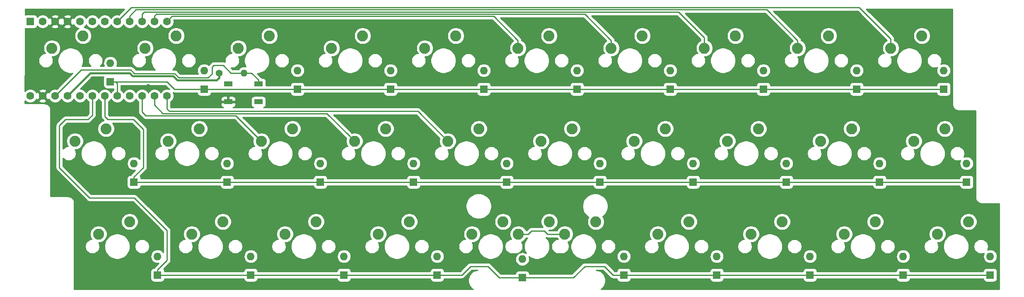
<source format=gbr>
G04 #@! TF.GenerationSoftware,KiCad,Pcbnew,(5.1.4-0-10_14)*
G04 #@! TF.CreationDate,2020-06-19T11:18:16-05:00*
G04 #@! TF.ProjectId,omega_solder,6f6d6567-615f-4736-9f6c-6465722e6b69,rev?*
G04 #@! TF.SameCoordinates,Original*
G04 #@! TF.FileFunction,Copper,L2,Bot*
G04 #@! TF.FilePolarity,Positive*
%FSLAX46Y46*%
G04 Gerber Fmt 4.6, Leading zero omitted, Abs format (unit mm)*
G04 Created by KiCad (PCBNEW (5.1.4-0-10_14)) date 2020-06-19 11:18:16*
%MOMM*%
%LPD*%
G04 APERTURE LIST*
%ADD10C,2.250000*%
%ADD11O,1.600000X1.600000*%
%ADD12R,1.600000X1.600000*%
%ADD13O,1.400000X1.400000*%
%ADD14C,1.400000*%
%ADD15C,1.600000*%
%ADD16R,1.800000X1.100000*%
%ADD17C,0.800000*%
%ADD18C,0.381000*%
%ADD19C,0.250000*%
%ADD20C,0.254000*%
G04 APERTURE END LIST*
D10*
X163385500Y-83947000D03*
X157035500Y-86487000D03*
X72771000Y-64897000D03*
X66421000Y-67437000D03*
X239522000Y-45847000D03*
X233172000Y-48387000D03*
X229997000Y-83947000D03*
X223647000Y-86487000D03*
X191897000Y-83947000D03*
X185547000Y-86487000D03*
X172897800Y-83947000D03*
X166547800Y-86487000D03*
X249047000Y-83947000D03*
X242697000Y-86487000D03*
X210947000Y-83947000D03*
X204597000Y-86487000D03*
X153924000Y-83947000D03*
X147574000Y-86487000D03*
X134747000Y-83947000D03*
X128397000Y-86487000D03*
X115697000Y-83947000D03*
X109347000Y-86487000D03*
X96647000Y-83947000D03*
X90297000Y-86487000D03*
X77597000Y-83947000D03*
X71247000Y-86487000D03*
X244221000Y-64897000D03*
X237871000Y-67437000D03*
X225171000Y-64897000D03*
X218821000Y-67437000D03*
X206121000Y-64897000D03*
X199771000Y-67437000D03*
X187071000Y-64897000D03*
X180721000Y-67437000D03*
X168021000Y-64897000D03*
X161671000Y-67437000D03*
X148971000Y-64897000D03*
X142621000Y-67437000D03*
X129921000Y-64897000D03*
X123571000Y-67437000D03*
X110871000Y-64897000D03*
X104521000Y-67437000D03*
X91821000Y-64897000D03*
X85471000Y-67437000D03*
X220472000Y-45847000D03*
X214122000Y-48387000D03*
X201422000Y-45847000D03*
X195072000Y-48387000D03*
X182372000Y-45847000D03*
X176022000Y-48387000D03*
X163322000Y-45847000D03*
X156972000Y-48387000D03*
X144272000Y-45847000D03*
X137922000Y-48387000D03*
X125222000Y-45847000D03*
X118872000Y-48387000D03*
X106172000Y-45847000D03*
X99822000Y-48387000D03*
X87122000Y-45847000D03*
X80772000Y-48387000D03*
X68072000Y-45847000D03*
X61722000Y-48387000D03*
D11*
X178612800Y-91059000D03*
D12*
X178612800Y-94869000D03*
D13*
X100965000Y-53467000D03*
D14*
X95885000Y-53467000D03*
D11*
X253492000Y-91059000D03*
D12*
X253492000Y-94869000D03*
D11*
X235712000Y-91059000D03*
D12*
X235712000Y-94869000D03*
D11*
X216662000Y-91059000D03*
D12*
X216662000Y-94869000D03*
D11*
X197612000Y-91059000D03*
D12*
X197612000Y-94869000D03*
D11*
X157861000Y-91630500D03*
D12*
X157861000Y-95440500D03*
D11*
X140462000Y-91059000D03*
D12*
X140462000Y-94869000D03*
D11*
X121412000Y-91059000D03*
D12*
X121412000Y-94869000D03*
D11*
X102362000Y-91059000D03*
D12*
X102362000Y-94869000D03*
D11*
X83312000Y-91059000D03*
D12*
X83312000Y-94869000D03*
D11*
X248666000Y-72009000D03*
D12*
X248666000Y-75819000D03*
D11*
X230886000Y-72009000D03*
D12*
X230886000Y-75819000D03*
D11*
X211836000Y-72009000D03*
D12*
X211836000Y-75819000D03*
D11*
X192786000Y-72009000D03*
D12*
X192786000Y-75819000D03*
D11*
X173736000Y-72009000D03*
D12*
X173736000Y-75819000D03*
D11*
X154686000Y-72009000D03*
D12*
X154686000Y-75819000D03*
D11*
X135636000Y-72009000D03*
D12*
X135636000Y-75819000D03*
D11*
X116586000Y-72009000D03*
D12*
X116586000Y-75819000D03*
D11*
X97536000Y-72009000D03*
D12*
X97536000Y-75819000D03*
D11*
X78486000Y-72009000D03*
D12*
X78486000Y-75819000D03*
D11*
X243967000Y-52959000D03*
D12*
X243967000Y-56769000D03*
D11*
X226187000Y-52959000D03*
D12*
X226187000Y-56769000D03*
D11*
X207137000Y-52959000D03*
D12*
X207137000Y-56769000D03*
D11*
X188087000Y-52959000D03*
D12*
X188087000Y-56769000D03*
D11*
X169037000Y-52959000D03*
D12*
X169037000Y-56769000D03*
D11*
X149987000Y-52959000D03*
D12*
X149987000Y-56769000D03*
D11*
X130937000Y-52959000D03*
D12*
X130937000Y-56769000D03*
D11*
X111887000Y-52959000D03*
D12*
X111887000Y-56769000D03*
D11*
X92837000Y-52959000D03*
D12*
X92837000Y-56769000D03*
D11*
X73660000Y-51435000D03*
D12*
X73660000Y-55245000D03*
D15*
X57277000Y-58166000D03*
X59817000Y-58166000D03*
X62357000Y-58166000D03*
X64897000Y-58166000D03*
X67437000Y-58166000D03*
X69977000Y-58166000D03*
X72517000Y-58166000D03*
X75057000Y-58166000D03*
X77597000Y-58166000D03*
X80137000Y-58166000D03*
X82677000Y-58166000D03*
X85217000Y-58166000D03*
X85217000Y-42926000D03*
X82677000Y-42926000D03*
X80137000Y-42926000D03*
X77597000Y-42926000D03*
X75057000Y-42926000D03*
X72517000Y-42926000D03*
X69977000Y-42926000D03*
X67437000Y-42926000D03*
X64897000Y-42926000D03*
X62357000Y-42926000D03*
X59817000Y-42926000D03*
D12*
X57277000Y-42926000D03*
D16*
X103938000Y-55681000D03*
X97738000Y-59381000D03*
X103938000Y-59381000D03*
X97738000Y-55681000D03*
D17*
X70739000Y-92964000D03*
X83312000Y-45847000D03*
X235204000Y-42037000D03*
X235204000Y-62738000D03*
X177292000Y-44196000D03*
X177292000Y-84201000D03*
X121539000Y-45466000D03*
X121539000Y-63373000D03*
X122301000Y-84963000D03*
X81407000Y-56134000D03*
X69977000Y-55372000D03*
D18*
X95885000Y-54456949D02*
X95885000Y-53467000D01*
X95477949Y-54864000D02*
X95885000Y-54456949D01*
X95477949Y-54890051D02*
X95477949Y-54864000D01*
X95400149Y-54967851D02*
X95477949Y-54890051D01*
X87352851Y-54967851D02*
X95400149Y-54967851D01*
X86487000Y-54102000D02*
X87352851Y-54967851D01*
X78232000Y-54102000D02*
X86487000Y-54102000D01*
X77597000Y-53467000D02*
X78232000Y-54102000D01*
X69596000Y-53467000D02*
X77597000Y-53467000D01*
X64897000Y-58166000D02*
X69596000Y-53467000D01*
D19*
X74510000Y-55244000D02*
X73660000Y-55244000D01*
D20*
X74714000Y-55245000D02*
X75057000Y-55588000D01*
X73660000Y-55245000D02*
X74714000Y-55245000D01*
X75057000Y-55588000D02*
X75057000Y-57038999D01*
X75057000Y-57038999D02*
X75057000Y-58166000D01*
X93891000Y-56769000D02*
X111887000Y-56769000D01*
X92837000Y-56769000D02*
X93891000Y-56769000D01*
X243967000Y-56769000D02*
X226187000Y-56769000D01*
X226187000Y-56769000D02*
X207137000Y-56769000D01*
X207137000Y-56769000D02*
X188087000Y-56769000D01*
X188087000Y-56769000D02*
X169037000Y-56769000D01*
X167983000Y-56769000D02*
X149987000Y-56769000D01*
X169037000Y-56769000D02*
X167983000Y-56769000D01*
X149987000Y-56769000D02*
X130937000Y-56769000D01*
X130937000Y-56769000D02*
X111887000Y-56769000D01*
X88011000Y-56769000D02*
X86741000Y-56769000D01*
X92837000Y-56769000D02*
X88011000Y-56769000D01*
X88011000Y-56769000D02*
X87884000Y-56769000D01*
X85216000Y-55244000D02*
X83821000Y-55244000D01*
X86741000Y-56769000D02*
X85216000Y-55244000D01*
D19*
X83821000Y-55244000D02*
X74510000Y-55244000D01*
D20*
X80518000Y-75819000D02*
X78486000Y-75819000D01*
X78486000Y-75819000D02*
X97536000Y-75819000D01*
X248666000Y-75819000D02*
X230886000Y-75819000D01*
X230886000Y-75819000D02*
X211836000Y-75819000D01*
X211836000Y-75819000D02*
X192786000Y-75819000D01*
X192786000Y-75819000D02*
X173736000Y-75819000D01*
X172682000Y-75819000D02*
X154686000Y-75819000D01*
X173736000Y-75819000D02*
X172682000Y-75819000D01*
X154686000Y-75819000D02*
X135636000Y-75819000D01*
X135636000Y-75819000D02*
X116586000Y-75819000D01*
X116586000Y-75819000D02*
X97536000Y-75819000D01*
X80372000Y-72879000D02*
X80372000Y-70593000D01*
X78486000Y-74765000D02*
X80372000Y-72879000D01*
X78486000Y-75819000D02*
X78486000Y-74765000D01*
X72517000Y-58166000D02*
X72517000Y-62357000D01*
X72517000Y-62357000D02*
X73152000Y-62992000D01*
X73152000Y-62992000D02*
X77597000Y-62992000D01*
X80372000Y-70593000D02*
X80372000Y-65005000D01*
X78359000Y-62992000D02*
X77597000Y-62992000D01*
X80372000Y-65005000D02*
X78359000Y-62992000D01*
D19*
X83692000Y-95376000D02*
X83438000Y-95376000D01*
D20*
X68580000Y-62992000D02*
X69088000Y-62992000D01*
X69088000Y-62992000D02*
X69977000Y-62103000D01*
X69977000Y-62103000D02*
X69977000Y-59293001D01*
X69977000Y-59293001D02*
X69977000Y-58166000D01*
X253492000Y-94869000D02*
X235712000Y-94869000D01*
X235712000Y-94869000D02*
X216662000Y-94869000D01*
X216662000Y-94869000D02*
X197612000Y-94869000D01*
X197612000Y-94869000D02*
X178562000Y-94869000D01*
X140462000Y-94869000D02*
X121412000Y-94869000D01*
X121412000Y-94869000D02*
X102362000Y-94869000D01*
X101308000Y-94869000D02*
X83312000Y-94869000D01*
X102362000Y-94869000D02*
X101308000Y-94869000D01*
X83312000Y-94869000D02*
X83312000Y-93815000D01*
X63246000Y-64262000D02*
X64516000Y-62992000D01*
X63246000Y-72898000D02*
X63246000Y-64262000D01*
D19*
X68580000Y-62992000D02*
X64516000Y-62992000D01*
X63246000Y-72898000D02*
X69424990Y-79076990D01*
D20*
X85261500Y-91865500D02*
X85261500Y-85771500D01*
X83312000Y-93815000D02*
X85261500Y-91865500D01*
X84327000Y-84837000D02*
X84327000Y-84835000D01*
X84327000Y-84835000D02*
X78568990Y-79076990D01*
X78568990Y-79076990D02*
X76625010Y-79076990D01*
D19*
X76625010Y-79076990D02*
X76790990Y-79076990D01*
X69424990Y-79076990D02*
X76625010Y-79076990D01*
D20*
X85261500Y-85771500D02*
X84327000Y-84837000D01*
X150812500Y-93091000D02*
X153162000Y-95440500D01*
X147256500Y-93091000D02*
X150812500Y-93091000D01*
X145478500Y-94869000D02*
X147256500Y-93091000D01*
X153162000Y-95440500D02*
X157861000Y-95440500D01*
X140462000Y-94869000D02*
X145478500Y-94869000D01*
X176403000Y-94869000D02*
X178612800Y-94869000D01*
X174625000Y-93091000D02*
X176403000Y-94869000D01*
X170624500Y-93091000D02*
X174625000Y-93091000D01*
X168275000Y-95440500D02*
X170624500Y-93091000D01*
X157861000Y-95440500D02*
X168275000Y-95440500D01*
X80137000Y-61468000D02*
X80899000Y-62230000D01*
X80137000Y-58166000D02*
X80137000Y-61468000D01*
X99314000Y-62230000D02*
X96139000Y-62230000D01*
X104521000Y-67437000D02*
X99314000Y-62230000D01*
X96139000Y-62230000D02*
X96520000Y-62230000D01*
X80899000Y-62230000D02*
X96139000Y-62230000D01*
X82677000Y-60051980D02*
X84401010Y-61775990D01*
X82677000Y-58166000D02*
X82677000Y-60051980D01*
X123571000Y-67437000D02*
X122446001Y-66312001D01*
X122446001Y-66312001D02*
X117909990Y-61775990D01*
X117909990Y-61775990D02*
X116405010Y-61775990D01*
X116405010Y-61775990D02*
X116893990Y-61775990D01*
X84401010Y-61775990D02*
X116405010Y-61775990D01*
X85705980Y-61321980D02*
X85217000Y-60833000D01*
X85217000Y-59297370D02*
X85217000Y-59563000D01*
X85217000Y-58166000D02*
X85217000Y-59297370D01*
X85217000Y-59563000D02*
X85217000Y-59309000D01*
X85217000Y-60833000D02*
X85217000Y-59563000D01*
X136505980Y-61321980D02*
X134092980Y-61321980D01*
X142621000Y-67437000D02*
X136505980Y-61321980D01*
X134092980Y-61321980D02*
X85705980Y-61321980D01*
X135108980Y-61321980D02*
X134092980Y-61321980D01*
X86281175Y-41861825D02*
X85217000Y-42926000D01*
X102296057Y-41856010D02*
X102290242Y-41861825D01*
X102290242Y-41861825D02*
X86281175Y-41861825D01*
X156972000Y-46796010D02*
X152032000Y-41856010D01*
X152032000Y-41856010D02*
X151056990Y-41856010D01*
X156972000Y-48387000D02*
X156972000Y-46796010D01*
X151056990Y-41856010D02*
X102296057Y-41856010D01*
X151711010Y-41856010D02*
X151056990Y-41856010D01*
X166547800Y-86487000D02*
X164956810Y-86487000D01*
X157035500Y-86487000D02*
X159067500Y-86487000D01*
X159067500Y-86487000D02*
X159702500Y-85852000D01*
X159702500Y-85852000D02*
X162369500Y-85852000D01*
X162369500Y-85852000D02*
X163004500Y-86487000D01*
X164956810Y-86487000D02*
X163004500Y-86487000D01*
X102102185Y-41407815D02*
X102108000Y-41402000D01*
X82677000Y-41794630D02*
X83063815Y-41407815D01*
X83063815Y-41407815D02*
X102102185Y-41407815D01*
X82677000Y-42926000D02*
X82677000Y-41794630D01*
X176022000Y-46796010D02*
X170627990Y-41402000D01*
X176022000Y-48387000D02*
X176022000Y-46796010D01*
X168783000Y-41402000D02*
X170180000Y-41402000D01*
X170627990Y-41402000D02*
X168783000Y-41402000D01*
X102108000Y-41402000D02*
X168783000Y-41402000D01*
X80137000Y-42926000D02*
X80137000Y-41794630D01*
X101914128Y-40953805D02*
X101919943Y-40947990D01*
X80585195Y-40953805D02*
X101914128Y-40953805D01*
X80137000Y-41402000D02*
X80585195Y-40953805D01*
X80137000Y-42926000D02*
X80137000Y-41402000D01*
X195072000Y-48387000D02*
X195072000Y-46228000D01*
X189791990Y-40947990D02*
X188521990Y-40947990D01*
X195072000Y-46228000D02*
X189791990Y-40947990D01*
X188521990Y-40947990D02*
X189029990Y-40947990D01*
X101919943Y-40947990D02*
X188521990Y-40947990D01*
X101726071Y-40499795D02*
X101731886Y-40493980D01*
X78891835Y-40499795D02*
X101726071Y-40499795D01*
X77597000Y-41794630D02*
X78891835Y-40499795D01*
X77597000Y-42926000D02*
X77597000Y-41794630D01*
X207819970Y-40493980D02*
X206609980Y-40493980D01*
X214122000Y-46796010D02*
X207819970Y-40493980D01*
X214122000Y-48387000D02*
X214122000Y-46796010D01*
X206609980Y-40493980D02*
X207371980Y-40493980D01*
X101731886Y-40493980D02*
X206609980Y-40493980D01*
X77937214Y-40045786D02*
X78703778Y-40045785D01*
X75057000Y-42926000D02*
X77937214Y-40045786D01*
X101543829Y-40039970D02*
X225713970Y-40039970D01*
X101538014Y-40045785D02*
X101543829Y-40039970D01*
X78703778Y-40045785D02*
X101538014Y-40045785D01*
X233172000Y-48387000D02*
X233172000Y-46482000D01*
X226741010Y-40051010D02*
X225136030Y-40051010D01*
X233172000Y-46482000D02*
X226741010Y-40051010D01*
X101954949Y-53467000D02*
X100965000Y-53467000D01*
X102528000Y-53467000D02*
X101954949Y-53467000D01*
X103938000Y-54877000D02*
X102528000Y-53467000D01*
X103938000Y-55681000D02*
X103938000Y-54877000D01*
X96710500Y-51879500D02*
X98298000Y-53467000D01*
X62357000Y-58166000D02*
X67691000Y-52832000D01*
X78578001Y-53559001D02*
X86771319Y-53559001D01*
X94424500Y-52260500D02*
X94805500Y-51879500D01*
X94424500Y-53657500D02*
X94424500Y-52260500D01*
X87662659Y-54450341D02*
X93631659Y-54450341D01*
X77851000Y-52832000D02*
X78578001Y-53559001D01*
X94805500Y-51879500D02*
X96710500Y-51879500D01*
X93631659Y-54450341D02*
X94424500Y-53657500D01*
X86771319Y-53559001D02*
X87662659Y-54450341D01*
X98298000Y-53467000D02*
X100965000Y-53467000D01*
X67691000Y-52832000D02*
X77851000Y-52832000D01*
G36*
X75378527Y-41526843D02*
G01*
X75198335Y-41491000D01*
X74915665Y-41491000D01*
X74638426Y-41546147D01*
X74377273Y-41654320D01*
X74142241Y-41811363D01*
X73942363Y-42011241D01*
X73787000Y-42243759D01*
X73631637Y-42011241D01*
X73431759Y-41811363D01*
X73196727Y-41654320D01*
X72935574Y-41546147D01*
X72658335Y-41491000D01*
X72375665Y-41491000D01*
X72098426Y-41546147D01*
X71837273Y-41654320D01*
X71602241Y-41811363D01*
X71402363Y-42011241D01*
X71247000Y-42243759D01*
X71091637Y-42011241D01*
X70891759Y-41811363D01*
X70656727Y-41654320D01*
X70395574Y-41546147D01*
X70118335Y-41491000D01*
X69835665Y-41491000D01*
X69558426Y-41546147D01*
X69297273Y-41654320D01*
X69062241Y-41811363D01*
X68862363Y-42011241D01*
X68707000Y-42243759D01*
X68551637Y-42011241D01*
X68351759Y-41811363D01*
X68116727Y-41654320D01*
X67855574Y-41546147D01*
X67578335Y-41491000D01*
X67295665Y-41491000D01*
X67018426Y-41546147D01*
X66757273Y-41654320D01*
X66522241Y-41811363D01*
X66322363Y-42011241D01*
X66166085Y-42245128D01*
X66133671Y-42184486D01*
X65889702Y-42112903D01*
X65076605Y-42926000D01*
X65889702Y-43739097D01*
X66133671Y-43667514D01*
X66164194Y-43603008D01*
X66165320Y-43605727D01*
X66322363Y-43840759D01*
X66522241Y-44040637D01*
X66757273Y-44197680D01*
X67018426Y-44305853D01*
X67166493Y-44335306D01*
X66950065Y-44479919D01*
X66704919Y-44725065D01*
X66512308Y-45013327D01*
X66379636Y-45333627D01*
X66312000Y-45673655D01*
X66312000Y-46020345D01*
X66379636Y-46360373D01*
X66512308Y-46680673D01*
X66704919Y-46968935D01*
X66950065Y-47214081D01*
X67238327Y-47406692D01*
X67558627Y-47539364D01*
X67898655Y-47607000D01*
X68245345Y-47607000D01*
X68585373Y-47539364D01*
X68905673Y-47406692D01*
X69193935Y-47214081D01*
X69439081Y-46968935D01*
X69631692Y-46680673D01*
X69764364Y-46360373D01*
X69832000Y-46020345D01*
X69832000Y-45673655D01*
X85362000Y-45673655D01*
X85362000Y-46020345D01*
X85429636Y-46360373D01*
X85562308Y-46680673D01*
X85754919Y-46968935D01*
X86000065Y-47214081D01*
X86288327Y-47406692D01*
X86608627Y-47539364D01*
X86948655Y-47607000D01*
X87295345Y-47607000D01*
X87635373Y-47539364D01*
X87955673Y-47406692D01*
X88243935Y-47214081D01*
X88489081Y-46968935D01*
X88681692Y-46680673D01*
X88814364Y-46360373D01*
X88882000Y-46020345D01*
X88882000Y-45673655D01*
X104412000Y-45673655D01*
X104412000Y-46020345D01*
X104479636Y-46360373D01*
X104612308Y-46680673D01*
X104804919Y-46968935D01*
X105050065Y-47214081D01*
X105338327Y-47406692D01*
X105658627Y-47539364D01*
X105998655Y-47607000D01*
X106345345Y-47607000D01*
X106685373Y-47539364D01*
X107005673Y-47406692D01*
X107293935Y-47214081D01*
X107539081Y-46968935D01*
X107731692Y-46680673D01*
X107864364Y-46360373D01*
X107932000Y-46020345D01*
X107932000Y-45673655D01*
X123462000Y-45673655D01*
X123462000Y-46020345D01*
X123529636Y-46360373D01*
X123662308Y-46680673D01*
X123854919Y-46968935D01*
X124100065Y-47214081D01*
X124388327Y-47406692D01*
X124708627Y-47539364D01*
X125048655Y-47607000D01*
X125395345Y-47607000D01*
X125735373Y-47539364D01*
X126055673Y-47406692D01*
X126343935Y-47214081D01*
X126589081Y-46968935D01*
X126781692Y-46680673D01*
X126914364Y-46360373D01*
X126982000Y-46020345D01*
X126982000Y-45673655D01*
X142512000Y-45673655D01*
X142512000Y-46020345D01*
X142579636Y-46360373D01*
X142712308Y-46680673D01*
X142904919Y-46968935D01*
X143150065Y-47214081D01*
X143438327Y-47406692D01*
X143758627Y-47539364D01*
X144098655Y-47607000D01*
X144445345Y-47607000D01*
X144785373Y-47539364D01*
X145105673Y-47406692D01*
X145393935Y-47214081D01*
X145639081Y-46968935D01*
X145831692Y-46680673D01*
X145964364Y-46360373D01*
X146032000Y-46020345D01*
X146032000Y-45673655D01*
X145964364Y-45333627D01*
X145831692Y-45013327D01*
X145639081Y-44725065D01*
X145393935Y-44479919D01*
X145105673Y-44287308D01*
X144785373Y-44154636D01*
X144445345Y-44087000D01*
X144098655Y-44087000D01*
X143758627Y-44154636D01*
X143438327Y-44287308D01*
X143150065Y-44479919D01*
X142904919Y-44725065D01*
X142712308Y-45013327D01*
X142579636Y-45333627D01*
X142512000Y-45673655D01*
X126982000Y-45673655D01*
X126914364Y-45333627D01*
X126781692Y-45013327D01*
X126589081Y-44725065D01*
X126343935Y-44479919D01*
X126055673Y-44287308D01*
X125735373Y-44154636D01*
X125395345Y-44087000D01*
X125048655Y-44087000D01*
X124708627Y-44154636D01*
X124388327Y-44287308D01*
X124100065Y-44479919D01*
X123854919Y-44725065D01*
X123662308Y-45013327D01*
X123529636Y-45333627D01*
X123462000Y-45673655D01*
X107932000Y-45673655D01*
X107864364Y-45333627D01*
X107731692Y-45013327D01*
X107539081Y-44725065D01*
X107293935Y-44479919D01*
X107005673Y-44287308D01*
X106685373Y-44154636D01*
X106345345Y-44087000D01*
X105998655Y-44087000D01*
X105658627Y-44154636D01*
X105338327Y-44287308D01*
X105050065Y-44479919D01*
X104804919Y-44725065D01*
X104612308Y-45013327D01*
X104479636Y-45333627D01*
X104412000Y-45673655D01*
X88882000Y-45673655D01*
X88814364Y-45333627D01*
X88681692Y-45013327D01*
X88489081Y-44725065D01*
X88243935Y-44479919D01*
X87955673Y-44287308D01*
X87635373Y-44154636D01*
X87295345Y-44087000D01*
X86948655Y-44087000D01*
X86608627Y-44154636D01*
X86288327Y-44287308D01*
X86000065Y-44479919D01*
X85754919Y-44725065D01*
X85562308Y-45013327D01*
X85429636Y-45333627D01*
X85362000Y-45673655D01*
X69832000Y-45673655D01*
X69764364Y-45333627D01*
X69631692Y-45013327D01*
X69439081Y-44725065D01*
X69193935Y-44479919D01*
X68905673Y-44287308D01*
X68585373Y-44154636D01*
X68273878Y-44092676D01*
X68351759Y-44040637D01*
X68551637Y-43840759D01*
X68707000Y-43608241D01*
X68862363Y-43840759D01*
X69062241Y-44040637D01*
X69297273Y-44197680D01*
X69558426Y-44305853D01*
X69835665Y-44361000D01*
X70118335Y-44361000D01*
X70395574Y-44305853D01*
X70656727Y-44197680D01*
X70891759Y-44040637D01*
X71091637Y-43840759D01*
X71247000Y-43608241D01*
X71402363Y-43840759D01*
X71602241Y-44040637D01*
X71837273Y-44197680D01*
X72098426Y-44305853D01*
X72375665Y-44361000D01*
X72658335Y-44361000D01*
X72935574Y-44305853D01*
X73196727Y-44197680D01*
X73431759Y-44040637D01*
X73631637Y-43840759D01*
X73787000Y-43608241D01*
X73942363Y-43840759D01*
X74142241Y-44040637D01*
X74377273Y-44197680D01*
X74638426Y-44305853D01*
X74915665Y-44361000D01*
X75198335Y-44361000D01*
X75475574Y-44305853D01*
X75736727Y-44197680D01*
X75971759Y-44040637D01*
X76171637Y-43840759D01*
X76327000Y-43608241D01*
X76482363Y-43840759D01*
X76682241Y-44040637D01*
X76917273Y-44197680D01*
X77178426Y-44305853D01*
X77455665Y-44361000D01*
X77738335Y-44361000D01*
X78015574Y-44305853D01*
X78276727Y-44197680D01*
X78511759Y-44040637D01*
X78711637Y-43840759D01*
X78867000Y-43608241D01*
X79022363Y-43840759D01*
X79222241Y-44040637D01*
X79457273Y-44197680D01*
X79718426Y-44305853D01*
X79995665Y-44361000D01*
X80278335Y-44361000D01*
X80555574Y-44305853D01*
X80816727Y-44197680D01*
X81051759Y-44040637D01*
X81251637Y-43840759D01*
X81407000Y-43608241D01*
X81562363Y-43840759D01*
X81762241Y-44040637D01*
X81997273Y-44197680D01*
X82258426Y-44305853D01*
X82535665Y-44361000D01*
X82818335Y-44361000D01*
X83095574Y-44305853D01*
X83356727Y-44197680D01*
X83591759Y-44040637D01*
X83791637Y-43840759D01*
X83947000Y-43608241D01*
X84102363Y-43840759D01*
X84302241Y-44040637D01*
X84537273Y-44197680D01*
X84798426Y-44305853D01*
X85075665Y-44361000D01*
X85358335Y-44361000D01*
X85635574Y-44305853D01*
X85896727Y-44197680D01*
X86131759Y-44040637D01*
X86331637Y-43840759D01*
X86488680Y-43605727D01*
X86596853Y-43344574D01*
X86652000Y-43067335D01*
X86652000Y-42784665D01*
X86620007Y-42623825D01*
X102252819Y-42623825D01*
X102290242Y-42627511D01*
X102327665Y-42623825D01*
X102327668Y-42623825D01*
X102386710Y-42618010D01*
X151716370Y-42618010D01*
X156010847Y-46912488D01*
X155850065Y-47019919D01*
X155604919Y-47265065D01*
X155412308Y-47553327D01*
X155279636Y-47873627D01*
X155212000Y-48213655D01*
X155212000Y-48560345D01*
X155279636Y-48900373D01*
X155412308Y-49220673D01*
X155544638Y-49418719D01*
X155261549Y-49475029D01*
X154986747Y-49588856D01*
X154739431Y-49754107D01*
X154529107Y-49964431D01*
X154363856Y-50211747D01*
X154250029Y-50486549D01*
X154192000Y-50778278D01*
X154192000Y-51075722D01*
X154250029Y-51367451D01*
X154363856Y-51642253D01*
X154529107Y-51889569D01*
X154739431Y-52099893D01*
X154986747Y-52265144D01*
X155261549Y-52378971D01*
X155553278Y-52437000D01*
X155850722Y-52437000D01*
X156142451Y-52378971D01*
X156417253Y-52265144D01*
X156664569Y-52099893D01*
X156874893Y-51889569D01*
X157040144Y-51642253D01*
X157153971Y-51367451D01*
X157212000Y-51075722D01*
X157212000Y-50778278D01*
X157190080Y-50668076D01*
X158153100Y-50668076D01*
X158153100Y-51185924D01*
X158254127Y-51693822D01*
X158452299Y-52172251D01*
X158740000Y-52602826D01*
X159106174Y-52969000D01*
X159536749Y-53256701D01*
X160015178Y-53454873D01*
X160523076Y-53555900D01*
X161040924Y-53555900D01*
X161548822Y-53454873D01*
X162027251Y-53256701D01*
X162457826Y-52969000D01*
X162467826Y-52959000D01*
X167595057Y-52959000D01*
X167622764Y-53240309D01*
X167704818Y-53510808D01*
X167838068Y-53760101D01*
X168017392Y-53978608D01*
X168235899Y-54157932D01*
X168485192Y-54291182D01*
X168755691Y-54373236D01*
X168966508Y-54394000D01*
X169107492Y-54394000D01*
X169318309Y-54373236D01*
X169588808Y-54291182D01*
X169838101Y-54157932D01*
X170056608Y-53978608D01*
X170235932Y-53760101D01*
X170369182Y-53510808D01*
X170451236Y-53240309D01*
X170478943Y-52959000D01*
X170451236Y-52677691D01*
X170369182Y-52407192D01*
X170235932Y-52157899D01*
X170056608Y-51939392D01*
X169838101Y-51760068D01*
X169588808Y-51626818D01*
X169318309Y-51544764D01*
X169107492Y-51524000D01*
X168966508Y-51524000D01*
X168755691Y-51544764D01*
X168485192Y-51626818D01*
X168235899Y-51760068D01*
X168017392Y-51939392D01*
X167838068Y-52157899D01*
X167704818Y-52407192D01*
X167622764Y-52677691D01*
X167595057Y-52959000D01*
X162467826Y-52959000D01*
X162824000Y-52602826D01*
X163111701Y-52172251D01*
X163309873Y-51693822D01*
X163410900Y-51185924D01*
X163410900Y-50778278D01*
X164352000Y-50778278D01*
X164352000Y-51075722D01*
X164410029Y-51367451D01*
X164523856Y-51642253D01*
X164689107Y-51889569D01*
X164899431Y-52099893D01*
X165146747Y-52265144D01*
X165421549Y-52378971D01*
X165713278Y-52437000D01*
X166010722Y-52437000D01*
X166302451Y-52378971D01*
X166577253Y-52265144D01*
X166824569Y-52099893D01*
X167034893Y-51889569D01*
X167200144Y-51642253D01*
X167313971Y-51367451D01*
X167372000Y-51075722D01*
X167372000Y-50778278D01*
X167313971Y-50486549D01*
X167200144Y-50211747D01*
X167034893Y-49964431D01*
X166824569Y-49754107D01*
X166577253Y-49588856D01*
X166302451Y-49475029D01*
X166010722Y-49417000D01*
X165713278Y-49417000D01*
X165421549Y-49475029D01*
X165146747Y-49588856D01*
X164899431Y-49754107D01*
X164689107Y-49964431D01*
X164523856Y-50211747D01*
X164410029Y-50486549D01*
X164352000Y-50778278D01*
X163410900Y-50778278D01*
X163410900Y-50668076D01*
X163309873Y-50160178D01*
X163111701Y-49681749D01*
X162824000Y-49251174D01*
X162457826Y-48885000D01*
X162027251Y-48597299D01*
X161548822Y-48399127D01*
X161040924Y-48298100D01*
X160523076Y-48298100D01*
X160015178Y-48399127D01*
X159536749Y-48597299D01*
X159106174Y-48885000D01*
X158740000Y-49251174D01*
X158452299Y-49681749D01*
X158254127Y-50160178D01*
X158153100Y-50668076D01*
X157190080Y-50668076D01*
X157153971Y-50486549D01*
X157040144Y-50211747D01*
X156996882Y-50147000D01*
X157145345Y-50147000D01*
X157485373Y-50079364D01*
X157805673Y-49946692D01*
X158093935Y-49754081D01*
X158339081Y-49508935D01*
X158531692Y-49220673D01*
X158664364Y-48900373D01*
X158732000Y-48560345D01*
X158732000Y-48213655D01*
X158664364Y-47873627D01*
X158531692Y-47553327D01*
X158339081Y-47265065D01*
X158093935Y-47019919D01*
X157805673Y-46827308D01*
X157737389Y-46799024D01*
X157737686Y-46796010D01*
X157734000Y-46758584D01*
X157722974Y-46646632D01*
X157679402Y-46502995D01*
X157646465Y-46441374D01*
X157608645Y-46370617D01*
X157537279Y-46283658D01*
X157513422Y-46254588D01*
X157484352Y-46230731D01*
X156927276Y-45673655D01*
X161562000Y-45673655D01*
X161562000Y-46020345D01*
X161629636Y-46360373D01*
X161762308Y-46680673D01*
X161954919Y-46968935D01*
X162200065Y-47214081D01*
X162488327Y-47406692D01*
X162808627Y-47539364D01*
X163148655Y-47607000D01*
X163495345Y-47607000D01*
X163835373Y-47539364D01*
X164155673Y-47406692D01*
X164443935Y-47214081D01*
X164689081Y-46968935D01*
X164881692Y-46680673D01*
X165014364Y-46360373D01*
X165082000Y-46020345D01*
X165082000Y-45673655D01*
X165014364Y-45333627D01*
X164881692Y-45013327D01*
X164689081Y-44725065D01*
X164443935Y-44479919D01*
X164155673Y-44287308D01*
X163835373Y-44154636D01*
X163495345Y-44087000D01*
X163148655Y-44087000D01*
X162808627Y-44154636D01*
X162488327Y-44287308D01*
X162200065Y-44479919D01*
X161954919Y-44725065D01*
X161762308Y-45013327D01*
X161629636Y-45333627D01*
X161562000Y-45673655D01*
X156927276Y-45673655D01*
X153417620Y-42164000D01*
X170312360Y-42164000D01*
X175060847Y-46912488D01*
X174900065Y-47019919D01*
X174654919Y-47265065D01*
X174462308Y-47553327D01*
X174329636Y-47873627D01*
X174262000Y-48213655D01*
X174262000Y-48560345D01*
X174329636Y-48900373D01*
X174462308Y-49220673D01*
X174594638Y-49418719D01*
X174311549Y-49475029D01*
X174036747Y-49588856D01*
X173789431Y-49754107D01*
X173579107Y-49964431D01*
X173413856Y-50211747D01*
X173300029Y-50486549D01*
X173242000Y-50778278D01*
X173242000Y-51075722D01*
X173300029Y-51367451D01*
X173413856Y-51642253D01*
X173579107Y-51889569D01*
X173789431Y-52099893D01*
X174036747Y-52265144D01*
X174311549Y-52378971D01*
X174603278Y-52437000D01*
X174900722Y-52437000D01*
X175192451Y-52378971D01*
X175467253Y-52265144D01*
X175714569Y-52099893D01*
X175924893Y-51889569D01*
X176090144Y-51642253D01*
X176203971Y-51367451D01*
X176262000Y-51075722D01*
X176262000Y-50778278D01*
X176240080Y-50668076D01*
X177203100Y-50668076D01*
X177203100Y-51185924D01*
X177304127Y-51693822D01*
X177502299Y-52172251D01*
X177790000Y-52602826D01*
X178156174Y-52969000D01*
X178586749Y-53256701D01*
X179065178Y-53454873D01*
X179573076Y-53555900D01*
X180090924Y-53555900D01*
X180598822Y-53454873D01*
X181077251Y-53256701D01*
X181507826Y-52969000D01*
X181517826Y-52959000D01*
X186645057Y-52959000D01*
X186672764Y-53240309D01*
X186754818Y-53510808D01*
X186888068Y-53760101D01*
X187067392Y-53978608D01*
X187285899Y-54157932D01*
X187535192Y-54291182D01*
X187805691Y-54373236D01*
X188016508Y-54394000D01*
X188157492Y-54394000D01*
X188368309Y-54373236D01*
X188638808Y-54291182D01*
X188888101Y-54157932D01*
X189106608Y-53978608D01*
X189285932Y-53760101D01*
X189419182Y-53510808D01*
X189501236Y-53240309D01*
X189528943Y-52959000D01*
X189501236Y-52677691D01*
X189419182Y-52407192D01*
X189285932Y-52157899D01*
X189106608Y-51939392D01*
X188888101Y-51760068D01*
X188638808Y-51626818D01*
X188368309Y-51544764D01*
X188157492Y-51524000D01*
X188016508Y-51524000D01*
X187805691Y-51544764D01*
X187535192Y-51626818D01*
X187285899Y-51760068D01*
X187067392Y-51939392D01*
X186888068Y-52157899D01*
X186754818Y-52407192D01*
X186672764Y-52677691D01*
X186645057Y-52959000D01*
X181517826Y-52959000D01*
X181874000Y-52602826D01*
X182161701Y-52172251D01*
X182359873Y-51693822D01*
X182460900Y-51185924D01*
X182460900Y-50778278D01*
X183402000Y-50778278D01*
X183402000Y-51075722D01*
X183460029Y-51367451D01*
X183573856Y-51642253D01*
X183739107Y-51889569D01*
X183949431Y-52099893D01*
X184196747Y-52265144D01*
X184471549Y-52378971D01*
X184763278Y-52437000D01*
X185060722Y-52437000D01*
X185352451Y-52378971D01*
X185627253Y-52265144D01*
X185874569Y-52099893D01*
X186084893Y-51889569D01*
X186250144Y-51642253D01*
X186363971Y-51367451D01*
X186422000Y-51075722D01*
X186422000Y-50778278D01*
X186363971Y-50486549D01*
X186250144Y-50211747D01*
X186084893Y-49964431D01*
X185874569Y-49754107D01*
X185627253Y-49588856D01*
X185352451Y-49475029D01*
X185060722Y-49417000D01*
X184763278Y-49417000D01*
X184471549Y-49475029D01*
X184196747Y-49588856D01*
X183949431Y-49754107D01*
X183739107Y-49964431D01*
X183573856Y-50211747D01*
X183460029Y-50486549D01*
X183402000Y-50778278D01*
X182460900Y-50778278D01*
X182460900Y-50668076D01*
X182359873Y-50160178D01*
X182161701Y-49681749D01*
X181874000Y-49251174D01*
X181507826Y-48885000D01*
X181077251Y-48597299D01*
X180598822Y-48399127D01*
X180090924Y-48298100D01*
X179573076Y-48298100D01*
X179065178Y-48399127D01*
X178586749Y-48597299D01*
X178156174Y-48885000D01*
X177790000Y-49251174D01*
X177502299Y-49681749D01*
X177304127Y-50160178D01*
X177203100Y-50668076D01*
X176240080Y-50668076D01*
X176203971Y-50486549D01*
X176090144Y-50211747D01*
X176046882Y-50147000D01*
X176195345Y-50147000D01*
X176535373Y-50079364D01*
X176855673Y-49946692D01*
X177143935Y-49754081D01*
X177389081Y-49508935D01*
X177581692Y-49220673D01*
X177714364Y-48900373D01*
X177782000Y-48560345D01*
X177782000Y-48213655D01*
X177714364Y-47873627D01*
X177581692Y-47553327D01*
X177389081Y-47265065D01*
X177143935Y-47019919D01*
X176855673Y-46827308D01*
X176787389Y-46799024D01*
X176787686Y-46796009D01*
X176784000Y-46758584D01*
X176772974Y-46646632D01*
X176729402Y-46502995D01*
X176658645Y-46370618D01*
X176563422Y-46254588D01*
X176534352Y-46230731D01*
X175977276Y-45673655D01*
X180612000Y-45673655D01*
X180612000Y-46020345D01*
X180679636Y-46360373D01*
X180812308Y-46680673D01*
X181004919Y-46968935D01*
X181250065Y-47214081D01*
X181538327Y-47406692D01*
X181858627Y-47539364D01*
X182198655Y-47607000D01*
X182545345Y-47607000D01*
X182885373Y-47539364D01*
X183205673Y-47406692D01*
X183493935Y-47214081D01*
X183739081Y-46968935D01*
X183931692Y-46680673D01*
X184064364Y-46360373D01*
X184132000Y-46020345D01*
X184132000Y-45673655D01*
X184064364Y-45333627D01*
X183931692Y-45013327D01*
X183739081Y-44725065D01*
X183493935Y-44479919D01*
X183205673Y-44287308D01*
X182885373Y-44154636D01*
X182545345Y-44087000D01*
X182198655Y-44087000D01*
X181858627Y-44154636D01*
X181538327Y-44287308D01*
X181250065Y-44479919D01*
X181004919Y-44725065D01*
X180812308Y-45013327D01*
X180679636Y-45333627D01*
X180612000Y-45673655D01*
X175977276Y-45673655D01*
X172013610Y-41709990D01*
X189476360Y-41709990D01*
X194310001Y-46543632D01*
X194310001Y-46797620D01*
X194238327Y-46827308D01*
X193950065Y-47019919D01*
X193704919Y-47265065D01*
X193512308Y-47553327D01*
X193379636Y-47873627D01*
X193312000Y-48213655D01*
X193312000Y-48560345D01*
X193379636Y-48900373D01*
X193512308Y-49220673D01*
X193644638Y-49418719D01*
X193361549Y-49475029D01*
X193086747Y-49588856D01*
X192839431Y-49754107D01*
X192629107Y-49964431D01*
X192463856Y-50211747D01*
X192350029Y-50486549D01*
X192292000Y-50778278D01*
X192292000Y-51075722D01*
X192350029Y-51367451D01*
X192463856Y-51642253D01*
X192629107Y-51889569D01*
X192839431Y-52099893D01*
X193086747Y-52265144D01*
X193361549Y-52378971D01*
X193653278Y-52437000D01*
X193950722Y-52437000D01*
X194242451Y-52378971D01*
X194517253Y-52265144D01*
X194764569Y-52099893D01*
X194974893Y-51889569D01*
X195140144Y-51642253D01*
X195253971Y-51367451D01*
X195312000Y-51075722D01*
X195312000Y-50778278D01*
X195290080Y-50668076D01*
X196253100Y-50668076D01*
X196253100Y-51185924D01*
X196354127Y-51693822D01*
X196552299Y-52172251D01*
X196840000Y-52602826D01*
X197206174Y-52969000D01*
X197636749Y-53256701D01*
X198115178Y-53454873D01*
X198623076Y-53555900D01*
X199140924Y-53555900D01*
X199648822Y-53454873D01*
X200127251Y-53256701D01*
X200557826Y-52969000D01*
X200567826Y-52959000D01*
X205695057Y-52959000D01*
X205722764Y-53240309D01*
X205804818Y-53510808D01*
X205938068Y-53760101D01*
X206117392Y-53978608D01*
X206335899Y-54157932D01*
X206585192Y-54291182D01*
X206855691Y-54373236D01*
X207066508Y-54394000D01*
X207207492Y-54394000D01*
X207418309Y-54373236D01*
X207688808Y-54291182D01*
X207938101Y-54157932D01*
X208156608Y-53978608D01*
X208335932Y-53760101D01*
X208469182Y-53510808D01*
X208551236Y-53240309D01*
X208578943Y-52959000D01*
X208551236Y-52677691D01*
X208469182Y-52407192D01*
X208335932Y-52157899D01*
X208156608Y-51939392D01*
X207938101Y-51760068D01*
X207688808Y-51626818D01*
X207418309Y-51544764D01*
X207207492Y-51524000D01*
X207066508Y-51524000D01*
X206855691Y-51544764D01*
X206585192Y-51626818D01*
X206335899Y-51760068D01*
X206117392Y-51939392D01*
X205938068Y-52157899D01*
X205804818Y-52407192D01*
X205722764Y-52677691D01*
X205695057Y-52959000D01*
X200567826Y-52959000D01*
X200924000Y-52602826D01*
X201211701Y-52172251D01*
X201409873Y-51693822D01*
X201510900Y-51185924D01*
X201510900Y-50778278D01*
X202452000Y-50778278D01*
X202452000Y-51075722D01*
X202510029Y-51367451D01*
X202623856Y-51642253D01*
X202789107Y-51889569D01*
X202999431Y-52099893D01*
X203246747Y-52265144D01*
X203521549Y-52378971D01*
X203813278Y-52437000D01*
X204110722Y-52437000D01*
X204402451Y-52378971D01*
X204677253Y-52265144D01*
X204924569Y-52099893D01*
X205134893Y-51889569D01*
X205300144Y-51642253D01*
X205413971Y-51367451D01*
X205472000Y-51075722D01*
X205472000Y-50778278D01*
X205413971Y-50486549D01*
X205300144Y-50211747D01*
X205134893Y-49964431D01*
X204924569Y-49754107D01*
X204677253Y-49588856D01*
X204402451Y-49475029D01*
X204110722Y-49417000D01*
X203813278Y-49417000D01*
X203521549Y-49475029D01*
X203246747Y-49588856D01*
X202999431Y-49754107D01*
X202789107Y-49964431D01*
X202623856Y-50211747D01*
X202510029Y-50486549D01*
X202452000Y-50778278D01*
X201510900Y-50778278D01*
X201510900Y-50668076D01*
X201409873Y-50160178D01*
X201211701Y-49681749D01*
X200924000Y-49251174D01*
X200557826Y-48885000D01*
X200127251Y-48597299D01*
X199648822Y-48399127D01*
X199140924Y-48298100D01*
X198623076Y-48298100D01*
X198115178Y-48399127D01*
X197636749Y-48597299D01*
X197206174Y-48885000D01*
X196840000Y-49251174D01*
X196552299Y-49681749D01*
X196354127Y-50160178D01*
X196253100Y-50668076D01*
X195290080Y-50668076D01*
X195253971Y-50486549D01*
X195140144Y-50211747D01*
X195096882Y-50147000D01*
X195245345Y-50147000D01*
X195585373Y-50079364D01*
X195905673Y-49946692D01*
X196193935Y-49754081D01*
X196439081Y-49508935D01*
X196631692Y-49220673D01*
X196764364Y-48900373D01*
X196832000Y-48560345D01*
X196832000Y-48213655D01*
X196764364Y-47873627D01*
X196631692Y-47553327D01*
X196439081Y-47265065D01*
X196193935Y-47019919D01*
X195905673Y-46827308D01*
X195834000Y-46797620D01*
X195834000Y-46265423D01*
X195837686Y-46228000D01*
X195834000Y-46190574D01*
X195822974Y-46078622D01*
X195779402Y-45934985D01*
X195731494Y-45845355D01*
X195708645Y-45802607D01*
X195637279Y-45715648D01*
X195613422Y-45686578D01*
X195597676Y-45673655D01*
X199662000Y-45673655D01*
X199662000Y-46020345D01*
X199729636Y-46360373D01*
X199862308Y-46680673D01*
X200054919Y-46968935D01*
X200300065Y-47214081D01*
X200588327Y-47406692D01*
X200908627Y-47539364D01*
X201248655Y-47607000D01*
X201595345Y-47607000D01*
X201935373Y-47539364D01*
X202255673Y-47406692D01*
X202543935Y-47214081D01*
X202789081Y-46968935D01*
X202981692Y-46680673D01*
X203114364Y-46360373D01*
X203182000Y-46020345D01*
X203182000Y-45673655D01*
X203114364Y-45333627D01*
X202981692Y-45013327D01*
X202789081Y-44725065D01*
X202543935Y-44479919D01*
X202255673Y-44287308D01*
X201935373Y-44154636D01*
X201595345Y-44087000D01*
X201248655Y-44087000D01*
X200908627Y-44154636D01*
X200588327Y-44287308D01*
X200300065Y-44479919D01*
X200054919Y-44725065D01*
X199862308Y-45013327D01*
X199729636Y-45333627D01*
X199662000Y-45673655D01*
X195597676Y-45673655D01*
X195584352Y-45662721D01*
X191177610Y-41255980D01*
X207504340Y-41255980D01*
X213160847Y-46912488D01*
X213000065Y-47019919D01*
X212754919Y-47265065D01*
X212562308Y-47553327D01*
X212429636Y-47873627D01*
X212362000Y-48213655D01*
X212362000Y-48560345D01*
X212429636Y-48900373D01*
X212562308Y-49220673D01*
X212694638Y-49418719D01*
X212411549Y-49475029D01*
X212136747Y-49588856D01*
X211889431Y-49754107D01*
X211679107Y-49964431D01*
X211513856Y-50211747D01*
X211400029Y-50486549D01*
X211342000Y-50778278D01*
X211342000Y-51075722D01*
X211400029Y-51367451D01*
X211513856Y-51642253D01*
X211679107Y-51889569D01*
X211889431Y-52099893D01*
X212136747Y-52265144D01*
X212411549Y-52378971D01*
X212703278Y-52437000D01*
X213000722Y-52437000D01*
X213292451Y-52378971D01*
X213567253Y-52265144D01*
X213814569Y-52099893D01*
X214024893Y-51889569D01*
X214190144Y-51642253D01*
X214303971Y-51367451D01*
X214362000Y-51075722D01*
X214362000Y-50778278D01*
X214340080Y-50668076D01*
X215303100Y-50668076D01*
X215303100Y-51185924D01*
X215404127Y-51693822D01*
X215602299Y-52172251D01*
X215890000Y-52602826D01*
X216256174Y-52969000D01*
X216686749Y-53256701D01*
X217165178Y-53454873D01*
X217673076Y-53555900D01*
X218190924Y-53555900D01*
X218698822Y-53454873D01*
X219177251Y-53256701D01*
X219607826Y-52969000D01*
X219617826Y-52959000D01*
X224745057Y-52959000D01*
X224772764Y-53240309D01*
X224854818Y-53510808D01*
X224988068Y-53760101D01*
X225167392Y-53978608D01*
X225385899Y-54157932D01*
X225635192Y-54291182D01*
X225905691Y-54373236D01*
X226116508Y-54394000D01*
X226257492Y-54394000D01*
X226468309Y-54373236D01*
X226738808Y-54291182D01*
X226988101Y-54157932D01*
X227206608Y-53978608D01*
X227385932Y-53760101D01*
X227519182Y-53510808D01*
X227601236Y-53240309D01*
X227628943Y-52959000D01*
X227601236Y-52677691D01*
X227519182Y-52407192D01*
X227385932Y-52157899D01*
X227206608Y-51939392D01*
X226988101Y-51760068D01*
X226738808Y-51626818D01*
X226468309Y-51544764D01*
X226257492Y-51524000D01*
X226116508Y-51524000D01*
X225905691Y-51544764D01*
X225635192Y-51626818D01*
X225385899Y-51760068D01*
X225167392Y-51939392D01*
X224988068Y-52157899D01*
X224854818Y-52407192D01*
X224772764Y-52677691D01*
X224745057Y-52959000D01*
X219617826Y-52959000D01*
X219974000Y-52602826D01*
X220261701Y-52172251D01*
X220459873Y-51693822D01*
X220560900Y-51185924D01*
X220560900Y-50778278D01*
X221502000Y-50778278D01*
X221502000Y-51075722D01*
X221560029Y-51367451D01*
X221673856Y-51642253D01*
X221839107Y-51889569D01*
X222049431Y-52099893D01*
X222296747Y-52265144D01*
X222571549Y-52378971D01*
X222863278Y-52437000D01*
X223160722Y-52437000D01*
X223452451Y-52378971D01*
X223727253Y-52265144D01*
X223974569Y-52099893D01*
X224184893Y-51889569D01*
X224350144Y-51642253D01*
X224463971Y-51367451D01*
X224522000Y-51075722D01*
X224522000Y-50778278D01*
X224463971Y-50486549D01*
X224350144Y-50211747D01*
X224184893Y-49964431D01*
X223974569Y-49754107D01*
X223727253Y-49588856D01*
X223452451Y-49475029D01*
X223160722Y-49417000D01*
X222863278Y-49417000D01*
X222571549Y-49475029D01*
X222296747Y-49588856D01*
X222049431Y-49754107D01*
X221839107Y-49964431D01*
X221673856Y-50211747D01*
X221560029Y-50486549D01*
X221502000Y-50778278D01*
X220560900Y-50778278D01*
X220560900Y-50668076D01*
X220459873Y-50160178D01*
X220261701Y-49681749D01*
X219974000Y-49251174D01*
X219607826Y-48885000D01*
X219177251Y-48597299D01*
X218698822Y-48399127D01*
X218190924Y-48298100D01*
X217673076Y-48298100D01*
X217165178Y-48399127D01*
X216686749Y-48597299D01*
X216256174Y-48885000D01*
X215890000Y-49251174D01*
X215602299Y-49681749D01*
X215404127Y-50160178D01*
X215303100Y-50668076D01*
X214340080Y-50668076D01*
X214303971Y-50486549D01*
X214190144Y-50211747D01*
X214146882Y-50147000D01*
X214295345Y-50147000D01*
X214635373Y-50079364D01*
X214955673Y-49946692D01*
X215243935Y-49754081D01*
X215489081Y-49508935D01*
X215681692Y-49220673D01*
X215814364Y-48900373D01*
X215882000Y-48560345D01*
X215882000Y-48213655D01*
X215814364Y-47873627D01*
X215681692Y-47553327D01*
X215489081Y-47265065D01*
X215243935Y-47019919D01*
X214955673Y-46827308D01*
X214887389Y-46799024D01*
X214887686Y-46796009D01*
X214884000Y-46758584D01*
X214872974Y-46646632D01*
X214829402Y-46502995D01*
X214758645Y-46370618D01*
X214663422Y-46254588D01*
X214634352Y-46230731D01*
X214077276Y-45673655D01*
X218712000Y-45673655D01*
X218712000Y-46020345D01*
X218779636Y-46360373D01*
X218912308Y-46680673D01*
X219104919Y-46968935D01*
X219350065Y-47214081D01*
X219638327Y-47406692D01*
X219958627Y-47539364D01*
X220298655Y-47607000D01*
X220645345Y-47607000D01*
X220985373Y-47539364D01*
X221305673Y-47406692D01*
X221593935Y-47214081D01*
X221839081Y-46968935D01*
X222031692Y-46680673D01*
X222164364Y-46360373D01*
X222232000Y-46020345D01*
X222232000Y-45673655D01*
X222164364Y-45333627D01*
X222031692Y-45013327D01*
X221839081Y-44725065D01*
X221593935Y-44479919D01*
X221305673Y-44287308D01*
X220985373Y-44154636D01*
X220645345Y-44087000D01*
X220298655Y-44087000D01*
X219958627Y-44154636D01*
X219638327Y-44287308D01*
X219350065Y-44479919D01*
X219104919Y-44725065D01*
X218912308Y-45013327D01*
X218779636Y-45333627D01*
X218712000Y-45673655D01*
X214077276Y-45673655D01*
X209205590Y-40801970D01*
X224986606Y-40801970D01*
X224986652Y-40801984D01*
X225098604Y-40813010D01*
X226425380Y-40813010D01*
X232409992Y-46797623D01*
X232338327Y-46827308D01*
X232050065Y-47019919D01*
X231804919Y-47265065D01*
X231612308Y-47553327D01*
X231479636Y-47873627D01*
X231412000Y-48213655D01*
X231412000Y-48560345D01*
X231479636Y-48900373D01*
X231612308Y-49220673D01*
X231744638Y-49418719D01*
X231461549Y-49475029D01*
X231186747Y-49588856D01*
X230939431Y-49754107D01*
X230729107Y-49964431D01*
X230563856Y-50211747D01*
X230450029Y-50486549D01*
X230392000Y-50778278D01*
X230392000Y-51075722D01*
X230450029Y-51367451D01*
X230563856Y-51642253D01*
X230729107Y-51889569D01*
X230939431Y-52099893D01*
X231186747Y-52265144D01*
X231461549Y-52378971D01*
X231753278Y-52437000D01*
X232050722Y-52437000D01*
X232342451Y-52378971D01*
X232617253Y-52265144D01*
X232864569Y-52099893D01*
X233074893Y-51889569D01*
X233240144Y-51642253D01*
X233353971Y-51367451D01*
X233412000Y-51075722D01*
X233412000Y-50778278D01*
X233390080Y-50668076D01*
X234353100Y-50668076D01*
X234353100Y-51185924D01*
X234454127Y-51693822D01*
X234652299Y-52172251D01*
X234940000Y-52602826D01*
X235306174Y-52969000D01*
X235736749Y-53256701D01*
X236215178Y-53454873D01*
X236723076Y-53555900D01*
X237240924Y-53555900D01*
X237748822Y-53454873D01*
X238227251Y-53256701D01*
X238657826Y-52969000D01*
X239024000Y-52602826D01*
X239311701Y-52172251D01*
X239509873Y-51693822D01*
X239610900Y-51185924D01*
X239610900Y-50778278D01*
X240552000Y-50778278D01*
X240552000Y-51075722D01*
X240610029Y-51367451D01*
X240723856Y-51642253D01*
X240889107Y-51889569D01*
X241099431Y-52099893D01*
X241346747Y-52265144D01*
X241621549Y-52378971D01*
X241913278Y-52437000D01*
X242210722Y-52437000D01*
X242502451Y-52378971D01*
X242691832Y-52300527D01*
X242634818Y-52407192D01*
X242552764Y-52677691D01*
X242525057Y-52959000D01*
X242552764Y-53240309D01*
X242634818Y-53510808D01*
X242768068Y-53760101D01*
X242947392Y-53978608D01*
X243165899Y-54157932D01*
X243415192Y-54291182D01*
X243685691Y-54373236D01*
X243896508Y-54394000D01*
X244037492Y-54394000D01*
X244248309Y-54373236D01*
X244518808Y-54291182D01*
X244768101Y-54157932D01*
X244986608Y-53978608D01*
X245165932Y-53760101D01*
X245299182Y-53510808D01*
X245381236Y-53240309D01*
X245408943Y-52959000D01*
X245381236Y-52677691D01*
X245299182Y-52407192D01*
X245165932Y-52157899D01*
X244986608Y-51939392D01*
X244768101Y-51760068D01*
X244518808Y-51626818D01*
X244248309Y-51544764D01*
X244037492Y-51524000D01*
X243896508Y-51524000D01*
X243685691Y-51544764D01*
X243415192Y-51626818D01*
X243404076Y-51632759D01*
X243513971Y-51367451D01*
X243572000Y-51075722D01*
X243572000Y-50778278D01*
X243513971Y-50486549D01*
X243400144Y-50211747D01*
X243234893Y-49964431D01*
X243024569Y-49754107D01*
X242777253Y-49588856D01*
X242502451Y-49475029D01*
X242210722Y-49417000D01*
X241913278Y-49417000D01*
X241621549Y-49475029D01*
X241346747Y-49588856D01*
X241099431Y-49754107D01*
X240889107Y-49964431D01*
X240723856Y-50211747D01*
X240610029Y-50486549D01*
X240552000Y-50778278D01*
X239610900Y-50778278D01*
X239610900Y-50668076D01*
X239509873Y-50160178D01*
X239311701Y-49681749D01*
X239024000Y-49251174D01*
X238657826Y-48885000D01*
X238227251Y-48597299D01*
X237748822Y-48399127D01*
X237240924Y-48298100D01*
X236723076Y-48298100D01*
X236215178Y-48399127D01*
X235736749Y-48597299D01*
X235306174Y-48885000D01*
X234940000Y-49251174D01*
X234652299Y-49681749D01*
X234454127Y-50160178D01*
X234353100Y-50668076D01*
X233390080Y-50668076D01*
X233353971Y-50486549D01*
X233240144Y-50211747D01*
X233196882Y-50147000D01*
X233345345Y-50147000D01*
X233685373Y-50079364D01*
X234005673Y-49946692D01*
X234293935Y-49754081D01*
X234539081Y-49508935D01*
X234731692Y-49220673D01*
X234864364Y-48900373D01*
X234932000Y-48560345D01*
X234932000Y-48213655D01*
X234864364Y-47873627D01*
X234731692Y-47553327D01*
X234539081Y-47265065D01*
X234293935Y-47019919D01*
X234005673Y-46827308D01*
X233934000Y-46797620D01*
X233934000Y-46519422D01*
X233937686Y-46481999D01*
X233934000Y-46444574D01*
X233922974Y-46332622D01*
X233879402Y-46188985D01*
X233808645Y-46056608D01*
X233713422Y-45940578D01*
X233684352Y-45916721D01*
X233441286Y-45673655D01*
X237762000Y-45673655D01*
X237762000Y-46020345D01*
X237829636Y-46360373D01*
X237962308Y-46680673D01*
X238154919Y-46968935D01*
X238400065Y-47214081D01*
X238688327Y-47406692D01*
X239008627Y-47539364D01*
X239348655Y-47607000D01*
X239695345Y-47607000D01*
X240035373Y-47539364D01*
X240355673Y-47406692D01*
X240643935Y-47214081D01*
X240889081Y-46968935D01*
X241081692Y-46680673D01*
X241214364Y-46360373D01*
X241282000Y-46020345D01*
X241282000Y-45673655D01*
X241214364Y-45333627D01*
X241081692Y-45013327D01*
X240889081Y-44725065D01*
X240643935Y-44479919D01*
X240355673Y-44287308D01*
X240035373Y-44154636D01*
X239695345Y-44087000D01*
X239348655Y-44087000D01*
X239008627Y-44154636D01*
X238688327Y-44287308D01*
X238400065Y-44479919D01*
X238154919Y-44725065D01*
X237962308Y-45013327D01*
X237829636Y-45333627D01*
X237762000Y-45673655D01*
X233441286Y-45673655D01*
X228126630Y-40359000D01*
X245772001Y-40359000D01*
X245772000Y-59980104D01*
X245775059Y-60011162D01*
X245775038Y-60014165D01*
X245776039Y-60024378D01*
X245781145Y-60072961D01*
X245782635Y-60088084D01*
X245782788Y-60088589D01*
X245786403Y-60122980D01*
X245799800Y-60188245D01*
X245812281Y-60253671D01*
X245815247Y-60263496D01*
X245844565Y-60358206D01*
X245870399Y-60419662D01*
X245895334Y-60481379D01*
X245900151Y-60490440D01*
X245947306Y-60577652D01*
X245984581Y-60632915D01*
X246021036Y-60688624D01*
X246027522Y-60696577D01*
X246090719Y-60772969D01*
X246138009Y-60819930D01*
X246184597Y-60867504D01*
X246192504Y-60874046D01*
X246269335Y-60936708D01*
X246324854Y-60973595D01*
X246379790Y-61011210D01*
X246388809Y-61016087D01*
X246388814Y-61016090D01*
X246388819Y-61016092D01*
X246476356Y-61062636D01*
X246537943Y-61088020D01*
X246599174Y-61114264D01*
X246608977Y-61117299D01*
X246703891Y-61145955D01*
X246769275Y-61158901D01*
X246834398Y-61172744D01*
X246844604Y-61173817D01*
X246943275Y-61183492D01*
X246943277Y-61183492D01*
X246978895Y-61187000D01*
X250471001Y-61187000D01*
X250471000Y-79030104D01*
X250474059Y-79061162D01*
X250474038Y-79064165D01*
X250475039Y-79074378D01*
X250480145Y-79122961D01*
X250481635Y-79138084D01*
X250481788Y-79138589D01*
X250485403Y-79172980D01*
X250498800Y-79238245D01*
X250511281Y-79303671D01*
X250514247Y-79313496D01*
X250543565Y-79408206D01*
X250569399Y-79469662D01*
X250594334Y-79531379D01*
X250599151Y-79540440D01*
X250646306Y-79627652D01*
X250683581Y-79682915D01*
X250720036Y-79738624D01*
X250726522Y-79746577D01*
X250789719Y-79822969D01*
X250837009Y-79869930D01*
X250883597Y-79917504D01*
X250891504Y-79924046D01*
X250968335Y-79986708D01*
X251023854Y-80023595D01*
X251078790Y-80061210D01*
X251087809Y-80066087D01*
X251087814Y-80066090D01*
X251087819Y-80066092D01*
X251175356Y-80112636D01*
X251236943Y-80138020D01*
X251298174Y-80164264D01*
X251307977Y-80167299D01*
X251402891Y-80195955D01*
X251468275Y-80208901D01*
X251533398Y-80222744D01*
X251543604Y-80223817D01*
X251642275Y-80233492D01*
X251642277Y-80233492D01*
X251677895Y-80237000D01*
X255297000Y-80237000D01*
X255297001Y-97817000D01*
X173936473Y-97817000D01*
X174128032Y-97689004D01*
X174428754Y-97388282D01*
X174665031Y-97034670D01*
X174827780Y-96641757D01*
X174910750Y-96224643D01*
X174910750Y-95799357D01*
X174827780Y-95382243D01*
X174665031Y-94989330D01*
X174428754Y-94635718D01*
X174128032Y-94334996D01*
X173774420Y-94098719D01*
X173381507Y-93935970D01*
X172964393Y-93853000D01*
X174309370Y-93853000D01*
X175837716Y-95381346D01*
X175861578Y-95410422D01*
X175935219Y-95470857D01*
X175977607Y-95505645D01*
X176013792Y-95524986D01*
X176109985Y-95576402D01*
X176253622Y-95619974D01*
X176365574Y-95631000D01*
X176365577Y-95631000D01*
X176403000Y-95634686D01*
X176440423Y-95631000D01*
X177174728Y-95631000D01*
X177174728Y-95669000D01*
X177186988Y-95793482D01*
X177223298Y-95913180D01*
X177282263Y-96023494D01*
X177361615Y-96120185D01*
X177458306Y-96199537D01*
X177568620Y-96258502D01*
X177688318Y-96294812D01*
X177812800Y-96307072D01*
X179412800Y-96307072D01*
X179537282Y-96294812D01*
X179656980Y-96258502D01*
X179767294Y-96199537D01*
X179863985Y-96120185D01*
X179943337Y-96023494D01*
X180002302Y-95913180D01*
X180038612Y-95793482D01*
X180050872Y-95669000D01*
X180050872Y-95631000D01*
X196173928Y-95631000D01*
X196173928Y-95669000D01*
X196186188Y-95793482D01*
X196222498Y-95913180D01*
X196281463Y-96023494D01*
X196360815Y-96120185D01*
X196457506Y-96199537D01*
X196567820Y-96258502D01*
X196687518Y-96294812D01*
X196812000Y-96307072D01*
X198412000Y-96307072D01*
X198536482Y-96294812D01*
X198656180Y-96258502D01*
X198766494Y-96199537D01*
X198863185Y-96120185D01*
X198942537Y-96023494D01*
X199001502Y-95913180D01*
X199037812Y-95793482D01*
X199050072Y-95669000D01*
X199050072Y-95631000D01*
X215223928Y-95631000D01*
X215223928Y-95669000D01*
X215236188Y-95793482D01*
X215272498Y-95913180D01*
X215331463Y-96023494D01*
X215410815Y-96120185D01*
X215507506Y-96199537D01*
X215617820Y-96258502D01*
X215737518Y-96294812D01*
X215862000Y-96307072D01*
X217462000Y-96307072D01*
X217586482Y-96294812D01*
X217706180Y-96258502D01*
X217816494Y-96199537D01*
X217913185Y-96120185D01*
X217992537Y-96023494D01*
X218051502Y-95913180D01*
X218087812Y-95793482D01*
X218100072Y-95669000D01*
X218100072Y-95631000D01*
X234273928Y-95631000D01*
X234273928Y-95669000D01*
X234286188Y-95793482D01*
X234322498Y-95913180D01*
X234381463Y-96023494D01*
X234460815Y-96120185D01*
X234557506Y-96199537D01*
X234667820Y-96258502D01*
X234787518Y-96294812D01*
X234912000Y-96307072D01*
X236512000Y-96307072D01*
X236636482Y-96294812D01*
X236756180Y-96258502D01*
X236866494Y-96199537D01*
X236963185Y-96120185D01*
X237042537Y-96023494D01*
X237101502Y-95913180D01*
X237137812Y-95793482D01*
X237150072Y-95669000D01*
X237150072Y-95631000D01*
X252053928Y-95631000D01*
X252053928Y-95669000D01*
X252066188Y-95793482D01*
X252102498Y-95913180D01*
X252161463Y-96023494D01*
X252240815Y-96120185D01*
X252337506Y-96199537D01*
X252447820Y-96258502D01*
X252567518Y-96294812D01*
X252692000Y-96307072D01*
X254292000Y-96307072D01*
X254416482Y-96294812D01*
X254536180Y-96258502D01*
X254646494Y-96199537D01*
X254743185Y-96120185D01*
X254822537Y-96023494D01*
X254881502Y-95913180D01*
X254917812Y-95793482D01*
X254930072Y-95669000D01*
X254930072Y-94069000D01*
X254917812Y-93944518D01*
X254881502Y-93824820D01*
X254822537Y-93714506D01*
X254743185Y-93617815D01*
X254646494Y-93538463D01*
X254536180Y-93479498D01*
X254416482Y-93443188D01*
X254292000Y-93430928D01*
X252692000Y-93430928D01*
X252567518Y-93443188D01*
X252447820Y-93479498D01*
X252337506Y-93538463D01*
X252240815Y-93617815D01*
X252161463Y-93714506D01*
X252102498Y-93824820D01*
X252066188Y-93944518D01*
X252053928Y-94069000D01*
X252053928Y-94107000D01*
X237150072Y-94107000D01*
X237150072Y-94069000D01*
X237137812Y-93944518D01*
X237101502Y-93824820D01*
X237042537Y-93714506D01*
X236963185Y-93617815D01*
X236866494Y-93538463D01*
X236756180Y-93479498D01*
X236636482Y-93443188D01*
X236512000Y-93430928D01*
X234912000Y-93430928D01*
X234787518Y-93443188D01*
X234667820Y-93479498D01*
X234557506Y-93538463D01*
X234460815Y-93617815D01*
X234381463Y-93714506D01*
X234322498Y-93824820D01*
X234286188Y-93944518D01*
X234273928Y-94069000D01*
X234273928Y-94107000D01*
X218100072Y-94107000D01*
X218100072Y-94069000D01*
X218087812Y-93944518D01*
X218051502Y-93824820D01*
X217992537Y-93714506D01*
X217913185Y-93617815D01*
X217816494Y-93538463D01*
X217706180Y-93479498D01*
X217586482Y-93443188D01*
X217462000Y-93430928D01*
X215862000Y-93430928D01*
X215737518Y-93443188D01*
X215617820Y-93479498D01*
X215507506Y-93538463D01*
X215410815Y-93617815D01*
X215331463Y-93714506D01*
X215272498Y-93824820D01*
X215236188Y-93944518D01*
X215223928Y-94069000D01*
X215223928Y-94107000D01*
X199050072Y-94107000D01*
X199050072Y-94069000D01*
X199037812Y-93944518D01*
X199001502Y-93824820D01*
X198942537Y-93714506D01*
X198863185Y-93617815D01*
X198766494Y-93538463D01*
X198656180Y-93479498D01*
X198536482Y-93443188D01*
X198412000Y-93430928D01*
X196812000Y-93430928D01*
X196687518Y-93443188D01*
X196567820Y-93479498D01*
X196457506Y-93538463D01*
X196360815Y-93617815D01*
X196281463Y-93714506D01*
X196222498Y-93824820D01*
X196186188Y-93944518D01*
X196173928Y-94069000D01*
X196173928Y-94107000D01*
X180050872Y-94107000D01*
X180050872Y-94069000D01*
X180038612Y-93944518D01*
X180002302Y-93824820D01*
X179943337Y-93714506D01*
X179863985Y-93617815D01*
X179767294Y-93538463D01*
X179656980Y-93479498D01*
X179537282Y-93443188D01*
X179412800Y-93430928D01*
X177812800Y-93430928D01*
X177688318Y-93443188D01*
X177568620Y-93479498D01*
X177458306Y-93538463D01*
X177361615Y-93617815D01*
X177282263Y-93714506D01*
X177223298Y-93824820D01*
X177186988Y-93944518D01*
X177174728Y-94069000D01*
X177174728Y-94107000D01*
X176718630Y-94107000D01*
X175190284Y-92578654D01*
X175166422Y-92549578D01*
X175050392Y-92454355D01*
X174918015Y-92383598D01*
X174774378Y-92340026D01*
X174662426Y-92329000D01*
X174662423Y-92329000D01*
X174625000Y-92325314D01*
X174587577Y-92329000D01*
X170661923Y-92329000D01*
X170624500Y-92325314D01*
X170587077Y-92329000D01*
X170587074Y-92329000D01*
X170475122Y-92340026D01*
X170331485Y-92383598D01*
X170287849Y-92406922D01*
X170199107Y-92454355D01*
X170176101Y-92473236D01*
X170083078Y-92549578D01*
X170059221Y-92578648D01*
X167959370Y-94678500D01*
X159299072Y-94678500D01*
X159299072Y-94640500D01*
X159286812Y-94516018D01*
X159250502Y-94396320D01*
X159191537Y-94286006D01*
X159112185Y-94189315D01*
X159015494Y-94109963D01*
X158905180Y-94050998D01*
X158785482Y-94014688D01*
X158661000Y-94002428D01*
X157061000Y-94002428D01*
X156936518Y-94014688D01*
X156816820Y-94050998D01*
X156706506Y-94109963D01*
X156609815Y-94189315D01*
X156530463Y-94286006D01*
X156471498Y-94396320D01*
X156435188Y-94516018D01*
X156422928Y-94640500D01*
X156422928Y-94678500D01*
X153477631Y-94678500D01*
X151377784Y-92578654D01*
X151353922Y-92549578D01*
X151237892Y-92454355D01*
X151105515Y-92383598D01*
X150961878Y-92340026D01*
X150849926Y-92329000D01*
X150849923Y-92329000D01*
X150812500Y-92325314D01*
X150775077Y-92329000D01*
X147293923Y-92329000D01*
X147256500Y-92325314D01*
X147219077Y-92329000D01*
X147219074Y-92329000D01*
X147107122Y-92340026D01*
X146963485Y-92383598D01*
X146919849Y-92406922D01*
X146831107Y-92454355D01*
X146808101Y-92473236D01*
X146715078Y-92549578D01*
X146691216Y-92578654D01*
X145162870Y-94107000D01*
X141900072Y-94107000D01*
X141900072Y-94069000D01*
X141887812Y-93944518D01*
X141851502Y-93824820D01*
X141792537Y-93714506D01*
X141713185Y-93617815D01*
X141616494Y-93538463D01*
X141506180Y-93479498D01*
X141386482Y-93443188D01*
X141262000Y-93430928D01*
X139662000Y-93430928D01*
X139537518Y-93443188D01*
X139417820Y-93479498D01*
X139307506Y-93538463D01*
X139210815Y-93617815D01*
X139131463Y-93714506D01*
X139072498Y-93824820D01*
X139036188Y-93944518D01*
X139023928Y-94069000D01*
X139023928Y-94107000D01*
X122850072Y-94107000D01*
X122850072Y-94069000D01*
X122837812Y-93944518D01*
X122801502Y-93824820D01*
X122742537Y-93714506D01*
X122663185Y-93617815D01*
X122566494Y-93538463D01*
X122456180Y-93479498D01*
X122336482Y-93443188D01*
X122212000Y-93430928D01*
X120612000Y-93430928D01*
X120487518Y-93443188D01*
X120367820Y-93479498D01*
X120257506Y-93538463D01*
X120160815Y-93617815D01*
X120081463Y-93714506D01*
X120022498Y-93824820D01*
X119986188Y-93944518D01*
X119973928Y-94069000D01*
X119973928Y-94107000D01*
X103800072Y-94107000D01*
X103800072Y-94069000D01*
X103787812Y-93944518D01*
X103751502Y-93824820D01*
X103692537Y-93714506D01*
X103613185Y-93617815D01*
X103516494Y-93538463D01*
X103406180Y-93479498D01*
X103286482Y-93443188D01*
X103162000Y-93430928D01*
X101562000Y-93430928D01*
X101437518Y-93443188D01*
X101317820Y-93479498D01*
X101207506Y-93538463D01*
X101110815Y-93617815D01*
X101031463Y-93714506D01*
X100972498Y-93824820D01*
X100936188Y-93944518D01*
X100923928Y-94069000D01*
X100923928Y-94107000D01*
X84750072Y-94107000D01*
X84750072Y-94069000D01*
X84737812Y-93944518D01*
X84701502Y-93824820D01*
X84642537Y-93714506D01*
X84573836Y-93630794D01*
X85773853Y-92430778D01*
X85802922Y-92406922D01*
X85898145Y-92290892D01*
X85968902Y-92158515D01*
X86012474Y-92014878D01*
X86023500Y-91902926D01*
X86023500Y-91902924D01*
X86027186Y-91865501D01*
X86023500Y-91828078D01*
X86023500Y-88878278D01*
X87517000Y-88878278D01*
X87517000Y-89175722D01*
X87575029Y-89467451D01*
X87688856Y-89742253D01*
X87854107Y-89989569D01*
X88064431Y-90199893D01*
X88311747Y-90365144D01*
X88586549Y-90478971D01*
X88878278Y-90537000D01*
X89175722Y-90537000D01*
X89467451Y-90478971D01*
X89742253Y-90365144D01*
X89989569Y-90199893D01*
X90199893Y-89989569D01*
X90365144Y-89742253D01*
X90478971Y-89467451D01*
X90537000Y-89175722D01*
X90537000Y-88878278D01*
X90515080Y-88768076D01*
X91478100Y-88768076D01*
X91478100Y-89285924D01*
X91579127Y-89793822D01*
X91777299Y-90272251D01*
X92065000Y-90702826D01*
X92431174Y-91069000D01*
X92861749Y-91356701D01*
X93340178Y-91554873D01*
X93848076Y-91655900D01*
X94365924Y-91655900D01*
X94873822Y-91554873D01*
X95352251Y-91356701D01*
X95782826Y-91069000D01*
X95792826Y-91059000D01*
X100920057Y-91059000D01*
X100947764Y-91340309D01*
X101029818Y-91610808D01*
X101163068Y-91860101D01*
X101342392Y-92078608D01*
X101560899Y-92257932D01*
X101810192Y-92391182D01*
X102080691Y-92473236D01*
X102291508Y-92494000D01*
X102432492Y-92494000D01*
X102643309Y-92473236D01*
X102913808Y-92391182D01*
X103163101Y-92257932D01*
X103381608Y-92078608D01*
X103560932Y-91860101D01*
X103694182Y-91610808D01*
X103776236Y-91340309D01*
X103803943Y-91059000D01*
X103776236Y-90777691D01*
X103694182Y-90507192D01*
X103560932Y-90257899D01*
X103381608Y-90039392D01*
X103163101Y-89860068D01*
X102913808Y-89726818D01*
X102643309Y-89644764D01*
X102432492Y-89624000D01*
X102291508Y-89624000D01*
X102080691Y-89644764D01*
X101810192Y-89726818D01*
X101560899Y-89860068D01*
X101342392Y-90039392D01*
X101163068Y-90257899D01*
X101029818Y-90507192D01*
X100947764Y-90777691D01*
X100920057Y-91059000D01*
X95792826Y-91059000D01*
X96149000Y-90702826D01*
X96436701Y-90272251D01*
X96634873Y-89793822D01*
X96735900Y-89285924D01*
X96735900Y-88878278D01*
X97677000Y-88878278D01*
X97677000Y-89175722D01*
X97735029Y-89467451D01*
X97848856Y-89742253D01*
X98014107Y-89989569D01*
X98224431Y-90199893D01*
X98471747Y-90365144D01*
X98746549Y-90478971D01*
X99038278Y-90537000D01*
X99335722Y-90537000D01*
X99627451Y-90478971D01*
X99902253Y-90365144D01*
X100149569Y-90199893D01*
X100359893Y-89989569D01*
X100525144Y-89742253D01*
X100638971Y-89467451D01*
X100697000Y-89175722D01*
X100697000Y-88878278D01*
X106567000Y-88878278D01*
X106567000Y-89175722D01*
X106625029Y-89467451D01*
X106738856Y-89742253D01*
X106904107Y-89989569D01*
X107114431Y-90199893D01*
X107361747Y-90365144D01*
X107636549Y-90478971D01*
X107928278Y-90537000D01*
X108225722Y-90537000D01*
X108517451Y-90478971D01*
X108792253Y-90365144D01*
X109039569Y-90199893D01*
X109249893Y-89989569D01*
X109415144Y-89742253D01*
X109528971Y-89467451D01*
X109587000Y-89175722D01*
X109587000Y-88878278D01*
X109565080Y-88768076D01*
X110528100Y-88768076D01*
X110528100Y-89285924D01*
X110629127Y-89793822D01*
X110827299Y-90272251D01*
X111115000Y-90702826D01*
X111481174Y-91069000D01*
X111911749Y-91356701D01*
X112390178Y-91554873D01*
X112898076Y-91655900D01*
X113415924Y-91655900D01*
X113923822Y-91554873D01*
X114402251Y-91356701D01*
X114832826Y-91069000D01*
X114842826Y-91059000D01*
X119970057Y-91059000D01*
X119997764Y-91340309D01*
X120079818Y-91610808D01*
X120213068Y-91860101D01*
X120392392Y-92078608D01*
X120610899Y-92257932D01*
X120860192Y-92391182D01*
X121130691Y-92473236D01*
X121341508Y-92494000D01*
X121482492Y-92494000D01*
X121693309Y-92473236D01*
X121963808Y-92391182D01*
X122213101Y-92257932D01*
X122431608Y-92078608D01*
X122610932Y-91860101D01*
X122744182Y-91610808D01*
X122826236Y-91340309D01*
X122853943Y-91059000D01*
X122826236Y-90777691D01*
X122744182Y-90507192D01*
X122610932Y-90257899D01*
X122431608Y-90039392D01*
X122213101Y-89860068D01*
X121963808Y-89726818D01*
X121693309Y-89644764D01*
X121482492Y-89624000D01*
X121341508Y-89624000D01*
X121130691Y-89644764D01*
X120860192Y-89726818D01*
X120610899Y-89860068D01*
X120392392Y-90039392D01*
X120213068Y-90257899D01*
X120079818Y-90507192D01*
X119997764Y-90777691D01*
X119970057Y-91059000D01*
X114842826Y-91059000D01*
X115199000Y-90702826D01*
X115486701Y-90272251D01*
X115684873Y-89793822D01*
X115785900Y-89285924D01*
X115785900Y-88878278D01*
X116727000Y-88878278D01*
X116727000Y-89175722D01*
X116785029Y-89467451D01*
X116898856Y-89742253D01*
X117064107Y-89989569D01*
X117274431Y-90199893D01*
X117521747Y-90365144D01*
X117796549Y-90478971D01*
X118088278Y-90537000D01*
X118385722Y-90537000D01*
X118677451Y-90478971D01*
X118952253Y-90365144D01*
X119199569Y-90199893D01*
X119409893Y-89989569D01*
X119575144Y-89742253D01*
X119688971Y-89467451D01*
X119747000Y-89175722D01*
X119747000Y-88878278D01*
X125617000Y-88878278D01*
X125617000Y-89175722D01*
X125675029Y-89467451D01*
X125788856Y-89742253D01*
X125954107Y-89989569D01*
X126164431Y-90199893D01*
X126411747Y-90365144D01*
X126686549Y-90478971D01*
X126978278Y-90537000D01*
X127275722Y-90537000D01*
X127567451Y-90478971D01*
X127842253Y-90365144D01*
X128089569Y-90199893D01*
X128299893Y-89989569D01*
X128465144Y-89742253D01*
X128578971Y-89467451D01*
X128637000Y-89175722D01*
X128637000Y-88878278D01*
X128615080Y-88768076D01*
X129578100Y-88768076D01*
X129578100Y-89285924D01*
X129679127Y-89793822D01*
X129877299Y-90272251D01*
X130165000Y-90702826D01*
X130531174Y-91069000D01*
X130961749Y-91356701D01*
X131440178Y-91554873D01*
X131948076Y-91655900D01*
X132465924Y-91655900D01*
X132973822Y-91554873D01*
X133452251Y-91356701D01*
X133882826Y-91069000D01*
X133892826Y-91059000D01*
X139020057Y-91059000D01*
X139047764Y-91340309D01*
X139129818Y-91610808D01*
X139263068Y-91860101D01*
X139442392Y-92078608D01*
X139660899Y-92257932D01*
X139910192Y-92391182D01*
X140180691Y-92473236D01*
X140391508Y-92494000D01*
X140532492Y-92494000D01*
X140743309Y-92473236D01*
X141013808Y-92391182D01*
X141263101Y-92257932D01*
X141481608Y-92078608D01*
X141660932Y-91860101D01*
X141794182Y-91610808D01*
X141876236Y-91340309D01*
X141903943Y-91059000D01*
X141876236Y-90777691D01*
X141794182Y-90507192D01*
X141660932Y-90257899D01*
X141481608Y-90039392D01*
X141263101Y-89860068D01*
X141013808Y-89726818D01*
X140743309Y-89644764D01*
X140532492Y-89624000D01*
X140391508Y-89624000D01*
X140180691Y-89644764D01*
X139910192Y-89726818D01*
X139660899Y-89860068D01*
X139442392Y-90039392D01*
X139263068Y-90257899D01*
X139129818Y-90507192D01*
X139047764Y-90777691D01*
X139020057Y-91059000D01*
X133892826Y-91059000D01*
X134249000Y-90702826D01*
X134536701Y-90272251D01*
X134734873Y-89793822D01*
X134835900Y-89285924D01*
X134835900Y-88878278D01*
X135777000Y-88878278D01*
X135777000Y-89175722D01*
X135835029Y-89467451D01*
X135948856Y-89742253D01*
X136114107Y-89989569D01*
X136324431Y-90199893D01*
X136571747Y-90365144D01*
X136846549Y-90478971D01*
X137138278Y-90537000D01*
X137435722Y-90537000D01*
X137727451Y-90478971D01*
X138002253Y-90365144D01*
X138249569Y-90199893D01*
X138459893Y-89989569D01*
X138625144Y-89742253D01*
X138738971Y-89467451D01*
X138797000Y-89175722D01*
X138797000Y-88878278D01*
X144794000Y-88878278D01*
X144794000Y-89175722D01*
X144852029Y-89467451D01*
X144965856Y-89742253D01*
X145131107Y-89989569D01*
X145341431Y-90199893D01*
X145588747Y-90365144D01*
X145863549Y-90478971D01*
X146155278Y-90537000D01*
X146452722Y-90537000D01*
X146744451Y-90478971D01*
X147019253Y-90365144D01*
X147266569Y-90199893D01*
X147476893Y-89989569D01*
X147642144Y-89742253D01*
X147755971Y-89467451D01*
X147814000Y-89175722D01*
X147814000Y-88878278D01*
X147792080Y-88768076D01*
X148755100Y-88768076D01*
X148755100Y-89285924D01*
X148856127Y-89793822D01*
X149054299Y-90272251D01*
X149342000Y-90702826D01*
X149708174Y-91069000D01*
X150138749Y-91356701D01*
X150617178Y-91554873D01*
X151125076Y-91655900D01*
X151642924Y-91655900D01*
X152150822Y-91554873D01*
X152629251Y-91356701D01*
X153059826Y-91069000D01*
X153426000Y-90702826D01*
X153713701Y-90272251D01*
X153911873Y-89793822D01*
X154012900Y-89285924D01*
X154012900Y-88878278D01*
X154255500Y-88878278D01*
X154255500Y-89175722D01*
X154313529Y-89467451D01*
X154427356Y-89742253D01*
X154592607Y-89989569D01*
X154802931Y-90199893D01*
X155050247Y-90365144D01*
X155325049Y-90478971D01*
X155616778Y-90537000D01*
X155914222Y-90537000D01*
X156114750Y-90497112D01*
X156315278Y-90537000D01*
X156612722Y-90537000D01*
X156904451Y-90478971D01*
X157179253Y-90365144D01*
X157426569Y-90199893D01*
X157636893Y-89989569D01*
X157802144Y-89742253D01*
X157915971Y-89467451D01*
X157974000Y-89175722D01*
X157974000Y-88878278D01*
X157915971Y-88586549D01*
X157802144Y-88311747D01*
X157677961Y-88125894D01*
X157869173Y-88046692D01*
X158157435Y-87854081D01*
X158402581Y-87608935D01*
X158595192Y-87320673D01*
X158624880Y-87249000D01*
X158905674Y-87249000D01*
X158803500Y-87351174D01*
X158515799Y-87781749D01*
X158317627Y-88260178D01*
X158216600Y-88768076D01*
X158216600Y-89285924D01*
X158317627Y-89793822D01*
X158515799Y-90272251D01*
X158600112Y-90398434D01*
X158412808Y-90298318D01*
X158142309Y-90216264D01*
X157931492Y-90195500D01*
X157790508Y-90195500D01*
X157579691Y-90216264D01*
X157309192Y-90298318D01*
X157059899Y-90431568D01*
X156841392Y-90610892D01*
X156662068Y-90829399D01*
X156528818Y-91078692D01*
X156446764Y-91349191D01*
X156419057Y-91630500D01*
X156446764Y-91911809D01*
X156528818Y-92182308D01*
X156662068Y-92431601D01*
X156841392Y-92650108D01*
X157059899Y-92829432D01*
X157309192Y-92962682D01*
X157579691Y-93044736D01*
X157790508Y-93065500D01*
X157931492Y-93065500D01*
X158142309Y-93044736D01*
X158412808Y-92962682D01*
X158662101Y-92829432D01*
X158880608Y-92650108D01*
X159059932Y-92431601D01*
X159193182Y-92182308D01*
X159275236Y-91911809D01*
X159302943Y-91630500D01*
X159275236Y-91349191D01*
X159195471Y-91086237D01*
X159600249Y-91356701D01*
X160078678Y-91554873D01*
X160586576Y-91655900D01*
X161104424Y-91655900D01*
X161612322Y-91554873D01*
X162090751Y-91356701D01*
X162521326Y-91069000D01*
X162887500Y-90702826D01*
X163175201Y-90272251D01*
X163373373Y-89793822D01*
X163474400Y-89285924D01*
X163474400Y-88768076D01*
X163373373Y-88260178D01*
X163175201Y-87781749D01*
X162887500Y-87351174D01*
X162739107Y-87202781D01*
X162855122Y-87237974D01*
X162967074Y-87249000D01*
X162967077Y-87249000D01*
X163004500Y-87252686D01*
X163041923Y-87249000D01*
X164958420Y-87249000D01*
X164988108Y-87320673D01*
X165120438Y-87518719D01*
X164837349Y-87575029D01*
X164562547Y-87688856D01*
X164315231Y-87854107D01*
X164104907Y-88064431D01*
X163939656Y-88311747D01*
X163825829Y-88586549D01*
X163767800Y-88878278D01*
X163767800Y-89175722D01*
X163825829Y-89467451D01*
X163939656Y-89742253D01*
X164104907Y-89989569D01*
X164315231Y-90199893D01*
X164562547Y-90365144D01*
X164837349Y-90478971D01*
X165129078Y-90537000D01*
X165426522Y-90537000D01*
X165601650Y-90502165D01*
X165776778Y-90537000D01*
X166074222Y-90537000D01*
X166365951Y-90478971D01*
X166640753Y-90365144D01*
X166888069Y-90199893D01*
X167098393Y-89989569D01*
X167263644Y-89742253D01*
X167377471Y-89467451D01*
X167435500Y-89175722D01*
X167435500Y-88878278D01*
X167413580Y-88768076D01*
X167728900Y-88768076D01*
X167728900Y-89285924D01*
X167829927Y-89793822D01*
X168028099Y-90272251D01*
X168315800Y-90702826D01*
X168681974Y-91069000D01*
X169112549Y-91356701D01*
X169590978Y-91554873D01*
X170098876Y-91655900D01*
X170616724Y-91655900D01*
X171124622Y-91554873D01*
X171603051Y-91356701D01*
X172033626Y-91069000D01*
X172043626Y-91059000D01*
X177170857Y-91059000D01*
X177198564Y-91340309D01*
X177280618Y-91610808D01*
X177413868Y-91860101D01*
X177593192Y-92078608D01*
X177811699Y-92257932D01*
X178060992Y-92391182D01*
X178331491Y-92473236D01*
X178542308Y-92494000D01*
X178683292Y-92494000D01*
X178894109Y-92473236D01*
X179164608Y-92391182D01*
X179413901Y-92257932D01*
X179632408Y-92078608D01*
X179811732Y-91860101D01*
X179944982Y-91610808D01*
X180027036Y-91340309D01*
X180054743Y-91059000D01*
X180027036Y-90777691D01*
X179944982Y-90507192D01*
X179811732Y-90257899D01*
X179632408Y-90039392D01*
X179413901Y-89860068D01*
X179164608Y-89726818D01*
X178894109Y-89644764D01*
X178683292Y-89624000D01*
X178542308Y-89624000D01*
X178331491Y-89644764D01*
X178060992Y-89726818D01*
X177811699Y-89860068D01*
X177593192Y-90039392D01*
X177413868Y-90257899D01*
X177280618Y-90507192D01*
X177198564Y-90777691D01*
X177170857Y-91059000D01*
X172043626Y-91059000D01*
X172399800Y-90702826D01*
X172687501Y-90272251D01*
X172885673Y-89793822D01*
X172986700Y-89285924D01*
X172986700Y-88878278D01*
X173927800Y-88878278D01*
X173927800Y-89175722D01*
X173985829Y-89467451D01*
X174099656Y-89742253D01*
X174264907Y-89989569D01*
X174475231Y-90199893D01*
X174722547Y-90365144D01*
X174997349Y-90478971D01*
X175289078Y-90537000D01*
X175586522Y-90537000D01*
X175878251Y-90478971D01*
X176153053Y-90365144D01*
X176400369Y-90199893D01*
X176610693Y-89989569D01*
X176775944Y-89742253D01*
X176889771Y-89467451D01*
X176947800Y-89175722D01*
X176947800Y-88878278D01*
X182767000Y-88878278D01*
X182767000Y-89175722D01*
X182825029Y-89467451D01*
X182938856Y-89742253D01*
X183104107Y-89989569D01*
X183314431Y-90199893D01*
X183561747Y-90365144D01*
X183836549Y-90478971D01*
X184128278Y-90537000D01*
X184425722Y-90537000D01*
X184717451Y-90478971D01*
X184992253Y-90365144D01*
X185239569Y-90199893D01*
X185449893Y-89989569D01*
X185615144Y-89742253D01*
X185728971Y-89467451D01*
X185787000Y-89175722D01*
X185787000Y-88878278D01*
X185765080Y-88768076D01*
X186728100Y-88768076D01*
X186728100Y-89285924D01*
X186829127Y-89793822D01*
X187027299Y-90272251D01*
X187315000Y-90702826D01*
X187681174Y-91069000D01*
X188111749Y-91356701D01*
X188590178Y-91554873D01*
X189098076Y-91655900D01*
X189615924Y-91655900D01*
X190123822Y-91554873D01*
X190602251Y-91356701D01*
X191032826Y-91069000D01*
X191042826Y-91059000D01*
X196170057Y-91059000D01*
X196197764Y-91340309D01*
X196279818Y-91610808D01*
X196413068Y-91860101D01*
X196592392Y-92078608D01*
X196810899Y-92257932D01*
X197060192Y-92391182D01*
X197330691Y-92473236D01*
X197541508Y-92494000D01*
X197682492Y-92494000D01*
X197893309Y-92473236D01*
X198163808Y-92391182D01*
X198413101Y-92257932D01*
X198631608Y-92078608D01*
X198810932Y-91860101D01*
X198944182Y-91610808D01*
X199026236Y-91340309D01*
X199053943Y-91059000D01*
X199026236Y-90777691D01*
X198944182Y-90507192D01*
X198810932Y-90257899D01*
X198631608Y-90039392D01*
X198413101Y-89860068D01*
X198163808Y-89726818D01*
X197893309Y-89644764D01*
X197682492Y-89624000D01*
X197541508Y-89624000D01*
X197330691Y-89644764D01*
X197060192Y-89726818D01*
X196810899Y-89860068D01*
X196592392Y-90039392D01*
X196413068Y-90257899D01*
X196279818Y-90507192D01*
X196197764Y-90777691D01*
X196170057Y-91059000D01*
X191042826Y-91059000D01*
X191399000Y-90702826D01*
X191686701Y-90272251D01*
X191884873Y-89793822D01*
X191985900Y-89285924D01*
X191985900Y-88878278D01*
X192927000Y-88878278D01*
X192927000Y-89175722D01*
X192985029Y-89467451D01*
X193098856Y-89742253D01*
X193264107Y-89989569D01*
X193474431Y-90199893D01*
X193721747Y-90365144D01*
X193996549Y-90478971D01*
X194288278Y-90537000D01*
X194585722Y-90537000D01*
X194877451Y-90478971D01*
X195152253Y-90365144D01*
X195399569Y-90199893D01*
X195609893Y-89989569D01*
X195775144Y-89742253D01*
X195888971Y-89467451D01*
X195947000Y-89175722D01*
X195947000Y-88878278D01*
X201817000Y-88878278D01*
X201817000Y-89175722D01*
X201875029Y-89467451D01*
X201988856Y-89742253D01*
X202154107Y-89989569D01*
X202364431Y-90199893D01*
X202611747Y-90365144D01*
X202886549Y-90478971D01*
X203178278Y-90537000D01*
X203475722Y-90537000D01*
X203767451Y-90478971D01*
X204042253Y-90365144D01*
X204289569Y-90199893D01*
X204499893Y-89989569D01*
X204665144Y-89742253D01*
X204778971Y-89467451D01*
X204837000Y-89175722D01*
X204837000Y-88878278D01*
X204815080Y-88768076D01*
X205778100Y-88768076D01*
X205778100Y-89285924D01*
X205879127Y-89793822D01*
X206077299Y-90272251D01*
X206365000Y-90702826D01*
X206731174Y-91069000D01*
X207161749Y-91356701D01*
X207640178Y-91554873D01*
X208148076Y-91655900D01*
X208665924Y-91655900D01*
X209173822Y-91554873D01*
X209652251Y-91356701D01*
X210082826Y-91069000D01*
X210092826Y-91059000D01*
X215220057Y-91059000D01*
X215247764Y-91340309D01*
X215329818Y-91610808D01*
X215463068Y-91860101D01*
X215642392Y-92078608D01*
X215860899Y-92257932D01*
X216110192Y-92391182D01*
X216380691Y-92473236D01*
X216591508Y-92494000D01*
X216732492Y-92494000D01*
X216943309Y-92473236D01*
X217213808Y-92391182D01*
X217463101Y-92257932D01*
X217681608Y-92078608D01*
X217860932Y-91860101D01*
X217994182Y-91610808D01*
X218076236Y-91340309D01*
X218103943Y-91059000D01*
X218076236Y-90777691D01*
X217994182Y-90507192D01*
X217860932Y-90257899D01*
X217681608Y-90039392D01*
X217463101Y-89860068D01*
X217213808Y-89726818D01*
X216943309Y-89644764D01*
X216732492Y-89624000D01*
X216591508Y-89624000D01*
X216380691Y-89644764D01*
X216110192Y-89726818D01*
X215860899Y-89860068D01*
X215642392Y-90039392D01*
X215463068Y-90257899D01*
X215329818Y-90507192D01*
X215247764Y-90777691D01*
X215220057Y-91059000D01*
X210092826Y-91059000D01*
X210449000Y-90702826D01*
X210736701Y-90272251D01*
X210934873Y-89793822D01*
X211035900Y-89285924D01*
X211035900Y-88878278D01*
X211977000Y-88878278D01*
X211977000Y-89175722D01*
X212035029Y-89467451D01*
X212148856Y-89742253D01*
X212314107Y-89989569D01*
X212524431Y-90199893D01*
X212771747Y-90365144D01*
X213046549Y-90478971D01*
X213338278Y-90537000D01*
X213635722Y-90537000D01*
X213927451Y-90478971D01*
X214202253Y-90365144D01*
X214449569Y-90199893D01*
X214659893Y-89989569D01*
X214825144Y-89742253D01*
X214938971Y-89467451D01*
X214997000Y-89175722D01*
X214997000Y-88878278D01*
X220867000Y-88878278D01*
X220867000Y-89175722D01*
X220925029Y-89467451D01*
X221038856Y-89742253D01*
X221204107Y-89989569D01*
X221414431Y-90199893D01*
X221661747Y-90365144D01*
X221936549Y-90478971D01*
X222228278Y-90537000D01*
X222525722Y-90537000D01*
X222817451Y-90478971D01*
X223092253Y-90365144D01*
X223339569Y-90199893D01*
X223549893Y-89989569D01*
X223715144Y-89742253D01*
X223828971Y-89467451D01*
X223887000Y-89175722D01*
X223887000Y-88878278D01*
X223865080Y-88768076D01*
X224828100Y-88768076D01*
X224828100Y-89285924D01*
X224929127Y-89793822D01*
X225127299Y-90272251D01*
X225415000Y-90702826D01*
X225781174Y-91069000D01*
X226211749Y-91356701D01*
X226690178Y-91554873D01*
X227198076Y-91655900D01*
X227715924Y-91655900D01*
X228223822Y-91554873D01*
X228702251Y-91356701D01*
X229132826Y-91069000D01*
X229142826Y-91059000D01*
X234270057Y-91059000D01*
X234297764Y-91340309D01*
X234379818Y-91610808D01*
X234513068Y-91860101D01*
X234692392Y-92078608D01*
X234910899Y-92257932D01*
X235160192Y-92391182D01*
X235430691Y-92473236D01*
X235641508Y-92494000D01*
X235782492Y-92494000D01*
X235993309Y-92473236D01*
X236263808Y-92391182D01*
X236513101Y-92257932D01*
X236731608Y-92078608D01*
X236910932Y-91860101D01*
X237044182Y-91610808D01*
X237126236Y-91340309D01*
X237153943Y-91059000D01*
X237126236Y-90777691D01*
X237044182Y-90507192D01*
X236910932Y-90257899D01*
X236731608Y-90039392D01*
X236513101Y-89860068D01*
X236263808Y-89726818D01*
X235993309Y-89644764D01*
X235782492Y-89624000D01*
X235641508Y-89624000D01*
X235430691Y-89644764D01*
X235160192Y-89726818D01*
X234910899Y-89860068D01*
X234692392Y-90039392D01*
X234513068Y-90257899D01*
X234379818Y-90507192D01*
X234297764Y-90777691D01*
X234270057Y-91059000D01*
X229142826Y-91059000D01*
X229499000Y-90702826D01*
X229786701Y-90272251D01*
X229984873Y-89793822D01*
X230085900Y-89285924D01*
X230085900Y-88878278D01*
X231027000Y-88878278D01*
X231027000Y-89175722D01*
X231085029Y-89467451D01*
X231198856Y-89742253D01*
X231364107Y-89989569D01*
X231574431Y-90199893D01*
X231821747Y-90365144D01*
X232096549Y-90478971D01*
X232388278Y-90537000D01*
X232685722Y-90537000D01*
X232977451Y-90478971D01*
X233252253Y-90365144D01*
X233499569Y-90199893D01*
X233709893Y-89989569D01*
X233875144Y-89742253D01*
X233988971Y-89467451D01*
X234047000Y-89175722D01*
X234047000Y-88878278D01*
X239917000Y-88878278D01*
X239917000Y-89175722D01*
X239975029Y-89467451D01*
X240088856Y-89742253D01*
X240254107Y-89989569D01*
X240464431Y-90199893D01*
X240711747Y-90365144D01*
X240986549Y-90478971D01*
X241278278Y-90537000D01*
X241575722Y-90537000D01*
X241867451Y-90478971D01*
X242142253Y-90365144D01*
X242389569Y-90199893D01*
X242599893Y-89989569D01*
X242765144Y-89742253D01*
X242878971Y-89467451D01*
X242937000Y-89175722D01*
X242937000Y-88878278D01*
X242915080Y-88768076D01*
X243878100Y-88768076D01*
X243878100Y-89285924D01*
X243979127Y-89793822D01*
X244177299Y-90272251D01*
X244465000Y-90702826D01*
X244831174Y-91069000D01*
X245261749Y-91356701D01*
X245740178Y-91554873D01*
X246248076Y-91655900D01*
X246765924Y-91655900D01*
X247273822Y-91554873D01*
X247752251Y-91356701D01*
X248182826Y-91069000D01*
X248549000Y-90702826D01*
X248836701Y-90272251D01*
X249034873Y-89793822D01*
X249135900Y-89285924D01*
X249135900Y-88878278D01*
X250077000Y-88878278D01*
X250077000Y-89175722D01*
X250135029Y-89467451D01*
X250248856Y-89742253D01*
X250414107Y-89989569D01*
X250624431Y-90199893D01*
X250871747Y-90365144D01*
X251146549Y-90478971D01*
X251438278Y-90537000D01*
X251735722Y-90537000D01*
X252027451Y-90478971D01*
X252216832Y-90400527D01*
X252159818Y-90507192D01*
X252077764Y-90777691D01*
X252050057Y-91059000D01*
X252077764Y-91340309D01*
X252159818Y-91610808D01*
X252293068Y-91860101D01*
X252472392Y-92078608D01*
X252690899Y-92257932D01*
X252940192Y-92391182D01*
X253210691Y-92473236D01*
X253421508Y-92494000D01*
X253562492Y-92494000D01*
X253773309Y-92473236D01*
X254043808Y-92391182D01*
X254293101Y-92257932D01*
X254511608Y-92078608D01*
X254690932Y-91860101D01*
X254824182Y-91610808D01*
X254906236Y-91340309D01*
X254933943Y-91059000D01*
X254906236Y-90777691D01*
X254824182Y-90507192D01*
X254690932Y-90257899D01*
X254511608Y-90039392D01*
X254293101Y-89860068D01*
X254043808Y-89726818D01*
X253773309Y-89644764D01*
X253562492Y-89624000D01*
X253421508Y-89624000D01*
X253210691Y-89644764D01*
X252940192Y-89726818D01*
X252929076Y-89732759D01*
X253038971Y-89467451D01*
X253097000Y-89175722D01*
X253097000Y-88878278D01*
X253038971Y-88586549D01*
X252925144Y-88311747D01*
X252759893Y-88064431D01*
X252549569Y-87854107D01*
X252302253Y-87688856D01*
X252027451Y-87575029D01*
X251735722Y-87517000D01*
X251438278Y-87517000D01*
X251146549Y-87575029D01*
X250871747Y-87688856D01*
X250624431Y-87854107D01*
X250414107Y-88064431D01*
X250248856Y-88311747D01*
X250135029Y-88586549D01*
X250077000Y-88878278D01*
X249135900Y-88878278D01*
X249135900Y-88768076D01*
X249034873Y-88260178D01*
X248836701Y-87781749D01*
X248549000Y-87351174D01*
X248182826Y-86985000D01*
X247752251Y-86697299D01*
X247273822Y-86499127D01*
X246765924Y-86398100D01*
X246248076Y-86398100D01*
X245740178Y-86499127D01*
X245261749Y-86697299D01*
X244831174Y-86985000D01*
X244465000Y-87351174D01*
X244177299Y-87781749D01*
X243979127Y-88260178D01*
X243878100Y-88768076D01*
X242915080Y-88768076D01*
X242878971Y-88586549D01*
X242765144Y-88311747D01*
X242721882Y-88247000D01*
X242870345Y-88247000D01*
X243210373Y-88179364D01*
X243530673Y-88046692D01*
X243818935Y-87854081D01*
X244064081Y-87608935D01*
X244256692Y-87320673D01*
X244389364Y-87000373D01*
X244457000Y-86660345D01*
X244457000Y-86313655D01*
X244389364Y-85973627D01*
X244256692Y-85653327D01*
X244064081Y-85365065D01*
X243818935Y-85119919D01*
X243530673Y-84927308D01*
X243210373Y-84794636D01*
X242870345Y-84727000D01*
X242523655Y-84727000D01*
X242183627Y-84794636D01*
X241863327Y-84927308D01*
X241575065Y-85119919D01*
X241329919Y-85365065D01*
X241137308Y-85653327D01*
X241004636Y-85973627D01*
X240937000Y-86313655D01*
X240937000Y-86660345D01*
X241004636Y-87000373D01*
X241137308Y-87320673D01*
X241269638Y-87518719D01*
X240986549Y-87575029D01*
X240711747Y-87688856D01*
X240464431Y-87854107D01*
X240254107Y-88064431D01*
X240088856Y-88311747D01*
X239975029Y-88586549D01*
X239917000Y-88878278D01*
X234047000Y-88878278D01*
X233988971Y-88586549D01*
X233875144Y-88311747D01*
X233709893Y-88064431D01*
X233499569Y-87854107D01*
X233252253Y-87688856D01*
X232977451Y-87575029D01*
X232685722Y-87517000D01*
X232388278Y-87517000D01*
X232096549Y-87575029D01*
X231821747Y-87688856D01*
X231574431Y-87854107D01*
X231364107Y-88064431D01*
X231198856Y-88311747D01*
X231085029Y-88586549D01*
X231027000Y-88878278D01*
X230085900Y-88878278D01*
X230085900Y-88768076D01*
X229984873Y-88260178D01*
X229786701Y-87781749D01*
X229499000Y-87351174D01*
X229132826Y-86985000D01*
X228702251Y-86697299D01*
X228223822Y-86499127D01*
X227715924Y-86398100D01*
X227198076Y-86398100D01*
X226690178Y-86499127D01*
X226211749Y-86697299D01*
X225781174Y-86985000D01*
X225415000Y-87351174D01*
X225127299Y-87781749D01*
X224929127Y-88260178D01*
X224828100Y-88768076D01*
X223865080Y-88768076D01*
X223828971Y-88586549D01*
X223715144Y-88311747D01*
X223671882Y-88247000D01*
X223820345Y-88247000D01*
X224160373Y-88179364D01*
X224480673Y-88046692D01*
X224768935Y-87854081D01*
X225014081Y-87608935D01*
X225206692Y-87320673D01*
X225339364Y-87000373D01*
X225407000Y-86660345D01*
X225407000Y-86313655D01*
X225339364Y-85973627D01*
X225206692Y-85653327D01*
X225014081Y-85365065D01*
X224768935Y-85119919D01*
X224480673Y-84927308D01*
X224160373Y-84794636D01*
X223820345Y-84727000D01*
X223473655Y-84727000D01*
X223133627Y-84794636D01*
X222813327Y-84927308D01*
X222525065Y-85119919D01*
X222279919Y-85365065D01*
X222087308Y-85653327D01*
X221954636Y-85973627D01*
X221887000Y-86313655D01*
X221887000Y-86660345D01*
X221954636Y-87000373D01*
X222087308Y-87320673D01*
X222219638Y-87518719D01*
X221936549Y-87575029D01*
X221661747Y-87688856D01*
X221414431Y-87854107D01*
X221204107Y-88064431D01*
X221038856Y-88311747D01*
X220925029Y-88586549D01*
X220867000Y-88878278D01*
X214997000Y-88878278D01*
X214938971Y-88586549D01*
X214825144Y-88311747D01*
X214659893Y-88064431D01*
X214449569Y-87854107D01*
X214202253Y-87688856D01*
X213927451Y-87575029D01*
X213635722Y-87517000D01*
X213338278Y-87517000D01*
X213046549Y-87575029D01*
X212771747Y-87688856D01*
X212524431Y-87854107D01*
X212314107Y-88064431D01*
X212148856Y-88311747D01*
X212035029Y-88586549D01*
X211977000Y-88878278D01*
X211035900Y-88878278D01*
X211035900Y-88768076D01*
X210934873Y-88260178D01*
X210736701Y-87781749D01*
X210449000Y-87351174D01*
X210082826Y-86985000D01*
X209652251Y-86697299D01*
X209173822Y-86499127D01*
X208665924Y-86398100D01*
X208148076Y-86398100D01*
X207640178Y-86499127D01*
X207161749Y-86697299D01*
X206731174Y-86985000D01*
X206365000Y-87351174D01*
X206077299Y-87781749D01*
X205879127Y-88260178D01*
X205778100Y-88768076D01*
X204815080Y-88768076D01*
X204778971Y-88586549D01*
X204665144Y-88311747D01*
X204621882Y-88247000D01*
X204770345Y-88247000D01*
X205110373Y-88179364D01*
X205430673Y-88046692D01*
X205718935Y-87854081D01*
X205964081Y-87608935D01*
X206156692Y-87320673D01*
X206289364Y-87000373D01*
X206357000Y-86660345D01*
X206357000Y-86313655D01*
X206289364Y-85973627D01*
X206156692Y-85653327D01*
X205964081Y-85365065D01*
X205718935Y-85119919D01*
X205430673Y-84927308D01*
X205110373Y-84794636D01*
X204770345Y-84727000D01*
X204423655Y-84727000D01*
X204083627Y-84794636D01*
X203763327Y-84927308D01*
X203475065Y-85119919D01*
X203229919Y-85365065D01*
X203037308Y-85653327D01*
X202904636Y-85973627D01*
X202837000Y-86313655D01*
X202837000Y-86660345D01*
X202904636Y-87000373D01*
X203037308Y-87320673D01*
X203169638Y-87518719D01*
X202886549Y-87575029D01*
X202611747Y-87688856D01*
X202364431Y-87854107D01*
X202154107Y-88064431D01*
X201988856Y-88311747D01*
X201875029Y-88586549D01*
X201817000Y-88878278D01*
X195947000Y-88878278D01*
X195888971Y-88586549D01*
X195775144Y-88311747D01*
X195609893Y-88064431D01*
X195399569Y-87854107D01*
X195152253Y-87688856D01*
X194877451Y-87575029D01*
X194585722Y-87517000D01*
X194288278Y-87517000D01*
X193996549Y-87575029D01*
X193721747Y-87688856D01*
X193474431Y-87854107D01*
X193264107Y-88064431D01*
X193098856Y-88311747D01*
X192985029Y-88586549D01*
X192927000Y-88878278D01*
X191985900Y-88878278D01*
X191985900Y-88768076D01*
X191884873Y-88260178D01*
X191686701Y-87781749D01*
X191399000Y-87351174D01*
X191032826Y-86985000D01*
X190602251Y-86697299D01*
X190123822Y-86499127D01*
X189615924Y-86398100D01*
X189098076Y-86398100D01*
X188590178Y-86499127D01*
X188111749Y-86697299D01*
X187681174Y-86985000D01*
X187315000Y-87351174D01*
X187027299Y-87781749D01*
X186829127Y-88260178D01*
X186728100Y-88768076D01*
X185765080Y-88768076D01*
X185728971Y-88586549D01*
X185615144Y-88311747D01*
X185571882Y-88247000D01*
X185720345Y-88247000D01*
X186060373Y-88179364D01*
X186380673Y-88046692D01*
X186668935Y-87854081D01*
X186914081Y-87608935D01*
X187106692Y-87320673D01*
X187239364Y-87000373D01*
X187307000Y-86660345D01*
X187307000Y-86313655D01*
X187239364Y-85973627D01*
X187106692Y-85653327D01*
X186914081Y-85365065D01*
X186668935Y-85119919D01*
X186380673Y-84927308D01*
X186060373Y-84794636D01*
X185720345Y-84727000D01*
X185373655Y-84727000D01*
X185033627Y-84794636D01*
X184713327Y-84927308D01*
X184425065Y-85119919D01*
X184179919Y-85365065D01*
X183987308Y-85653327D01*
X183854636Y-85973627D01*
X183787000Y-86313655D01*
X183787000Y-86660345D01*
X183854636Y-87000373D01*
X183987308Y-87320673D01*
X184119638Y-87518719D01*
X183836549Y-87575029D01*
X183561747Y-87688856D01*
X183314431Y-87854107D01*
X183104107Y-88064431D01*
X182938856Y-88311747D01*
X182825029Y-88586549D01*
X182767000Y-88878278D01*
X176947800Y-88878278D01*
X176889771Y-88586549D01*
X176775944Y-88311747D01*
X176610693Y-88064431D01*
X176400369Y-87854107D01*
X176153053Y-87688856D01*
X175878251Y-87575029D01*
X175586522Y-87517000D01*
X175289078Y-87517000D01*
X174997349Y-87575029D01*
X174722547Y-87688856D01*
X174475231Y-87854107D01*
X174264907Y-88064431D01*
X174099656Y-88311747D01*
X173985829Y-88586549D01*
X173927800Y-88878278D01*
X172986700Y-88878278D01*
X172986700Y-88768076D01*
X172885673Y-88260178D01*
X172687501Y-87781749D01*
X172399800Y-87351174D01*
X172033626Y-86985000D01*
X171603051Y-86697299D01*
X171124622Y-86499127D01*
X170616724Y-86398100D01*
X170098876Y-86398100D01*
X169590978Y-86499127D01*
X169112549Y-86697299D01*
X168681974Y-86985000D01*
X168315800Y-87351174D01*
X168028099Y-87781749D01*
X167829927Y-88260178D01*
X167728900Y-88768076D01*
X167413580Y-88768076D01*
X167377471Y-88586549D01*
X167263644Y-88311747D01*
X167150473Y-88142375D01*
X167381473Y-88046692D01*
X167669735Y-87854081D01*
X167914881Y-87608935D01*
X168107492Y-87320673D01*
X168240164Y-87000373D01*
X168307800Y-86660345D01*
X168307800Y-86313655D01*
X168240164Y-85973627D01*
X168107492Y-85653327D01*
X167914881Y-85365065D01*
X167669735Y-85119919D01*
X167381473Y-84927308D01*
X167061173Y-84794636D01*
X166721145Y-84727000D01*
X166374455Y-84727000D01*
X166034427Y-84794636D01*
X165714127Y-84927308D01*
X165425865Y-85119919D01*
X165180719Y-85365065D01*
X164988108Y-85653327D01*
X164958420Y-85725000D01*
X163320130Y-85725000D01*
X163302130Y-85707000D01*
X163558845Y-85707000D01*
X163898873Y-85639364D01*
X164219173Y-85506692D01*
X164507435Y-85314081D01*
X164752581Y-85068935D01*
X164945192Y-84780673D01*
X165077864Y-84460373D01*
X165145500Y-84120345D01*
X165145500Y-83773655D01*
X165077864Y-83433627D01*
X164945192Y-83113327D01*
X164752581Y-82825065D01*
X164507435Y-82579919D01*
X164219173Y-82387308D01*
X163898873Y-82254636D01*
X163558845Y-82187000D01*
X163212155Y-82187000D01*
X162872127Y-82254636D01*
X162551827Y-82387308D01*
X162263565Y-82579919D01*
X162018419Y-82825065D01*
X161825808Y-83113327D01*
X161693136Y-83433627D01*
X161625500Y-83773655D01*
X161625500Y-84120345D01*
X161693136Y-84460373D01*
X161825808Y-84780673D01*
X162018419Y-85068935D01*
X162039484Y-85090000D01*
X159739923Y-85090000D01*
X159702500Y-85086314D01*
X159665077Y-85090000D01*
X159665074Y-85090000D01*
X159553122Y-85101026D01*
X159409485Y-85144598D01*
X159347864Y-85177535D01*
X159277107Y-85215355D01*
X159234719Y-85250143D01*
X159161078Y-85310578D01*
X159137216Y-85339654D01*
X158751870Y-85725000D01*
X158624880Y-85725000D01*
X158595192Y-85653327D01*
X158402581Y-85365065D01*
X158157435Y-85119919D01*
X157869173Y-84927308D01*
X157548873Y-84794636D01*
X157208845Y-84727000D01*
X156862155Y-84727000D01*
X156522127Y-84794636D01*
X156201827Y-84927308D01*
X155913565Y-85119919D01*
X155668419Y-85365065D01*
X155475808Y-85653327D01*
X155343136Y-85973627D01*
X155275500Y-86313655D01*
X155275500Y-86660345D01*
X155343136Y-87000373D01*
X155475808Y-87320673D01*
X155608138Y-87518719D01*
X155325049Y-87575029D01*
X155050247Y-87688856D01*
X154802931Y-87854107D01*
X154592607Y-88064431D01*
X154427356Y-88311747D01*
X154313529Y-88586549D01*
X154255500Y-88878278D01*
X154012900Y-88878278D01*
X154012900Y-88768076D01*
X153911873Y-88260178D01*
X153713701Y-87781749D01*
X153426000Y-87351174D01*
X153059826Y-86985000D01*
X152629251Y-86697299D01*
X152150822Y-86499127D01*
X151642924Y-86398100D01*
X151125076Y-86398100D01*
X150617178Y-86499127D01*
X150138749Y-86697299D01*
X149708174Y-86985000D01*
X149342000Y-87351174D01*
X149054299Y-87781749D01*
X148856127Y-88260178D01*
X148755100Y-88768076D01*
X147792080Y-88768076D01*
X147755971Y-88586549D01*
X147642144Y-88311747D01*
X147598882Y-88247000D01*
X147747345Y-88247000D01*
X148087373Y-88179364D01*
X148407673Y-88046692D01*
X148695935Y-87854081D01*
X148941081Y-87608935D01*
X149133692Y-87320673D01*
X149266364Y-87000373D01*
X149334000Y-86660345D01*
X149334000Y-86313655D01*
X149266364Y-85973627D01*
X149133692Y-85653327D01*
X148941081Y-85365065D01*
X148695935Y-85119919D01*
X148407673Y-84927308D01*
X148087373Y-84794636D01*
X147747345Y-84727000D01*
X147400655Y-84727000D01*
X147060627Y-84794636D01*
X146740327Y-84927308D01*
X146452065Y-85119919D01*
X146206919Y-85365065D01*
X146014308Y-85653327D01*
X145881636Y-85973627D01*
X145814000Y-86313655D01*
X145814000Y-86660345D01*
X145881636Y-87000373D01*
X146014308Y-87320673D01*
X146146638Y-87518719D01*
X145863549Y-87575029D01*
X145588747Y-87688856D01*
X145341431Y-87854107D01*
X145131107Y-88064431D01*
X144965856Y-88311747D01*
X144852029Y-88586549D01*
X144794000Y-88878278D01*
X138797000Y-88878278D01*
X138738971Y-88586549D01*
X138625144Y-88311747D01*
X138459893Y-88064431D01*
X138249569Y-87854107D01*
X138002253Y-87688856D01*
X137727451Y-87575029D01*
X137435722Y-87517000D01*
X137138278Y-87517000D01*
X136846549Y-87575029D01*
X136571747Y-87688856D01*
X136324431Y-87854107D01*
X136114107Y-88064431D01*
X135948856Y-88311747D01*
X135835029Y-88586549D01*
X135777000Y-88878278D01*
X134835900Y-88878278D01*
X134835900Y-88768076D01*
X134734873Y-88260178D01*
X134536701Y-87781749D01*
X134249000Y-87351174D01*
X133882826Y-86985000D01*
X133452251Y-86697299D01*
X132973822Y-86499127D01*
X132465924Y-86398100D01*
X131948076Y-86398100D01*
X131440178Y-86499127D01*
X130961749Y-86697299D01*
X130531174Y-86985000D01*
X130165000Y-87351174D01*
X129877299Y-87781749D01*
X129679127Y-88260178D01*
X129578100Y-88768076D01*
X128615080Y-88768076D01*
X128578971Y-88586549D01*
X128465144Y-88311747D01*
X128421882Y-88247000D01*
X128570345Y-88247000D01*
X128910373Y-88179364D01*
X129230673Y-88046692D01*
X129518935Y-87854081D01*
X129764081Y-87608935D01*
X129956692Y-87320673D01*
X130089364Y-87000373D01*
X130157000Y-86660345D01*
X130157000Y-86313655D01*
X130089364Y-85973627D01*
X129956692Y-85653327D01*
X129764081Y-85365065D01*
X129518935Y-85119919D01*
X129230673Y-84927308D01*
X128910373Y-84794636D01*
X128570345Y-84727000D01*
X128223655Y-84727000D01*
X127883627Y-84794636D01*
X127563327Y-84927308D01*
X127275065Y-85119919D01*
X127029919Y-85365065D01*
X126837308Y-85653327D01*
X126704636Y-85973627D01*
X126637000Y-86313655D01*
X126637000Y-86660345D01*
X126704636Y-87000373D01*
X126837308Y-87320673D01*
X126969638Y-87518719D01*
X126686549Y-87575029D01*
X126411747Y-87688856D01*
X126164431Y-87854107D01*
X125954107Y-88064431D01*
X125788856Y-88311747D01*
X125675029Y-88586549D01*
X125617000Y-88878278D01*
X119747000Y-88878278D01*
X119688971Y-88586549D01*
X119575144Y-88311747D01*
X119409893Y-88064431D01*
X119199569Y-87854107D01*
X118952253Y-87688856D01*
X118677451Y-87575029D01*
X118385722Y-87517000D01*
X118088278Y-87517000D01*
X117796549Y-87575029D01*
X117521747Y-87688856D01*
X117274431Y-87854107D01*
X117064107Y-88064431D01*
X116898856Y-88311747D01*
X116785029Y-88586549D01*
X116727000Y-88878278D01*
X115785900Y-88878278D01*
X115785900Y-88768076D01*
X115684873Y-88260178D01*
X115486701Y-87781749D01*
X115199000Y-87351174D01*
X114832826Y-86985000D01*
X114402251Y-86697299D01*
X113923822Y-86499127D01*
X113415924Y-86398100D01*
X112898076Y-86398100D01*
X112390178Y-86499127D01*
X111911749Y-86697299D01*
X111481174Y-86985000D01*
X111115000Y-87351174D01*
X110827299Y-87781749D01*
X110629127Y-88260178D01*
X110528100Y-88768076D01*
X109565080Y-88768076D01*
X109528971Y-88586549D01*
X109415144Y-88311747D01*
X109371882Y-88247000D01*
X109520345Y-88247000D01*
X109860373Y-88179364D01*
X110180673Y-88046692D01*
X110468935Y-87854081D01*
X110714081Y-87608935D01*
X110906692Y-87320673D01*
X111039364Y-87000373D01*
X111107000Y-86660345D01*
X111107000Y-86313655D01*
X111039364Y-85973627D01*
X110906692Y-85653327D01*
X110714081Y-85365065D01*
X110468935Y-85119919D01*
X110180673Y-84927308D01*
X109860373Y-84794636D01*
X109520345Y-84727000D01*
X109173655Y-84727000D01*
X108833627Y-84794636D01*
X108513327Y-84927308D01*
X108225065Y-85119919D01*
X107979919Y-85365065D01*
X107787308Y-85653327D01*
X107654636Y-85973627D01*
X107587000Y-86313655D01*
X107587000Y-86660345D01*
X107654636Y-87000373D01*
X107787308Y-87320673D01*
X107919638Y-87518719D01*
X107636549Y-87575029D01*
X107361747Y-87688856D01*
X107114431Y-87854107D01*
X106904107Y-88064431D01*
X106738856Y-88311747D01*
X106625029Y-88586549D01*
X106567000Y-88878278D01*
X100697000Y-88878278D01*
X100638971Y-88586549D01*
X100525144Y-88311747D01*
X100359893Y-88064431D01*
X100149569Y-87854107D01*
X99902253Y-87688856D01*
X99627451Y-87575029D01*
X99335722Y-87517000D01*
X99038278Y-87517000D01*
X98746549Y-87575029D01*
X98471747Y-87688856D01*
X98224431Y-87854107D01*
X98014107Y-88064431D01*
X97848856Y-88311747D01*
X97735029Y-88586549D01*
X97677000Y-88878278D01*
X96735900Y-88878278D01*
X96735900Y-88768076D01*
X96634873Y-88260178D01*
X96436701Y-87781749D01*
X96149000Y-87351174D01*
X95782826Y-86985000D01*
X95352251Y-86697299D01*
X94873822Y-86499127D01*
X94365924Y-86398100D01*
X93848076Y-86398100D01*
X93340178Y-86499127D01*
X92861749Y-86697299D01*
X92431174Y-86985000D01*
X92065000Y-87351174D01*
X91777299Y-87781749D01*
X91579127Y-88260178D01*
X91478100Y-88768076D01*
X90515080Y-88768076D01*
X90478971Y-88586549D01*
X90365144Y-88311747D01*
X90321882Y-88247000D01*
X90470345Y-88247000D01*
X90810373Y-88179364D01*
X91130673Y-88046692D01*
X91418935Y-87854081D01*
X91664081Y-87608935D01*
X91856692Y-87320673D01*
X91989364Y-87000373D01*
X92057000Y-86660345D01*
X92057000Y-86313655D01*
X91989364Y-85973627D01*
X91856692Y-85653327D01*
X91664081Y-85365065D01*
X91418935Y-85119919D01*
X91130673Y-84927308D01*
X90810373Y-84794636D01*
X90470345Y-84727000D01*
X90123655Y-84727000D01*
X89783627Y-84794636D01*
X89463327Y-84927308D01*
X89175065Y-85119919D01*
X88929919Y-85365065D01*
X88737308Y-85653327D01*
X88604636Y-85973627D01*
X88537000Y-86313655D01*
X88537000Y-86660345D01*
X88604636Y-87000373D01*
X88737308Y-87320673D01*
X88869638Y-87518719D01*
X88586549Y-87575029D01*
X88311747Y-87688856D01*
X88064431Y-87854107D01*
X87854107Y-88064431D01*
X87688856Y-88311747D01*
X87575029Y-88586549D01*
X87517000Y-88878278D01*
X86023500Y-88878278D01*
X86023500Y-85808923D01*
X86027186Y-85771500D01*
X86022606Y-85725000D01*
X86012474Y-85622122D01*
X85968902Y-85478485D01*
X85908278Y-85365065D01*
X85898145Y-85346107D01*
X85863357Y-85303719D01*
X85802922Y-85230078D01*
X85773846Y-85206216D01*
X84901437Y-84333807D01*
X84892279Y-84322648D01*
X84892278Y-84322647D01*
X84868422Y-84293578D01*
X84839352Y-84269721D01*
X84343286Y-83773655D01*
X94887000Y-83773655D01*
X94887000Y-84120345D01*
X94954636Y-84460373D01*
X95087308Y-84780673D01*
X95279919Y-85068935D01*
X95525065Y-85314081D01*
X95813327Y-85506692D01*
X96133627Y-85639364D01*
X96473655Y-85707000D01*
X96820345Y-85707000D01*
X97160373Y-85639364D01*
X97480673Y-85506692D01*
X97768935Y-85314081D01*
X98014081Y-85068935D01*
X98206692Y-84780673D01*
X98339364Y-84460373D01*
X98407000Y-84120345D01*
X98407000Y-83773655D01*
X113937000Y-83773655D01*
X113937000Y-84120345D01*
X114004636Y-84460373D01*
X114137308Y-84780673D01*
X114329919Y-85068935D01*
X114575065Y-85314081D01*
X114863327Y-85506692D01*
X115183627Y-85639364D01*
X115523655Y-85707000D01*
X115870345Y-85707000D01*
X116210373Y-85639364D01*
X116530673Y-85506692D01*
X116818935Y-85314081D01*
X117064081Y-85068935D01*
X117256692Y-84780673D01*
X117389364Y-84460373D01*
X117457000Y-84120345D01*
X117457000Y-83773655D01*
X132987000Y-83773655D01*
X132987000Y-84120345D01*
X133054636Y-84460373D01*
X133187308Y-84780673D01*
X133379919Y-85068935D01*
X133625065Y-85314081D01*
X133913327Y-85506692D01*
X134233627Y-85639364D01*
X134573655Y-85707000D01*
X134920345Y-85707000D01*
X135260373Y-85639364D01*
X135580673Y-85506692D01*
X135868935Y-85314081D01*
X136114081Y-85068935D01*
X136306692Y-84780673D01*
X136439364Y-84460373D01*
X136507000Y-84120345D01*
X136507000Y-83773655D01*
X152164000Y-83773655D01*
X152164000Y-84120345D01*
X152231636Y-84460373D01*
X152364308Y-84780673D01*
X152556919Y-85068935D01*
X152802065Y-85314081D01*
X153090327Y-85506692D01*
X153410627Y-85639364D01*
X153750655Y-85707000D01*
X154097345Y-85707000D01*
X154437373Y-85639364D01*
X154757673Y-85506692D01*
X155045935Y-85314081D01*
X155291081Y-85068935D01*
X155483692Y-84780673D01*
X155616364Y-84460373D01*
X155684000Y-84120345D01*
X155684000Y-83773655D01*
X155616364Y-83433627D01*
X155483692Y-83113327D01*
X155291081Y-82825065D01*
X155045935Y-82579919D01*
X154757673Y-82387308D01*
X154437373Y-82254636D01*
X154097345Y-82187000D01*
X153750655Y-82187000D01*
X153410627Y-82254636D01*
X153090327Y-82387308D01*
X152802065Y-82579919D01*
X152556919Y-82825065D01*
X152364308Y-83113327D01*
X152231636Y-83433627D01*
X152164000Y-83773655D01*
X136507000Y-83773655D01*
X136439364Y-83433627D01*
X136306692Y-83113327D01*
X136114081Y-82825065D01*
X135868935Y-82579919D01*
X135580673Y-82387308D01*
X135260373Y-82254636D01*
X134920345Y-82187000D01*
X134573655Y-82187000D01*
X134233627Y-82254636D01*
X133913327Y-82387308D01*
X133625065Y-82579919D01*
X133379919Y-82825065D01*
X133187308Y-83113327D01*
X133054636Y-83433627D01*
X132987000Y-83773655D01*
X117457000Y-83773655D01*
X117389364Y-83433627D01*
X117256692Y-83113327D01*
X117064081Y-82825065D01*
X116818935Y-82579919D01*
X116530673Y-82387308D01*
X116210373Y-82254636D01*
X115870345Y-82187000D01*
X115523655Y-82187000D01*
X115183627Y-82254636D01*
X114863327Y-82387308D01*
X114575065Y-82579919D01*
X114329919Y-82825065D01*
X114137308Y-83113327D01*
X114004636Y-83433627D01*
X113937000Y-83773655D01*
X98407000Y-83773655D01*
X98339364Y-83433627D01*
X98206692Y-83113327D01*
X98014081Y-82825065D01*
X97768935Y-82579919D01*
X97480673Y-82387308D01*
X97160373Y-82254636D01*
X96820345Y-82187000D01*
X96473655Y-82187000D01*
X96133627Y-82254636D01*
X95813327Y-82387308D01*
X95525065Y-82579919D01*
X95279919Y-82825065D01*
X95087308Y-83113327D01*
X94954636Y-83433627D01*
X94887000Y-83773655D01*
X84343286Y-83773655D01*
X81082707Y-80513076D01*
X146310350Y-80513076D01*
X146310350Y-81030924D01*
X146411377Y-81538822D01*
X146609549Y-82017251D01*
X146897250Y-82447826D01*
X147263424Y-82814000D01*
X147693999Y-83101701D01*
X148172428Y-83299873D01*
X148680326Y-83400900D01*
X149198174Y-83400900D01*
X149706072Y-83299873D01*
X150184501Y-83101701D01*
X150615076Y-82814000D01*
X150981250Y-82447826D01*
X151268951Y-82017251D01*
X151467123Y-81538822D01*
X151568150Y-81030924D01*
X151568150Y-80513076D01*
X170122850Y-80513076D01*
X170122850Y-81030924D01*
X170223877Y-81538822D01*
X170422049Y-82017251D01*
X170709750Y-82447826D01*
X171075924Y-82814000D01*
X171395454Y-83027503D01*
X171338108Y-83113327D01*
X171205436Y-83433627D01*
X171137800Y-83773655D01*
X171137800Y-84120345D01*
X171205436Y-84460373D01*
X171338108Y-84780673D01*
X171530719Y-85068935D01*
X171775865Y-85314081D01*
X172064127Y-85506692D01*
X172384427Y-85639364D01*
X172724455Y-85707000D01*
X173071145Y-85707000D01*
X173411173Y-85639364D01*
X173731473Y-85506692D01*
X174019735Y-85314081D01*
X174264881Y-85068935D01*
X174457492Y-84780673D01*
X174590164Y-84460373D01*
X174657800Y-84120345D01*
X174657800Y-83773655D01*
X190137000Y-83773655D01*
X190137000Y-84120345D01*
X190204636Y-84460373D01*
X190337308Y-84780673D01*
X190529919Y-85068935D01*
X190775065Y-85314081D01*
X191063327Y-85506692D01*
X191383627Y-85639364D01*
X191723655Y-85707000D01*
X192070345Y-85707000D01*
X192410373Y-85639364D01*
X192730673Y-85506692D01*
X193018935Y-85314081D01*
X193264081Y-85068935D01*
X193456692Y-84780673D01*
X193589364Y-84460373D01*
X193657000Y-84120345D01*
X193657000Y-83773655D01*
X209187000Y-83773655D01*
X209187000Y-84120345D01*
X209254636Y-84460373D01*
X209387308Y-84780673D01*
X209579919Y-85068935D01*
X209825065Y-85314081D01*
X210113327Y-85506692D01*
X210433627Y-85639364D01*
X210773655Y-85707000D01*
X211120345Y-85707000D01*
X211460373Y-85639364D01*
X211780673Y-85506692D01*
X212068935Y-85314081D01*
X212314081Y-85068935D01*
X212506692Y-84780673D01*
X212639364Y-84460373D01*
X212707000Y-84120345D01*
X212707000Y-83773655D01*
X228237000Y-83773655D01*
X228237000Y-84120345D01*
X228304636Y-84460373D01*
X228437308Y-84780673D01*
X228629919Y-85068935D01*
X228875065Y-85314081D01*
X229163327Y-85506692D01*
X229483627Y-85639364D01*
X229823655Y-85707000D01*
X230170345Y-85707000D01*
X230510373Y-85639364D01*
X230830673Y-85506692D01*
X231118935Y-85314081D01*
X231364081Y-85068935D01*
X231556692Y-84780673D01*
X231689364Y-84460373D01*
X231757000Y-84120345D01*
X231757000Y-83773655D01*
X247287000Y-83773655D01*
X247287000Y-84120345D01*
X247354636Y-84460373D01*
X247487308Y-84780673D01*
X247679919Y-85068935D01*
X247925065Y-85314081D01*
X248213327Y-85506692D01*
X248533627Y-85639364D01*
X248873655Y-85707000D01*
X249220345Y-85707000D01*
X249560373Y-85639364D01*
X249880673Y-85506692D01*
X250168935Y-85314081D01*
X250414081Y-85068935D01*
X250606692Y-84780673D01*
X250739364Y-84460373D01*
X250807000Y-84120345D01*
X250807000Y-83773655D01*
X250739364Y-83433627D01*
X250606692Y-83113327D01*
X250414081Y-82825065D01*
X250168935Y-82579919D01*
X249880673Y-82387308D01*
X249560373Y-82254636D01*
X249220345Y-82187000D01*
X248873655Y-82187000D01*
X248533627Y-82254636D01*
X248213327Y-82387308D01*
X247925065Y-82579919D01*
X247679919Y-82825065D01*
X247487308Y-83113327D01*
X247354636Y-83433627D01*
X247287000Y-83773655D01*
X231757000Y-83773655D01*
X231689364Y-83433627D01*
X231556692Y-83113327D01*
X231364081Y-82825065D01*
X231118935Y-82579919D01*
X230830673Y-82387308D01*
X230510373Y-82254636D01*
X230170345Y-82187000D01*
X229823655Y-82187000D01*
X229483627Y-82254636D01*
X229163327Y-82387308D01*
X228875065Y-82579919D01*
X228629919Y-82825065D01*
X228437308Y-83113327D01*
X228304636Y-83433627D01*
X228237000Y-83773655D01*
X212707000Y-83773655D01*
X212639364Y-83433627D01*
X212506692Y-83113327D01*
X212314081Y-82825065D01*
X212068935Y-82579919D01*
X211780673Y-82387308D01*
X211460373Y-82254636D01*
X211120345Y-82187000D01*
X210773655Y-82187000D01*
X210433627Y-82254636D01*
X210113327Y-82387308D01*
X209825065Y-82579919D01*
X209579919Y-82825065D01*
X209387308Y-83113327D01*
X209254636Y-83433627D01*
X209187000Y-83773655D01*
X193657000Y-83773655D01*
X193589364Y-83433627D01*
X193456692Y-83113327D01*
X193264081Y-82825065D01*
X193018935Y-82579919D01*
X192730673Y-82387308D01*
X192410373Y-82254636D01*
X192070345Y-82187000D01*
X191723655Y-82187000D01*
X191383627Y-82254636D01*
X191063327Y-82387308D01*
X190775065Y-82579919D01*
X190529919Y-82825065D01*
X190337308Y-83113327D01*
X190204636Y-83433627D01*
X190137000Y-83773655D01*
X174657800Y-83773655D01*
X174590164Y-83433627D01*
X174457492Y-83113327D01*
X174309987Y-82892571D01*
X174427576Y-82814000D01*
X174793750Y-82447826D01*
X175081451Y-82017251D01*
X175279623Y-81538822D01*
X175380650Y-81030924D01*
X175380650Y-80513076D01*
X175279623Y-80005178D01*
X175081451Y-79526749D01*
X174793750Y-79096174D01*
X174427576Y-78730000D01*
X173997001Y-78442299D01*
X173518572Y-78244127D01*
X173010674Y-78143100D01*
X172492826Y-78143100D01*
X171984928Y-78244127D01*
X171506499Y-78442299D01*
X171075924Y-78730000D01*
X170709750Y-79096174D01*
X170422049Y-79526749D01*
X170223877Y-80005178D01*
X170122850Y-80513076D01*
X151568150Y-80513076D01*
X151467123Y-80005178D01*
X151268951Y-79526749D01*
X150981250Y-79096174D01*
X150615076Y-78730000D01*
X150184501Y-78442299D01*
X149706072Y-78244127D01*
X149198174Y-78143100D01*
X148680326Y-78143100D01*
X148172428Y-78244127D01*
X147693999Y-78442299D01*
X147263424Y-78730000D01*
X146897250Y-79096174D01*
X146609549Y-79526749D01*
X146411377Y-80005178D01*
X146310350Y-80513076D01*
X81082707Y-80513076D01*
X79134274Y-78564644D01*
X79110412Y-78535568D01*
X78994382Y-78440345D01*
X78862005Y-78369588D01*
X78718368Y-78326016D01*
X78606416Y-78314990D01*
X78606413Y-78314990D01*
X78568990Y-78311304D01*
X78531567Y-78314990D01*
X76587584Y-78314990D01*
X76567277Y-78316990D01*
X69739793Y-78316990D01*
X64008000Y-72585199D01*
X64008000Y-70969462D01*
X64188431Y-71149893D01*
X64435747Y-71315144D01*
X64710549Y-71428971D01*
X65002278Y-71487000D01*
X65299722Y-71487000D01*
X65591451Y-71428971D01*
X65866253Y-71315144D01*
X66113569Y-71149893D01*
X66323893Y-70939569D01*
X66489144Y-70692253D01*
X66602971Y-70417451D01*
X66661000Y-70125722D01*
X66661000Y-69828278D01*
X66639080Y-69718076D01*
X67602100Y-69718076D01*
X67602100Y-70235924D01*
X67703127Y-70743822D01*
X67901299Y-71222251D01*
X68189000Y-71652826D01*
X68555174Y-72019000D01*
X68985749Y-72306701D01*
X69464178Y-72504873D01*
X69972076Y-72605900D01*
X70489924Y-72605900D01*
X70997822Y-72504873D01*
X71476251Y-72306701D01*
X71906826Y-72019000D01*
X72273000Y-71652826D01*
X72560701Y-71222251D01*
X72758873Y-70743822D01*
X72859900Y-70235924D01*
X72859900Y-69828278D01*
X73801000Y-69828278D01*
X73801000Y-70125722D01*
X73859029Y-70417451D01*
X73972856Y-70692253D01*
X74138107Y-70939569D01*
X74348431Y-71149893D01*
X74595747Y-71315144D01*
X74870549Y-71428971D01*
X75162278Y-71487000D01*
X75459722Y-71487000D01*
X75751451Y-71428971D01*
X76026253Y-71315144D01*
X76273569Y-71149893D01*
X76483893Y-70939569D01*
X76649144Y-70692253D01*
X76762971Y-70417451D01*
X76821000Y-70125722D01*
X76821000Y-69828278D01*
X76762971Y-69536549D01*
X76649144Y-69261747D01*
X76483893Y-69014431D01*
X76273569Y-68804107D01*
X76026253Y-68638856D01*
X75751451Y-68525029D01*
X75459722Y-68467000D01*
X75162278Y-68467000D01*
X74870549Y-68525029D01*
X74595747Y-68638856D01*
X74348431Y-68804107D01*
X74138107Y-69014431D01*
X73972856Y-69261747D01*
X73859029Y-69536549D01*
X73801000Y-69828278D01*
X72859900Y-69828278D01*
X72859900Y-69718076D01*
X72758873Y-69210178D01*
X72560701Y-68731749D01*
X72273000Y-68301174D01*
X71906826Y-67935000D01*
X71476251Y-67647299D01*
X70997822Y-67449127D01*
X70489924Y-67348100D01*
X69972076Y-67348100D01*
X69464178Y-67449127D01*
X68985749Y-67647299D01*
X68555174Y-67935000D01*
X68189000Y-68301174D01*
X67901299Y-68731749D01*
X67703127Y-69210178D01*
X67602100Y-69718076D01*
X66639080Y-69718076D01*
X66602971Y-69536549D01*
X66489144Y-69261747D01*
X66445882Y-69197000D01*
X66594345Y-69197000D01*
X66934373Y-69129364D01*
X67254673Y-68996692D01*
X67542935Y-68804081D01*
X67788081Y-68558935D01*
X67980692Y-68270673D01*
X68113364Y-67950373D01*
X68181000Y-67610345D01*
X68181000Y-67263655D01*
X68113364Y-66923627D01*
X67980692Y-66603327D01*
X67788081Y-66315065D01*
X67542935Y-66069919D01*
X67254673Y-65877308D01*
X66934373Y-65744636D01*
X66594345Y-65677000D01*
X66247655Y-65677000D01*
X65907627Y-65744636D01*
X65587327Y-65877308D01*
X65299065Y-66069919D01*
X65053919Y-66315065D01*
X64861308Y-66603327D01*
X64728636Y-66923627D01*
X64661000Y-67263655D01*
X64661000Y-67610345D01*
X64728636Y-67950373D01*
X64861308Y-68270673D01*
X64993638Y-68468719D01*
X64710549Y-68525029D01*
X64435747Y-68638856D01*
X64188431Y-68804107D01*
X64008000Y-68984538D01*
X64008000Y-64577630D01*
X64833631Y-63752000D01*
X68522267Y-63752000D01*
X68542574Y-63754000D01*
X69050577Y-63754000D01*
X69088000Y-63757686D01*
X69125423Y-63754000D01*
X69125426Y-63754000D01*
X69237378Y-63742974D01*
X69381015Y-63699402D01*
X69513392Y-63628645D01*
X69629422Y-63533422D01*
X69653284Y-63504347D01*
X70489353Y-62668278D01*
X70518422Y-62644422D01*
X70545772Y-62611096D01*
X70613645Y-62528393D01*
X70684401Y-62396016D01*
X70684402Y-62396015D01*
X70727974Y-62252378D01*
X70739000Y-62140426D01*
X70739000Y-62140423D01*
X70742686Y-62103000D01*
X70739000Y-62065577D01*
X70739000Y-59382707D01*
X70891759Y-59280637D01*
X71091637Y-59080759D01*
X71247000Y-58848241D01*
X71402363Y-59080759D01*
X71602241Y-59280637D01*
X71755000Y-59382707D01*
X71755001Y-62319567D01*
X71751314Y-62357000D01*
X71766027Y-62506378D01*
X71809599Y-62650015D01*
X71880355Y-62782392D01*
X71949500Y-62866645D01*
X71975579Y-62898422D01*
X72004649Y-62922279D01*
X72282132Y-63199762D01*
X72257627Y-63204636D01*
X71937327Y-63337308D01*
X71649065Y-63529919D01*
X71403919Y-63775065D01*
X71211308Y-64063327D01*
X71078636Y-64383627D01*
X71011000Y-64723655D01*
X71011000Y-65070345D01*
X71078636Y-65410373D01*
X71211308Y-65730673D01*
X71403919Y-66018935D01*
X71649065Y-66264081D01*
X71937327Y-66456692D01*
X72257627Y-66589364D01*
X72597655Y-66657000D01*
X72944345Y-66657000D01*
X73284373Y-66589364D01*
X73604673Y-66456692D01*
X73892935Y-66264081D01*
X74138081Y-66018935D01*
X74330692Y-65730673D01*
X74463364Y-65410373D01*
X74531000Y-65070345D01*
X74531000Y-64723655D01*
X74463364Y-64383627D01*
X74330692Y-64063327D01*
X74138081Y-63775065D01*
X74117016Y-63754000D01*
X78043370Y-63754000D01*
X79610001Y-65320632D01*
X79610000Y-70630425D01*
X79610001Y-70630435D01*
X79610001Y-71116595D01*
X79505608Y-70989392D01*
X79287101Y-70810068D01*
X79037808Y-70676818D01*
X78767309Y-70594764D01*
X78556492Y-70574000D01*
X78415508Y-70574000D01*
X78204691Y-70594764D01*
X77934192Y-70676818D01*
X77684899Y-70810068D01*
X77466392Y-70989392D01*
X77287068Y-71207899D01*
X77153818Y-71457192D01*
X77071764Y-71727691D01*
X77044057Y-72009000D01*
X77071764Y-72290309D01*
X77153818Y-72560808D01*
X77287068Y-72810101D01*
X77466392Y-73028608D01*
X77684899Y-73207932D01*
X77934192Y-73341182D01*
X78204691Y-73423236D01*
X78415508Y-73444000D01*
X78556492Y-73444000D01*
X78748257Y-73425112D01*
X77973649Y-74199721D01*
X77944579Y-74223578D01*
X77920722Y-74252648D01*
X77920721Y-74252649D01*
X77849355Y-74339608D01*
X77827269Y-74380928D01*
X77686000Y-74380928D01*
X77561518Y-74393188D01*
X77441820Y-74429498D01*
X77331506Y-74488463D01*
X77234815Y-74567815D01*
X77155463Y-74664506D01*
X77096498Y-74774820D01*
X77060188Y-74894518D01*
X77047928Y-75019000D01*
X77047928Y-76619000D01*
X77060188Y-76743482D01*
X77096498Y-76863180D01*
X77155463Y-76973494D01*
X77234815Y-77070185D01*
X77331506Y-77149537D01*
X77441820Y-77208502D01*
X77561518Y-77244812D01*
X77686000Y-77257072D01*
X79286000Y-77257072D01*
X79410482Y-77244812D01*
X79530180Y-77208502D01*
X79640494Y-77149537D01*
X79737185Y-77070185D01*
X79816537Y-76973494D01*
X79875502Y-76863180D01*
X79911812Y-76743482D01*
X79924072Y-76619000D01*
X79924072Y-76581000D01*
X96097928Y-76581000D01*
X96097928Y-76619000D01*
X96110188Y-76743482D01*
X96146498Y-76863180D01*
X96205463Y-76973494D01*
X96284815Y-77070185D01*
X96381506Y-77149537D01*
X96491820Y-77208502D01*
X96611518Y-77244812D01*
X96736000Y-77257072D01*
X98336000Y-77257072D01*
X98460482Y-77244812D01*
X98580180Y-77208502D01*
X98690494Y-77149537D01*
X98787185Y-77070185D01*
X98866537Y-76973494D01*
X98925502Y-76863180D01*
X98961812Y-76743482D01*
X98974072Y-76619000D01*
X98974072Y-76581000D01*
X115147928Y-76581000D01*
X115147928Y-76619000D01*
X115160188Y-76743482D01*
X115196498Y-76863180D01*
X115255463Y-76973494D01*
X115334815Y-77070185D01*
X115431506Y-77149537D01*
X115541820Y-77208502D01*
X115661518Y-77244812D01*
X115786000Y-77257072D01*
X117386000Y-77257072D01*
X117510482Y-77244812D01*
X117630180Y-77208502D01*
X117740494Y-77149537D01*
X117837185Y-77070185D01*
X117916537Y-76973494D01*
X117975502Y-76863180D01*
X118011812Y-76743482D01*
X118024072Y-76619000D01*
X118024072Y-76581000D01*
X134197928Y-76581000D01*
X134197928Y-76619000D01*
X134210188Y-76743482D01*
X134246498Y-76863180D01*
X134305463Y-76973494D01*
X134384815Y-77070185D01*
X134481506Y-77149537D01*
X134591820Y-77208502D01*
X134711518Y-77244812D01*
X134836000Y-77257072D01*
X136436000Y-77257072D01*
X136560482Y-77244812D01*
X136680180Y-77208502D01*
X136790494Y-77149537D01*
X136887185Y-77070185D01*
X136966537Y-76973494D01*
X137025502Y-76863180D01*
X137061812Y-76743482D01*
X137074072Y-76619000D01*
X137074072Y-76581000D01*
X153247928Y-76581000D01*
X153247928Y-76619000D01*
X153260188Y-76743482D01*
X153296498Y-76863180D01*
X153355463Y-76973494D01*
X153434815Y-77070185D01*
X153531506Y-77149537D01*
X153641820Y-77208502D01*
X153761518Y-77244812D01*
X153886000Y-77257072D01*
X155486000Y-77257072D01*
X155610482Y-77244812D01*
X155730180Y-77208502D01*
X155840494Y-77149537D01*
X155937185Y-77070185D01*
X156016537Y-76973494D01*
X156075502Y-76863180D01*
X156111812Y-76743482D01*
X156124072Y-76619000D01*
X156124072Y-76581000D01*
X172297928Y-76581000D01*
X172297928Y-76619000D01*
X172310188Y-76743482D01*
X172346498Y-76863180D01*
X172405463Y-76973494D01*
X172484815Y-77070185D01*
X172581506Y-77149537D01*
X172691820Y-77208502D01*
X172811518Y-77244812D01*
X172936000Y-77257072D01*
X174536000Y-77257072D01*
X174660482Y-77244812D01*
X174780180Y-77208502D01*
X174890494Y-77149537D01*
X174987185Y-77070185D01*
X175066537Y-76973494D01*
X175125502Y-76863180D01*
X175161812Y-76743482D01*
X175174072Y-76619000D01*
X175174072Y-76581000D01*
X191347928Y-76581000D01*
X191347928Y-76619000D01*
X191360188Y-76743482D01*
X191396498Y-76863180D01*
X191455463Y-76973494D01*
X191534815Y-77070185D01*
X191631506Y-77149537D01*
X191741820Y-77208502D01*
X191861518Y-77244812D01*
X191986000Y-77257072D01*
X193586000Y-77257072D01*
X193710482Y-77244812D01*
X193830180Y-77208502D01*
X193940494Y-77149537D01*
X194037185Y-77070185D01*
X194116537Y-76973494D01*
X194175502Y-76863180D01*
X194211812Y-76743482D01*
X194224072Y-76619000D01*
X194224072Y-76581000D01*
X210397928Y-76581000D01*
X210397928Y-76619000D01*
X210410188Y-76743482D01*
X210446498Y-76863180D01*
X210505463Y-76973494D01*
X210584815Y-77070185D01*
X210681506Y-77149537D01*
X210791820Y-77208502D01*
X210911518Y-77244812D01*
X211036000Y-77257072D01*
X212636000Y-77257072D01*
X212760482Y-77244812D01*
X212880180Y-77208502D01*
X212990494Y-77149537D01*
X213087185Y-77070185D01*
X213166537Y-76973494D01*
X213225502Y-76863180D01*
X213261812Y-76743482D01*
X213274072Y-76619000D01*
X213274072Y-76581000D01*
X229447928Y-76581000D01*
X229447928Y-76619000D01*
X229460188Y-76743482D01*
X229496498Y-76863180D01*
X229555463Y-76973494D01*
X229634815Y-77070185D01*
X229731506Y-77149537D01*
X229841820Y-77208502D01*
X229961518Y-77244812D01*
X230086000Y-77257072D01*
X231686000Y-77257072D01*
X231810482Y-77244812D01*
X231930180Y-77208502D01*
X232040494Y-77149537D01*
X232137185Y-77070185D01*
X232216537Y-76973494D01*
X232275502Y-76863180D01*
X232311812Y-76743482D01*
X232324072Y-76619000D01*
X232324072Y-76581000D01*
X247227928Y-76581000D01*
X247227928Y-76619000D01*
X247240188Y-76743482D01*
X247276498Y-76863180D01*
X247335463Y-76973494D01*
X247414815Y-77070185D01*
X247511506Y-77149537D01*
X247621820Y-77208502D01*
X247741518Y-77244812D01*
X247866000Y-77257072D01*
X249466000Y-77257072D01*
X249590482Y-77244812D01*
X249710180Y-77208502D01*
X249820494Y-77149537D01*
X249917185Y-77070185D01*
X249996537Y-76973494D01*
X250055502Y-76863180D01*
X250091812Y-76743482D01*
X250104072Y-76619000D01*
X250104072Y-75019000D01*
X250091812Y-74894518D01*
X250055502Y-74774820D01*
X249996537Y-74664506D01*
X249917185Y-74567815D01*
X249820494Y-74488463D01*
X249710180Y-74429498D01*
X249590482Y-74393188D01*
X249466000Y-74380928D01*
X247866000Y-74380928D01*
X247741518Y-74393188D01*
X247621820Y-74429498D01*
X247511506Y-74488463D01*
X247414815Y-74567815D01*
X247335463Y-74664506D01*
X247276498Y-74774820D01*
X247240188Y-74894518D01*
X247227928Y-75019000D01*
X247227928Y-75057000D01*
X232324072Y-75057000D01*
X232324072Y-75019000D01*
X232311812Y-74894518D01*
X232275502Y-74774820D01*
X232216537Y-74664506D01*
X232137185Y-74567815D01*
X232040494Y-74488463D01*
X231930180Y-74429498D01*
X231810482Y-74393188D01*
X231686000Y-74380928D01*
X230086000Y-74380928D01*
X229961518Y-74393188D01*
X229841820Y-74429498D01*
X229731506Y-74488463D01*
X229634815Y-74567815D01*
X229555463Y-74664506D01*
X229496498Y-74774820D01*
X229460188Y-74894518D01*
X229447928Y-75019000D01*
X229447928Y-75057000D01*
X213274072Y-75057000D01*
X213274072Y-75019000D01*
X213261812Y-74894518D01*
X213225502Y-74774820D01*
X213166537Y-74664506D01*
X213087185Y-74567815D01*
X212990494Y-74488463D01*
X212880180Y-74429498D01*
X212760482Y-74393188D01*
X212636000Y-74380928D01*
X211036000Y-74380928D01*
X210911518Y-74393188D01*
X210791820Y-74429498D01*
X210681506Y-74488463D01*
X210584815Y-74567815D01*
X210505463Y-74664506D01*
X210446498Y-74774820D01*
X210410188Y-74894518D01*
X210397928Y-75019000D01*
X210397928Y-75057000D01*
X194224072Y-75057000D01*
X194224072Y-75019000D01*
X194211812Y-74894518D01*
X194175502Y-74774820D01*
X194116537Y-74664506D01*
X194037185Y-74567815D01*
X193940494Y-74488463D01*
X193830180Y-74429498D01*
X193710482Y-74393188D01*
X193586000Y-74380928D01*
X191986000Y-74380928D01*
X191861518Y-74393188D01*
X191741820Y-74429498D01*
X191631506Y-74488463D01*
X191534815Y-74567815D01*
X191455463Y-74664506D01*
X191396498Y-74774820D01*
X191360188Y-74894518D01*
X191347928Y-75019000D01*
X191347928Y-75057000D01*
X175174072Y-75057000D01*
X175174072Y-75019000D01*
X175161812Y-74894518D01*
X175125502Y-74774820D01*
X175066537Y-74664506D01*
X174987185Y-74567815D01*
X174890494Y-74488463D01*
X174780180Y-74429498D01*
X174660482Y-74393188D01*
X174536000Y-74380928D01*
X172936000Y-74380928D01*
X172811518Y-74393188D01*
X172691820Y-74429498D01*
X172581506Y-74488463D01*
X172484815Y-74567815D01*
X172405463Y-74664506D01*
X172346498Y-74774820D01*
X172310188Y-74894518D01*
X172297928Y-75019000D01*
X172297928Y-75057000D01*
X156124072Y-75057000D01*
X156124072Y-75019000D01*
X156111812Y-74894518D01*
X156075502Y-74774820D01*
X156016537Y-74664506D01*
X155937185Y-74567815D01*
X155840494Y-74488463D01*
X155730180Y-74429498D01*
X155610482Y-74393188D01*
X155486000Y-74380928D01*
X153886000Y-74380928D01*
X153761518Y-74393188D01*
X153641820Y-74429498D01*
X153531506Y-74488463D01*
X153434815Y-74567815D01*
X153355463Y-74664506D01*
X153296498Y-74774820D01*
X153260188Y-74894518D01*
X153247928Y-75019000D01*
X153247928Y-75057000D01*
X137074072Y-75057000D01*
X137074072Y-75019000D01*
X137061812Y-74894518D01*
X137025502Y-74774820D01*
X136966537Y-74664506D01*
X136887185Y-74567815D01*
X136790494Y-74488463D01*
X136680180Y-74429498D01*
X136560482Y-74393188D01*
X136436000Y-74380928D01*
X134836000Y-74380928D01*
X134711518Y-74393188D01*
X134591820Y-74429498D01*
X134481506Y-74488463D01*
X134384815Y-74567815D01*
X134305463Y-74664506D01*
X134246498Y-74774820D01*
X134210188Y-74894518D01*
X134197928Y-75019000D01*
X134197928Y-75057000D01*
X118024072Y-75057000D01*
X118024072Y-75019000D01*
X118011812Y-74894518D01*
X117975502Y-74774820D01*
X117916537Y-74664506D01*
X117837185Y-74567815D01*
X117740494Y-74488463D01*
X117630180Y-74429498D01*
X117510482Y-74393188D01*
X117386000Y-74380928D01*
X115786000Y-74380928D01*
X115661518Y-74393188D01*
X115541820Y-74429498D01*
X115431506Y-74488463D01*
X115334815Y-74567815D01*
X115255463Y-74664506D01*
X115196498Y-74774820D01*
X115160188Y-74894518D01*
X115147928Y-75019000D01*
X115147928Y-75057000D01*
X98974072Y-75057000D01*
X98974072Y-75019000D01*
X98961812Y-74894518D01*
X98925502Y-74774820D01*
X98866537Y-74664506D01*
X98787185Y-74567815D01*
X98690494Y-74488463D01*
X98580180Y-74429498D01*
X98460482Y-74393188D01*
X98336000Y-74380928D01*
X96736000Y-74380928D01*
X96611518Y-74393188D01*
X96491820Y-74429498D01*
X96381506Y-74488463D01*
X96284815Y-74567815D01*
X96205463Y-74664506D01*
X96146498Y-74774820D01*
X96110188Y-74894518D01*
X96097928Y-75019000D01*
X96097928Y-75057000D01*
X79924072Y-75057000D01*
X79924072Y-75019000D01*
X79911812Y-74894518D01*
X79875502Y-74774820D01*
X79816537Y-74664506D01*
X79747836Y-74580794D01*
X80884353Y-73444278D01*
X80913422Y-73420422D01*
X80940772Y-73387096D01*
X81008645Y-73304393D01*
X81069246Y-73191015D01*
X81079402Y-73172015D01*
X81122974Y-73028378D01*
X81134000Y-72916426D01*
X81134000Y-72916423D01*
X81137686Y-72879000D01*
X81134000Y-72841577D01*
X81134000Y-69828278D01*
X82691000Y-69828278D01*
X82691000Y-70125722D01*
X82749029Y-70417451D01*
X82862856Y-70692253D01*
X83028107Y-70939569D01*
X83238431Y-71149893D01*
X83485747Y-71315144D01*
X83760549Y-71428971D01*
X84052278Y-71487000D01*
X84349722Y-71487000D01*
X84641451Y-71428971D01*
X84916253Y-71315144D01*
X85163569Y-71149893D01*
X85373893Y-70939569D01*
X85539144Y-70692253D01*
X85652971Y-70417451D01*
X85711000Y-70125722D01*
X85711000Y-69828278D01*
X85689080Y-69718076D01*
X86652100Y-69718076D01*
X86652100Y-70235924D01*
X86753127Y-70743822D01*
X86951299Y-71222251D01*
X87239000Y-71652826D01*
X87605174Y-72019000D01*
X88035749Y-72306701D01*
X88514178Y-72504873D01*
X89022076Y-72605900D01*
X89539924Y-72605900D01*
X90047822Y-72504873D01*
X90526251Y-72306701D01*
X90956826Y-72019000D01*
X90966826Y-72009000D01*
X96094057Y-72009000D01*
X96121764Y-72290309D01*
X96203818Y-72560808D01*
X96337068Y-72810101D01*
X96516392Y-73028608D01*
X96734899Y-73207932D01*
X96984192Y-73341182D01*
X97254691Y-73423236D01*
X97465508Y-73444000D01*
X97606492Y-73444000D01*
X97817309Y-73423236D01*
X98087808Y-73341182D01*
X98337101Y-73207932D01*
X98555608Y-73028608D01*
X98734932Y-72810101D01*
X98868182Y-72560808D01*
X98950236Y-72290309D01*
X98977943Y-72009000D01*
X98950236Y-71727691D01*
X98868182Y-71457192D01*
X98734932Y-71207899D01*
X98555608Y-70989392D01*
X98337101Y-70810068D01*
X98087808Y-70676818D01*
X97817309Y-70594764D01*
X97606492Y-70574000D01*
X97465508Y-70574000D01*
X97254691Y-70594764D01*
X96984192Y-70676818D01*
X96734899Y-70810068D01*
X96516392Y-70989392D01*
X96337068Y-71207899D01*
X96203818Y-71457192D01*
X96121764Y-71727691D01*
X96094057Y-72009000D01*
X90966826Y-72009000D01*
X91323000Y-71652826D01*
X91610701Y-71222251D01*
X91808873Y-70743822D01*
X91909900Y-70235924D01*
X91909900Y-69828278D01*
X92851000Y-69828278D01*
X92851000Y-70125722D01*
X92909029Y-70417451D01*
X93022856Y-70692253D01*
X93188107Y-70939569D01*
X93398431Y-71149893D01*
X93645747Y-71315144D01*
X93920549Y-71428971D01*
X94212278Y-71487000D01*
X94509722Y-71487000D01*
X94801451Y-71428971D01*
X95076253Y-71315144D01*
X95323569Y-71149893D01*
X95533893Y-70939569D01*
X95699144Y-70692253D01*
X95812971Y-70417451D01*
X95871000Y-70125722D01*
X95871000Y-69828278D01*
X95812971Y-69536549D01*
X95699144Y-69261747D01*
X95533893Y-69014431D01*
X95323569Y-68804107D01*
X95076253Y-68638856D01*
X94801451Y-68525029D01*
X94509722Y-68467000D01*
X94212278Y-68467000D01*
X93920549Y-68525029D01*
X93645747Y-68638856D01*
X93398431Y-68804107D01*
X93188107Y-69014431D01*
X93022856Y-69261747D01*
X92909029Y-69536549D01*
X92851000Y-69828278D01*
X91909900Y-69828278D01*
X91909900Y-69718076D01*
X91808873Y-69210178D01*
X91610701Y-68731749D01*
X91323000Y-68301174D01*
X90956826Y-67935000D01*
X90526251Y-67647299D01*
X90047822Y-67449127D01*
X89539924Y-67348100D01*
X89022076Y-67348100D01*
X88514178Y-67449127D01*
X88035749Y-67647299D01*
X87605174Y-67935000D01*
X87239000Y-68301174D01*
X86951299Y-68731749D01*
X86753127Y-69210178D01*
X86652100Y-69718076D01*
X85689080Y-69718076D01*
X85652971Y-69536549D01*
X85539144Y-69261747D01*
X85495882Y-69197000D01*
X85644345Y-69197000D01*
X85984373Y-69129364D01*
X86304673Y-68996692D01*
X86592935Y-68804081D01*
X86838081Y-68558935D01*
X87030692Y-68270673D01*
X87163364Y-67950373D01*
X87231000Y-67610345D01*
X87231000Y-67263655D01*
X87163364Y-66923627D01*
X87030692Y-66603327D01*
X86838081Y-66315065D01*
X86592935Y-66069919D01*
X86304673Y-65877308D01*
X85984373Y-65744636D01*
X85644345Y-65677000D01*
X85297655Y-65677000D01*
X84957627Y-65744636D01*
X84637327Y-65877308D01*
X84349065Y-66069919D01*
X84103919Y-66315065D01*
X83911308Y-66603327D01*
X83778636Y-66923627D01*
X83711000Y-67263655D01*
X83711000Y-67610345D01*
X83778636Y-67950373D01*
X83911308Y-68270673D01*
X84043638Y-68468719D01*
X83760549Y-68525029D01*
X83485747Y-68638856D01*
X83238431Y-68804107D01*
X83028107Y-69014431D01*
X82862856Y-69261747D01*
X82749029Y-69536549D01*
X82691000Y-69828278D01*
X81134000Y-69828278D01*
X81134000Y-65042423D01*
X81137686Y-65005000D01*
X81127211Y-64898645D01*
X81122974Y-64855622D01*
X81082943Y-64723655D01*
X90061000Y-64723655D01*
X90061000Y-65070345D01*
X90128636Y-65410373D01*
X90261308Y-65730673D01*
X90453919Y-66018935D01*
X90699065Y-66264081D01*
X90987327Y-66456692D01*
X91307627Y-66589364D01*
X91647655Y-66657000D01*
X91994345Y-66657000D01*
X92334373Y-66589364D01*
X92654673Y-66456692D01*
X92942935Y-66264081D01*
X93188081Y-66018935D01*
X93380692Y-65730673D01*
X93513364Y-65410373D01*
X93581000Y-65070345D01*
X93581000Y-64723655D01*
X93513364Y-64383627D01*
X93380692Y-64063327D01*
X93188081Y-63775065D01*
X92942935Y-63529919D01*
X92654673Y-63337308D01*
X92334373Y-63204636D01*
X91994345Y-63137000D01*
X91647655Y-63137000D01*
X91307627Y-63204636D01*
X90987327Y-63337308D01*
X90699065Y-63529919D01*
X90453919Y-63775065D01*
X90261308Y-64063327D01*
X90128636Y-64383627D01*
X90061000Y-64723655D01*
X81082943Y-64723655D01*
X81079402Y-64711985D01*
X81046465Y-64650364D01*
X81008645Y-64579607D01*
X80937279Y-64492648D01*
X80913422Y-64463578D01*
X80884352Y-64439721D01*
X78924284Y-62479654D01*
X78900422Y-62450578D01*
X78784392Y-62355355D01*
X78652015Y-62284598D01*
X78508378Y-62241026D01*
X78396426Y-62230000D01*
X78396423Y-62230000D01*
X78359000Y-62226314D01*
X78321577Y-62230000D01*
X73467630Y-62230000D01*
X73279000Y-62041370D01*
X73279000Y-59382707D01*
X73431759Y-59280637D01*
X73631637Y-59080759D01*
X73787000Y-58848241D01*
X73942363Y-59080759D01*
X74142241Y-59280637D01*
X74377273Y-59437680D01*
X74638426Y-59545853D01*
X74915665Y-59601000D01*
X75198335Y-59601000D01*
X75475574Y-59545853D01*
X75736727Y-59437680D01*
X75971759Y-59280637D01*
X76171637Y-59080759D01*
X76327000Y-58848241D01*
X76482363Y-59080759D01*
X76682241Y-59280637D01*
X76917273Y-59437680D01*
X77178426Y-59545853D01*
X77455665Y-59601000D01*
X77738335Y-59601000D01*
X78015574Y-59545853D01*
X78276727Y-59437680D01*
X78511759Y-59280637D01*
X78711637Y-59080759D01*
X78867000Y-58848241D01*
X79022363Y-59080759D01*
X79222241Y-59280637D01*
X79375000Y-59382707D01*
X79375001Y-61430567D01*
X79371314Y-61468000D01*
X79386027Y-61617378D01*
X79429599Y-61761015D01*
X79500355Y-61893392D01*
X79549785Y-61953622D01*
X79595579Y-62009422D01*
X79624649Y-62033279D01*
X80333720Y-62742351D01*
X80357578Y-62771422D01*
X80386648Y-62795279D01*
X80473607Y-62866645D01*
X80544364Y-62904465D01*
X80605985Y-62937402D01*
X80749622Y-62980974D01*
X80861574Y-62992000D01*
X80861577Y-62992000D01*
X80899000Y-62995686D01*
X80936423Y-62992000D01*
X98998370Y-62992000D01*
X102858324Y-66851954D01*
X102828636Y-66923627D01*
X102761000Y-67263655D01*
X102761000Y-67610345D01*
X102828636Y-67950373D01*
X102961308Y-68270673D01*
X103093638Y-68468719D01*
X102810549Y-68525029D01*
X102535747Y-68638856D01*
X102288431Y-68804107D01*
X102078107Y-69014431D01*
X101912856Y-69261747D01*
X101799029Y-69536549D01*
X101741000Y-69828278D01*
X101741000Y-70125722D01*
X101799029Y-70417451D01*
X101912856Y-70692253D01*
X102078107Y-70939569D01*
X102288431Y-71149893D01*
X102535747Y-71315144D01*
X102810549Y-71428971D01*
X103102278Y-71487000D01*
X103399722Y-71487000D01*
X103691451Y-71428971D01*
X103966253Y-71315144D01*
X104213569Y-71149893D01*
X104423893Y-70939569D01*
X104589144Y-70692253D01*
X104702971Y-70417451D01*
X104761000Y-70125722D01*
X104761000Y-69828278D01*
X104739080Y-69718076D01*
X105702100Y-69718076D01*
X105702100Y-70235924D01*
X105803127Y-70743822D01*
X106001299Y-71222251D01*
X106289000Y-71652826D01*
X106655174Y-72019000D01*
X107085749Y-72306701D01*
X107564178Y-72504873D01*
X108072076Y-72605900D01*
X108589924Y-72605900D01*
X109097822Y-72504873D01*
X109576251Y-72306701D01*
X110006826Y-72019000D01*
X110016826Y-72009000D01*
X115144057Y-72009000D01*
X115171764Y-72290309D01*
X115253818Y-72560808D01*
X115387068Y-72810101D01*
X115566392Y-73028608D01*
X115784899Y-73207932D01*
X116034192Y-73341182D01*
X116304691Y-73423236D01*
X116515508Y-73444000D01*
X116656492Y-73444000D01*
X116867309Y-73423236D01*
X117137808Y-73341182D01*
X117387101Y-73207932D01*
X117605608Y-73028608D01*
X117784932Y-72810101D01*
X117918182Y-72560808D01*
X118000236Y-72290309D01*
X118027943Y-72009000D01*
X118000236Y-71727691D01*
X117918182Y-71457192D01*
X117784932Y-71207899D01*
X117605608Y-70989392D01*
X117387101Y-70810068D01*
X117137808Y-70676818D01*
X116867309Y-70594764D01*
X116656492Y-70574000D01*
X116515508Y-70574000D01*
X116304691Y-70594764D01*
X116034192Y-70676818D01*
X115784899Y-70810068D01*
X115566392Y-70989392D01*
X115387068Y-71207899D01*
X115253818Y-71457192D01*
X115171764Y-71727691D01*
X115144057Y-72009000D01*
X110016826Y-72009000D01*
X110373000Y-71652826D01*
X110660701Y-71222251D01*
X110858873Y-70743822D01*
X110959900Y-70235924D01*
X110959900Y-69828278D01*
X111901000Y-69828278D01*
X111901000Y-70125722D01*
X111959029Y-70417451D01*
X112072856Y-70692253D01*
X112238107Y-70939569D01*
X112448431Y-71149893D01*
X112695747Y-71315144D01*
X112970549Y-71428971D01*
X113262278Y-71487000D01*
X113559722Y-71487000D01*
X113851451Y-71428971D01*
X114126253Y-71315144D01*
X114373569Y-71149893D01*
X114583893Y-70939569D01*
X114749144Y-70692253D01*
X114862971Y-70417451D01*
X114921000Y-70125722D01*
X114921000Y-69828278D01*
X114862971Y-69536549D01*
X114749144Y-69261747D01*
X114583893Y-69014431D01*
X114373569Y-68804107D01*
X114126253Y-68638856D01*
X113851451Y-68525029D01*
X113559722Y-68467000D01*
X113262278Y-68467000D01*
X112970549Y-68525029D01*
X112695747Y-68638856D01*
X112448431Y-68804107D01*
X112238107Y-69014431D01*
X112072856Y-69261747D01*
X111959029Y-69536549D01*
X111901000Y-69828278D01*
X110959900Y-69828278D01*
X110959900Y-69718076D01*
X110858873Y-69210178D01*
X110660701Y-68731749D01*
X110373000Y-68301174D01*
X110006826Y-67935000D01*
X109576251Y-67647299D01*
X109097822Y-67449127D01*
X108589924Y-67348100D01*
X108072076Y-67348100D01*
X107564178Y-67449127D01*
X107085749Y-67647299D01*
X106655174Y-67935000D01*
X106289000Y-68301174D01*
X106001299Y-68731749D01*
X105803127Y-69210178D01*
X105702100Y-69718076D01*
X104739080Y-69718076D01*
X104702971Y-69536549D01*
X104589144Y-69261747D01*
X104545882Y-69197000D01*
X104694345Y-69197000D01*
X105034373Y-69129364D01*
X105354673Y-68996692D01*
X105642935Y-68804081D01*
X105888081Y-68558935D01*
X106080692Y-68270673D01*
X106213364Y-67950373D01*
X106281000Y-67610345D01*
X106281000Y-67263655D01*
X106213364Y-66923627D01*
X106080692Y-66603327D01*
X105888081Y-66315065D01*
X105642935Y-66069919D01*
X105354673Y-65877308D01*
X105034373Y-65744636D01*
X104694345Y-65677000D01*
X104347655Y-65677000D01*
X104007627Y-65744636D01*
X103935954Y-65774324D01*
X102885285Y-64723655D01*
X109111000Y-64723655D01*
X109111000Y-65070345D01*
X109178636Y-65410373D01*
X109311308Y-65730673D01*
X109503919Y-66018935D01*
X109749065Y-66264081D01*
X110037327Y-66456692D01*
X110357627Y-66589364D01*
X110697655Y-66657000D01*
X111044345Y-66657000D01*
X111384373Y-66589364D01*
X111704673Y-66456692D01*
X111992935Y-66264081D01*
X112238081Y-66018935D01*
X112430692Y-65730673D01*
X112563364Y-65410373D01*
X112631000Y-65070345D01*
X112631000Y-64723655D01*
X112563364Y-64383627D01*
X112430692Y-64063327D01*
X112238081Y-63775065D01*
X111992935Y-63529919D01*
X111704673Y-63337308D01*
X111384373Y-63204636D01*
X111044345Y-63137000D01*
X110697655Y-63137000D01*
X110357627Y-63204636D01*
X110037327Y-63337308D01*
X109749065Y-63529919D01*
X109503919Y-63775065D01*
X109311308Y-64063327D01*
X109178636Y-64383627D01*
X109111000Y-64723655D01*
X102885285Y-64723655D01*
X100699620Y-62537990D01*
X117594360Y-62537990D01*
X121908324Y-66851955D01*
X121878636Y-66923627D01*
X121811000Y-67263655D01*
X121811000Y-67610345D01*
X121878636Y-67950373D01*
X122011308Y-68270673D01*
X122143638Y-68468719D01*
X121860549Y-68525029D01*
X121585747Y-68638856D01*
X121338431Y-68804107D01*
X121128107Y-69014431D01*
X120962856Y-69261747D01*
X120849029Y-69536549D01*
X120791000Y-69828278D01*
X120791000Y-70125722D01*
X120849029Y-70417451D01*
X120962856Y-70692253D01*
X121128107Y-70939569D01*
X121338431Y-71149893D01*
X121585747Y-71315144D01*
X121860549Y-71428971D01*
X122152278Y-71487000D01*
X122449722Y-71487000D01*
X122741451Y-71428971D01*
X123016253Y-71315144D01*
X123263569Y-71149893D01*
X123473893Y-70939569D01*
X123639144Y-70692253D01*
X123752971Y-70417451D01*
X123811000Y-70125722D01*
X123811000Y-69828278D01*
X123789080Y-69718076D01*
X124752100Y-69718076D01*
X124752100Y-70235924D01*
X124853127Y-70743822D01*
X125051299Y-71222251D01*
X125339000Y-71652826D01*
X125705174Y-72019000D01*
X126135749Y-72306701D01*
X126614178Y-72504873D01*
X127122076Y-72605900D01*
X127639924Y-72605900D01*
X128147822Y-72504873D01*
X128626251Y-72306701D01*
X129056826Y-72019000D01*
X129066826Y-72009000D01*
X134194057Y-72009000D01*
X134221764Y-72290309D01*
X134303818Y-72560808D01*
X134437068Y-72810101D01*
X134616392Y-73028608D01*
X134834899Y-73207932D01*
X135084192Y-73341182D01*
X135354691Y-73423236D01*
X135565508Y-73444000D01*
X135706492Y-73444000D01*
X135917309Y-73423236D01*
X136187808Y-73341182D01*
X136437101Y-73207932D01*
X136655608Y-73028608D01*
X136834932Y-72810101D01*
X136968182Y-72560808D01*
X137050236Y-72290309D01*
X137077943Y-72009000D01*
X137050236Y-71727691D01*
X136968182Y-71457192D01*
X136834932Y-71207899D01*
X136655608Y-70989392D01*
X136437101Y-70810068D01*
X136187808Y-70676818D01*
X135917309Y-70594764D01*
X135706492Y-70574000D01*
X135565508Y-70574000D01*
X135354691Y-70594764D01*
X135084192Y-70676818D01*
X134834899Y-70810068D01*
X134616392Y-70989392D01*
X134437068Y-71207899D01*
X134303818Y-71457192D01*
X134221764Y-71727691D01*
X134194057Y-72009000D01*
X129066826Y-72009000D01*
X129423000Y-71652826D01*
X129710701Y-71222251D01*
X129908873Y-70743822D01*
X130009900Y-70235924D01*
X130009900Y-69828278D01*
X130951000Y-69828278D01*
X130951000Y-70125722D01*
X131009029Y-70417451D01*
X131122856Y-70692253D01*
X131288107Y-70939569D01*
X131498431Y-71149893D01*
X131745747Y-71315144D01*
X132020549Y-71428971D01*
X132312278Y-71487000D01*
X132609722Y-71487000D01*
X132901451Y-71428971D01*
X133176253Y-71315144D01*
X133423569Y-71149893D01*
X133633893Y-70939569D01*
X133799144Y-70692253D01*
X133912971Y-70417451D01*
X133971000Y-70125722D01*
X133971000Y-69828278D01*
X133912971Y-69536549D01*
X133799144Y-69261747D01*
X133633893Y-69014431D01*
X133423569Y-68804107D01*
X133176253Y-68638856D01*
X132901451Y-68525029D01*
X132609722Y-68467000D01*
X132312278Y-68467000D01*
X132020549Y-68525029D01*
X131745747Y-68638856D01*
X131498431Y-68804107D01*
X131288107Y-69014431D01*
X131122856Y-69261747D01*
X131009029Y-69536549D01*
X130951000Y-69828278D01*
X130009900Y-69828278D01*
X130009900Y-69718076D01*
X129908873Y-69210178D01*
X129710701Y-68731749D01*
X129423000Y-68301174D01*
X129056826Y-67935000D01*
X128626251Y-67647299D01*
X128147822Y-67449127D01*
X127639924Y-67348100D01*
X127122076Y-67348100D01*
X126614178Y-67449127D01*
X126135749Y-67647299D01*
X125705174Y-67935000D01*
X125339000Y-68301174D01*
X125051299Y-68731749D01*
X124853127Y-69210178D01*
X124752100Y-69718076D01*
X123789080Y-69718076D01*
X123752971Y-69536549D01*
X123639144Y-69261747D01*
X123595882Y-69197000D01*
X123744345Y-69197000D01*
X124084373Y-69129364D01*
X124404673Y-68996692D01*
X124692935Y-68804081D01*
X124938081Y-68558935D01*
X125130692Y-68270673D01*
X125263364Y-67950373D01*
X125331000Y-67610345D01*
X125331000Y-67263655D01*
X125263364Y-66923627D01*
X125130692Y-66603327D01*
X124938081Y-66315065D01*
X124692935Y-66069919D01*
X124404673Y-65877308D01*
X124084373Y-65744636D01*
X123744345Y-65677000D01*
X123397655Y-65677000D01*
X123057627Y-65744636D01*
X122985955Y-65774324D01*
X121935286Y-64723655D01*
X128161000Y-64723655D01*
X128161000Y-65070345D01*
X128228636Y-65410373D01*
X128361308Y-65730673D01*
X128553919Y-66018935D01*
X128799065Y-66264081D01*
X129087327Y-66456692D01*
X129407627Y-66589364D01*
X129747655Y-66657000D01*
X130094345Y-66657000D01*
X130434373Y-66589364D01*
X130754673Y-66456692D01*
X131042935Y-66264081D01*
X131288081Y-66018935D01*
X131480692Y-65730673D01*
X131613364Y-65410373D01*
X131681000Y-65070345D01*
X131681000Y-64723655D01*
X131613364Y-64383627D01*
X131480692Y-64063327D01*
X131288081Y-63775065D01*
X131042935Y-63529919D01*
X130754673Y-63337308D01*
X130434373Y-63204636D01*
X130094345Y-63137000D01*
X129747655Y-63137000D01*
X129407627Y-63204636D01*
X129087327Y-63337308D01*
X128799065Y-63529919D01*
X128553919Y-63775065D01*
X128361308Y-64063327D01*
X128228636Y-64383627D01*
X128161000Y-64723655D01*
X121935286Y-64723655D01*
X119295610Y-62083980D01*
X136190350Y-62083980D01*
X140958324Y-66851954D01*
X140928636Y-66923627D01*
X140861000Y-67263655D01*
X140861000Y-67610345D01*
X140928636Y-67950373D01*
X141061308Y-68270673D01*
X141193638Y-68468719D01*
X140910549Y-68525029D01*
X140635747Y-68638856D01*
X140388431Y-68804107D01*
X140178107Y-69014431D01*
X140012856Y-69261747D01*
X139899029Y-69536549D01*
X139841000Y-69828278D01*
X139841000Y-70125722D01*
X139899029Y-70417451D01*
X140012856Y-70692253D01*
X140178107Y-70939569D01*
X140388431Y-71149893D01*
X140635747Y-71315144D01*
X140910549Y-71428971D01*
X141202278Y-71487000D01*
X141499722Y-71487000D01*
X141791451Y-71428971D01*
X142066253Y-71315144D01*
X142313569Y-71149893D01*
X142523893Y-70939569D01*
X142689144Y-70692253D01*
X142802971Y-70417451D01*
X142861000Y-70125722D01*
X142861000Y-69828278D01*
X142839080Y-69718076D01*
X143802100Y-69718076D01*
X143802100Y-70235924D01*
X143903127Y-70743822D01*
X144101299Y-71222251D01*
X144389000Y-71652826D01*
X144755174Y-72019000D01*
X145185749Y-72306701D01*
X145664178Y-72504873D01*
X146172076Y-72605900D01*
X146689924Y-72605900D01*
X147197822Y-72504873D01*
X147676251Y-72306701D01*
X148106826Y-72019000D01*
X148116826Y-72009000D01*
X153244057Y-72009000D01*
X153271764Y-72290309D01*
X153353818Y-72560808D01*
X153487068Y-72810101D01*
X153666392Y-73028608D01*
X153884899Y-73207932D01*
X154134192Y-73341182D01*
X154404691Y-73423236D01*
X154615508Y-73444000D01*
X154756492Y-73444000D01*
X154967309Y-73423236D01*
X155237808Y-73341182D01*
X155487101Y-73207932D01*
X155705608Y-73028608D01*
X155884932Y-72810101D01*
X156018182Y-72560808D01*
X156100236Y-72290309D01*
X156127943Y-72009000D01*
X156100236Y-71727691D01*
X156018182Y-71457192D01*
X155884932Y-71207899D01*
X155705608Y-70989392D01*
X155487101Y-70810068D01*
X155237808Y-70676818D01*
X154967309Y-70594764D01*
X154756492Y-70574000D01*
X154615508Y-70574000D01*
X154404691Y-70594764D01*
X154134192Y-70676818D01*
X153884899Y-70810068D01*
X153666392Y-70989392D01*
X153487068Y-71207899D01*
X153353818Y-71457192D01*
X153271764Y-71727691D01*
X153244057Y-72009000D01*
X148116826Y-72009000D01*
X148473000Y-71652826D01*
X148760701Y-71222251D01*
X148958873Y-70743822D01*
X149059900Y-70235924D01*
X149059900Y-69828278D01*
X150001000Y-69828278D01*
X150001000Y-70125722D01*
X150059029Y-70417451D01*
X150172856Y-70692253D01*
X150338107Y-70939569D01*
X150548431Y-71149893D01*
X150795747Y-71315144D01*
X151070549Y-71428971D01*
X151362278Y-71487000D01*
X151659722Y-71487000D01*
X151951451Y-71428971D01*
X152226253Y-71315144D01*
X152473569Y-71149893D01*
X152683893Y-70939569D01*
X152849144Y-70692253D01*
X152962971Y-70417451D01*
X153021000Y-70125722D01*
X153021000Y-69828278D01*
X158891000Y-69828278D01*
X158891000Y-70125722D01*
X158949029Y-70417451D01*
X159062856Y-70692253D01*
X159228107Y-70939569D01*
X159438431Y-71149893D01*
X159685747Y-71315144D01*
X159960549Y-71428971D01*
X160252278Y-71487000D01*
X160549722Y-71487000D01*
X160841451Y-71428971D01*
X161116253Y-71315144D01*
X161363569Y-71149893D01*
X161573893Y-70939569D01*
X161739144Y-70692253D01*
X161852971Y-70417451D01*
X161911000Y-70125722D01*
X161911000Y-69828278D01*
X161889080Y-69718076D01*
X162852100Y-69718076D01*
X162852100Y-70235924D01*
X162953127Y-70743822D01*
X163151299Y-71222251D01*
X163439000Y-71652826D01*
X163805174Y-72019000D01*
X164235749Y-72306701D01*
X164714178Y-72504873D01*
X165222076Y-72605900D01*
X165739924Y-72605900D01*
X166247822Y-72504873D01*
X166726251Y-72306701D01*
X167156826Y-72019000D01*
X167166826Y-72009000D01*
X172294057Y-72009000D01*
X172321764Y-72290309D01*
X172403818Y-72560808D01*
X172537068Y-72810101D01*
X172716392Y-73028608D01*
X172934899Y-73207932D01*
X173184192Y-73341182D01*
X173454691Y-73423236D01*
X173665508Y-73444000D01*
X173806492Y-73444000D01*
X174017309Y-73423236D01*
X174287808Y-73341182D01*
X174537101Y-73207932D01*
X174755608Y-73028608D01*
X174934932Y-72810101D01*
X175068182Y-72560808D01*
X175150236Y-72290309D01*
X175177943Y-72009000D01*
X175150236Y-71727691D01*
X175068182Y-71457192D01*
X174934932Y-71207899D01*
X174755608Y-70989392D01*
X174537101Y-70810068D01*
X174287808Y-70676818D01*
X174017309Y-70594764D01*
X173806492Y-70574000D01*
X173665508Y-70574000D01*
X173454691Y-70594764D01*
X173184192Y-70676818D01*
X172934899Y-70810068D01*
X172716392Y-70989392D01*
X172537068Y-71207899D01*
X172403818Y-71457192D01*
X172321764Y-71727691D01*
X172294057Y-72009000D01*
X167166826Y-72009000D01*
X167523000Y-71652826D01*
X167810701Y-71222251D01*
X168008873Y-70743822D01*
X168109900Y-70235924D01*
X168109900Y-69828278D01*
X169051000Y-69828278D01*
X169051000Y-70125722D01*
X169109029Y-70417451D01*
X169222856Y-70692253D01*
X169388107Y-70939569D01*
X169598431Y-71149893D01*
X169845747Y-71315144D01*
X170120549Y-71428971D01*
X170412278Y-71487000D01*
X170709722Y-71487000D01*
X171001451Y-71428971D01*
X171276253Y-71315144D01*
X171523569Y-71149893D01*
X171733893Y-70939569D01*
X171899144Y-70692253D01*
X172012971Y-70417451D01*
X172071000Y-70125722D01*
X172071000Y-69828278D01*
X177941000Y-69828278D01*
X177941000Y-70125722D01*
X177999029Y-70417451D01*
X178112856Y-70692253D01*
X178278107Y-70939569D01*
X178488431Y-71149893D01*
X178735747Y-71315144D01*
X179010549Y-71428971D01*
X179302278Y-71487000D01*
X179599722Y-71487000D01*
X179891451Y-71428971D01*
X180166253Y-71315144D01*
X180413569Y-71149893D01*
X180623893Y-70939569D01*
X180789144Y-70692253D01*
X180902971Y-70417451D01*
X180961000Y-70125722D01*
X180961000Y-69828278D01*
X180939080Y-69718076D01*
X181902100Y-69718076D01*
X181902100Y-70235924D01*
X182003127Y-70743822D01*
X182201299Y-71222251D01*
X182489000Y-71652826D01*
X182855174Y-72019000D01*
X183285749Y-72306701D01*
X183764178Y-72504873D01*
X184272076Y-72605900D01*
X184789924Y-72605900D01*
X185297822Y-72504873D01*
X185776251Y-72306701D01*
X186206826Y-72019000D01*
X186216826Y-72009000D01*
X191344057Y-72009000D01*
X191371764Y-72290309D01*
X191453818Y-72560808D01*
X191587068Y-72810101D01*
X191766392Y-73028608D01*
X191984899Y-73207932D01*
X192234192Y-73341182D01*
X192504691Y-73423236D01*
X192715508Y-73444000D01*
X192856492Y-73444000D01*
X193067309Y-73423236D01*
X193337808Y-73341182D01*
X193587101Y-73207932D01*
X193805608Y-73028608D01*
X193984932Y-72810101D01*
X194118182Y-72560808D01*
X194200236Y-72290309D01*
X194227943Y-72009000D01*
X194200236Y-71727691D01*
X194118182Y-71457192D01*
X193984932Y-71207899D01*
X193805608Y-70989392D01*
X193587101Y-70810068D01*
X193337808Y-70676818D01*
X193067309Y-70594764D01*
X192856492Y-70574000D01*
X192715508Y-70574000D01*
X192504691Y-70594764D01*
X192234192Y-70676818D01*
X191984899Y-70810068D01*
X191766392Y-70989392D01*
X191587068Y-71207899D01*
X191453818Y-71457192D01*
X191371764Y-71727691D01*
X191344057Y-72009000D01*
X186216826Y-72009000D01*
X186573000Y-71652826D01*
X186860701Y-71222251D01*
X187058873Y-70743822D01*
X187159900Y-70235924D01*
X187159900Y-69828278D01*
X188101000Y-69828278D01*
X188101000Y-70125722D01*
X188159029Y-70417451D01*
X188272856Y-70692253D01*
X188438107Y-70939569D01*
X188648431Y-71149893D01*
X188895747Y-71315144D01*
X189170549Y-71428971D01*
X189462278Y-71487000D01*
X189759722Y-71487000D01*
X190051451Y-71428971D01*
X190326253Y-71315144D01*
X190573569Y-71149893D01*
X190783893Y-70939569D01*
X190949144Y-70692253D01*
X191062971Y-70417451D01*
X191121000Y-70125722D01*
X191121000Y-69828278D01*
X196991000Y-69828278D01*
X196991000Y-70125722D01*
X197049029Y-70417451D01*
X197162856Y-70692253D01*
X197328107Y-70939569D01*
X197538431Y-71149893D01*
X197785747Y-71315144D01*
X198060549Y-71428971D01*
X198352278Y-71487000D01*
X198649722Y-71487000D01*
X198941451Y-71428971D01*
X199216253Y-71315144D01*
X199463569Y-71149893D01*
X199673893Y-70939569D01*
X199839144Y-70692253D01*
X199952971Y-70417451D01*
X200011000Y-70125722D01*
X200011000Y-69828278D01*
X199989080Y-69718076D01*
X200952100Y-69718076D01*
X200952100Y-70235924D01*
X201053127Y-70743822D01*
X201251299Y-71222251D01*
X201539000Y-71652826D01*
X201905174Y-72019000D01*
X202335749Y-72306701D01*
X202814178Y-72504873D01*
X203322076Y-72605900D01*
X203839924Y-72605900D01*
X204347822Y-72504873D01*
X204826251Y-72306701D01*
X205256826Y-72019000D01*
X205266826Y-72009000D01*
X210394057Y-72009000D01*
X210421764Y-72290309D01*
X210503818Y-72560808D01*
X210637068Y-72810101D01*
X210816392Y-73028608D01*
X211034899Y-73207932D01*
X211284192Y-73341182D01*
X211554691Y-73423236D01*
X211765508Y-73444000D01*
X211906492Y-73444000D01*
X212117309Y-73423236D01*
X212387808Y-73341182D01*
X212637101Y-73207932D01*
X212855608Y-73028608D01*
X213034932Y-72810101D01*
X213168182Y-72560808D01*
X213250236Y-72290309D01*
X213277943Y-72009000D01*
X213250236Y-71727691D01*
X213168182Y-71457192D01*
X213034932Y-71207899D01*
X212855608Y-70989392D01*
X212637101Y-70810068D01*
X212387808Y-70676818D01*
X212117309Y-70594764D01*
X211906492Y-70574000D01*
X211765508Y-70574000D01*
X211554691Y-70594764D01*
X211284192Y-70676818D01*
X211034899Y-70810068D01*
X210816392Y-70989392D01*
X210637068Y-71207899D01*
X210503818Y-71457192D01*
X210421764Y-71727691D01*
X210394057Y-72009000D01*
X205266826Y-72009000D01*
X205623000Y-71652826D01*
X205910701Y-71222251D01*
X206108873Y-70743822D01*
X206209900Y-70235924D01*
X206209900Y-69828278D01*
X207151000Y-69828278D01*
X207151000Y-70125722D01*
X207209029Y-70417451D01*
X207322856Y-70692253D01*
X207488107Y-70939569D01*
X207698431Y-71149893D01*
X207945747Y-71315144D01*
X208220549Y-71428971D01*
X208512278Y-71487000D01*
X208809722Y-71487000D01*
X209101451Y-71428971D01*
X209376253Y-71315144D01*
X209623569Y-71149893D01*
X209833893Y-70939569D01*
X209999144Y-70692253D01*
X210112971Y-70417451D01*
X210171000Y-70125722D01*
X210171000Y-69828278D01*
X216041000Y-69828278D01*
X216041000Y-70125722D01*
X216099029Y-70417451D01*
X216212856Y-70692253D01*
X216378107Y-70939569D01*
X216588431Y-71149893D01*
X216835747Y-71315144D01*
X217110549Y-71428971D01*
X217402278Y-71487000D01*
X217699722Y-71487000D01*
X217991451Y-71428971D01*
X218266253Y-71315144D01*
X218513569Y-71149893D01*
X218723893Y-70939569D01*
X218889144Y-70692253D01*
X219002971Y-70417451D01*
X219061000Y-70125722D01*
X219061000Y-69828278D01*
X219039080Y-69718076D01*
X220002100Y-69718076D01*
X220002100Y-70235924D01*
X220103127Y-70743822D01*
X220301299Y-71222251D01*
X220589000Y-71652826D01*
X220955174Y-72019000D01*
X221385749Y-72306701D01*
X221864178Y-72504873D01*
X222372076Y-72605900D01*
X222889924Y-72605900D01*
X223397822Y-72504873D01*
X223876251Y-72306701D01*
X224306826Y-72019000D01*
X224316826Y-72009000D01*
X229444057Y-72009000D01*
X229471764Y-72290309D01*
X229553818Y-72560808D01*
X229687068Y-72810101D01*
X229866392Y-73028608D01*
X230084899Y-73207932D01*
X230334192Y-73341182D01*
X230604691Y-73423236D01*
X230815508Y-73444000D01*
X230956492Y-73444000D01*
X231167309Y-73423236D01*
X231437808Y-73341182D01*
X231687101Y-73207932D01*
X231905608Y-73028608D01*
X232084932Y-72810101D01*
X232218182Y-72560808D01*
X232300236Y-72290309D01*
X232327943Y-72009000D01*
X232300236Y-71727691D01*
X232218182Y-71457192D01*
X232084932Y-71207899D01*
X231905608Y-70989392D01*
X231687101Y-70810068D01*
X231437808Y-70676818D01*
X231167309Y-70594764D01*
X230956492Y-70574000D01*
X230815508Y-70574000D01*
X230604691Y-70594764D01*
X230334192Y-70676818D01*
X230084899Y-70810068D01*
X229866392Y-70989392D01*
X229687068Y-71207899D01*
X229553818Y-71457192D01*
X229471764Y-71727691D01*
X229444057Y-72009000D01*
X224316826Y-72009000D01*
X224673000Y-71652826D01*
X224960701Y-71222251D01*
X225158873Y-70743822D01*
X225259900Y-70235924D01*
X225259900Y-69828278D01*
X226201000Y-69828278D01*
X226201000Y-70125722D01*
X226259029Y-70417451D01*
X226372856Y-70692253D01*
X226538107Y-70939569D01*
X226748431Y-71149893D01*
X226995747Y-71315144D01*
X227270549Y-71428971D01*
X227562278Y-71487000D01*
X227859722Y-71487000D01*
X228151451Y-71428971D01*
X228426253Y-71315144D01*
X228673569Y-71149893D01*
X228883893Y-70939569D01*
X229049144Y-70692253D01*
X229162971Y-70417451D01*
X229221000Y-70125722D01*
X229221000Y-69828278D01*
X235091000Y-69828278D01*
X235091000Y-70125722D01*
X235149029Y-70417451D01*
X235262856Y-70692253D01*
X235428107Y-70939569D01*
X235638431Y-71149893D01*
X235885747Y-71315144D01*
X236160549Y-71428971D01*
X236452278Y-71487000D01*
X236749722Y-71487000D01*
X237041451Y-71428971D01*
X237316253Y-71315144D01*
X237563569Y-71149893D01*
X237773893Y-70939569D01*
X237939144Y-70692253D01*
X238052971Y-70417451D01*
X238111000Y-70125722D01*
X238111000Y-69828278D01*
X238089080Y-69718076D01*
X239052100Y-69718076D01*
X239052100Y-70235924D01*
X239153127Y-70743822D01*
X239351299Y-71222251D01*
X239639000Y-71652826D01*
X240005174Y-72019000D01*
X240435749Y-72306701D01*
X240914178Y-72504873D01*
X241422076Y-72605900D01*
X241939924Y-72605900D01*
X242447822Y-72504873D01*
X242926251Y-72306701D01*
X243356826Y-72019000D01*
X243723000Y-71652826D01*
X244010701Y-71222251D01*
X244208873Y-70743822D01*
X244309900Y-70235924D01*
X244309900Y-69828278D01*
X245251000Y-69828278D01*
X245251000Y-70125722D01*
X245309029Y-70417451D01*
X245422856Y-70692253D01*
X245588107Y-70939569D01*
X245798431Y-71149893D01*
X246045747Y-71315144D01*
X246320549Y-71428971D01*
X246612278Y-71487000D01*
X246909722Y-71487000D01*
X247201451Y-71428971D01*
X247390832Y-71350527D01*
X247333818Y-71457192D01*
X247251764Y-71727691D01*
X247224057Y-72009000D01*
X247251764Y-72290309D01*
X247333818Y-72560808D01*
X247467068Y-72810101D01*
X247646392Y-73028608D01*
X247864899Y-73207932D01*
X248114192Y-73341182D01*
X248384691Y-73423236D01*
X248595508Y-73444000D01*
X248736492Y-73444000D01*
X248947309Y-73423236D01*
X249217808Y-73341182D01*
X249467101Y-73207932D01*
X249685608Y-73028608D01*
X249864932Y-72810101D01*
X249998182Y-72560808D01*
X250080236Y-72290309D01*
X250107943Y-72009000D01*
X250080236Y-71727691D01*
X249998182Y-71457192D01*
X249864932Y-71207899D01*
X249685608Y-70989392D01*
X249467101Y-70810068D01*
X249217808Y-70676818D01*
X248947309Y-70594764D01*
X248736492Y-70574000D01*
X248595508Y-70574000D01*
X248384691Y-70594764D01*
X248114192Y-70676818D01*
X248103076Y-70682759D01*
X248212971Y-70417451D01*
X248271000Y-70125722D01*
X248271000Y-69828278D01*
X248212971Y-69536549D01*
X248099144Y-69261747D01*
X247933893Y-69014431D01*
X247723569Y-68804107D01*
X247476253Y-68638856D01*
X247201451Y-68525029D01*
X246909722Y-68467000D01*
X246612278Y-68467000D01*
X246320549Y-68525029D01*
X246045747Y-68638856D01*
X245798431Y-68804107D01*
X245588107Y-69014431D01*
X245422856Y-69261747D01*
X245309029Y-69536549D01*
X245251000Y-69828278D01*
X244309900Y-69828278D01*
X244309900Y-69718076D01*
X244208873Y-69210178D01*
X244010701Y-68731749D01*
X243723000Y-68301174D01*
X243356826Y-67935000D01*
X242926251Y-67647299D01*
X242447822Y-67449127D01*
X241939924Y-67348100D01*
X241422076Y-67348100D01*
X240914178Y-67449127D01*
X240435749Y-67647299D01*
X240005174Y-67935000D01*
X239639000Y-68301174D01*
X239351299Y-68731749D01*
X239153127Y-69210178D01*
X239052100Y-69718076D01*
X238089080Y-69718076D01*
X238052971Y-69536549D01*
X237939144Y-69261747D01*
X237895882Y-69197000D01*
X238044345Y-69197000D01*
X238384373Y-69129364D01*
X238704673Y-68996692D01*
X238992935Y-68804081D01*
X239238081Y-68558935D01*
X239430692Y-68270673D01*
X239563364Y-67950373D01*
X239631000Y-67610345D01*
X239631000Y-67263655D01*
X239563364Y-66923627D01*
X239430692Y-66603327D01*
X239238081Y-66315065D01*
X238992935Y-66069919D01*
X238704673Y-65877308D01*
X238384373Y-65744636D01*
X238044345Y-65677000D01*
X237697655Y-65677000D01*
X237357627Y-65744636D01*
X237037327Y-65877308D01*
X236749065Y-66069919D01*
X236503919Y-66315065D01*
X236311308Y-66603327D01*
X236178636Y-66923627D01*
X236111000Y-67263655D01*
X236111000Y-67610345D01*
X236178636Y-67950373D01*
X236311308Y-68270673D01*
X236443638Y-68468719D01*
X236160549Y-68525029D01*
X235885747Y-68638856D01*
X235638431Y-68804107D01*
X235428107Y-69014431D01*
X235262856Y-69261747D01*
X235149029Y-69536549D01*
X235091000Y-69828278D01*
X229221000Y-69828278D01*
X229162971Y-69536549D01*
X229049144Y-69261747D01*
X228883893Y-69014431D01*
X228673569Y-68804107D01*
X228426253Y-68638856D01*
X228151451Y-68525029D01*
X227859722Y-68467000D01*
X227562278Y-68467000D01*
X227270549Y-68525029D01*
X226995747Y-68638856D01*
X226748431Y-68804107D01*
X226538107Y-69014431D01*
X226372856Y-69261747D01*
X226259029Y-69536549D01*
X226201000Y-69828278D01*
X225259900Y-69828278D01*
X225259900Y-69718076D01*
X225158873Y-69210178D01*
X224960701Y-68731749D01*
X224673000Y-68301174D01*
X224306826Y-67935000D01*
X223876251Y-67647299D01*
X223397822Y-67449127D01*
X222889924Y-67348100D01*
X222372076Y-67348100D01*
X221864178Y-67449127D01*
X221385749Y-67647299D01*
X220955174Y-67935000D01*
X220589000Y-68301174D01*
X220301299Y-68731749D01*
X220103127Y-69210178D01*
X220002100Y-69718076D01*
X219039080Y-69718076D01*
X219002971Y-69536549D01*
X218889144Y-69261747D01*
X218845882Y-69197000D01*
X218994345Y-69197000D01*
X219334373Y-69129364D01*
X219654673Y-68996692D01*
X219942935Y-68804081D01*
X220188081Y-68558935D01*
X220380692Y-68270673D01*
X220513364Y-67950373D01*
X220581000Y-67610345D01*
X220581000Y-67263655D01*
X220513364Y-66923627D01*
X220380692Y-66603327D01*
X220188081Y-66315065D01*
X219942935Y-66069919D01*
X219654673Y-65877308D01*
X219334373Y-65744636D01*
X218994345Y-65677000D01*
X218647655Y-65677000D01*
X218307627Y-65744636D01*
X217987327Y-65877308D01*
X217699065Y-66069919D01*
X217453919Y-66315065D01*
X217261308Y-66603327D01*
X217128636Y-66923627D01*
X217061000Y-67263655D01*
X217061000Y-67610345D01*
X217128636Y-67950373D01*
X217261308Y-68270673D01*
X217393638Y-68468719D01*
X217110549Y-68525029D01*
X216835747Y-68638856D01*
X216588431Y-68804107D01*
X216378107Y-69014431D01*
X216212856Y-69261747D01*
X216099029Y-69536549D01*
X216041000Y-69828278D01*
X210171000Y-69828278D01*
X210112971Y-69536549D01*
X209999144Y-69261747D01*
X209833893Y-69014431D01*
X209623569Y-68804107D01*
X209376253Y-68638856D01*
X209101451Y-68525029D01*
X208809722Y-68467000D01*
X208512278Y-68467000D01*
X208220549Y-68525029D01*
X207945747Y-68638856D01*
X207698431Y-68804107D01*
X207488107Y-69014431D01*
X207322856Y-69261747D01*
X207209029Y-69536549D01*
X207151000Y-69828278D01*
X206209900Y-69828278D01*
X206209900Y-69718076D01*
X206108873Y-69210178D01*
X205910701Y-68731749D01*
X205623000Y-68301174D01*
X205256826Y-67935000D01*
X204826251Y-67647299D01*
X204347822Y-67449127D01*
X203839924Y-67348100D01*
X203322076Y-67348100D01*
X202814178Y-67449127D01*
X202335749Y-67647299D01*
X201905174Y-67935000D01*
X201539000Y-68301174D01*
X201251299Y-68731749D01*
X201053127Y-69210178D01*
X200952100Y-69718076D01*
X199989080Y-69718076D01*
X199952971Y-69536549D01*
X199839144Y-69261747D01*
X199795882Y-69197000D01*
X199944345Y-69197000D01*
X200284373Y-69129364D01*
X200604673Y-68996692D01*
X200892935Y-68804081D01*
X201138081Y-68558935D01*
X201330692Y-68270673D01*
X201463364Y-67950373D01*
X201531000Y-67610345D01*
X201531000Y-67263655D01*
X201463364Y-66923627D01*
X201330692Y-66603327D01*
X201138081Y-66315065D01*
X200892935Y-66069919D01*
X200604673Y-65877308D01*
X200284373Y-65744636D01*
X199944345Y-65677000D01*
X199597655Y-65677000D01*
X199257627Y-65744636D01*
X198937327Y-65877308D01*
X198649065Y-66069919D01*
X198403919Y-66315065D01*
X198211308Y-66603327D01*
X198078636Y-66923627D01*
X198011000Y-67263655D01*
X198011000Y-67610345D01*
X198078636Y-67950373D01*
X198211308Y-68270673D01*
X198343638Y-68468719D01*
X198060549Y-68525029D01*
X197785747Y-68638856D01*
X197538431Y-68804107D01*
X197328107Y-69014431D01*
X197162856Y-69261747D01*
X197049029Y-69536549D01*
X196991000Y-69828278D01*
X191121000Y-69828278D01*
X191062971Y-69536549D01*
X190949144Y-69261747D01*
X190783893Y-69014431D01*
X190573569Y-68804107D01*
X190326253Y-68638856D01*
X190051451Y-68525029D01*
X189759722Y-68467000D01*
X189462278Y-68467000D01*
X189170549Y-68525029D01*
X188895747Y-68638856D01*
X188648431Y-68804107D01*
X188438107Y-69014431D01*
X188272856Y-69261747D01*
X188159029Y-69536549D01*
X188101000Y-69828278D01*
X187159900Y-69828278D01*
X187159900Y-69718076D01*
X187058873Y-69210178D01*
X186860701Y-68731749D01*
X186573000Y-68301174D01*
X186206826Y-67935000D01*
X185776251Y-67647299D01*
X185297822Y-67449127D01*
X184789924Y-67348100D01*
X184272076Y-67348100D01*
X183764178Y-67449127D01*
X183285749Y-67647299D01*
X182855174Y-67935000D01*
X182489000Y-68301174D01*
X182201299Y-68731749D01*
X182003127Y-69210178D01*
X181902100Y-69718076D01*
X180939080Y-69718076D01*
X180902971Y-69536549D01*
X180789144Y-69261747D01*
X180745882Y-69197000D01*
X180894345Y-69197000D01*
X181234373Y-69129364D01*
X181554673Y-68996692D01*
X181842935Y-68804081D01*
X182088081Y-68558935D01*
X182280692Y-68270673D01*
X182413364Y-67950373D01*
X182481000Y-67610345D01*
X182481000Y-67263655D01*
X182413364Y-66923627D01*
X182280692Y-66603327D01*
X182088081Y-66315065D01*
X181842935Y-66069919D01*
X181554673Y-65877308D01*
X181234373Y-65744636D01*
X180894345Y-65677000D01*
X180547655Y-65677000D01*
X180207627Y-65744636D01*
X179887327Y-65877308D01*
X179599065Y-66069919D01*
X179353919Y-66315065D01*
X179161308Y-66603327D01*
X179028636Y-66923627D01*
X178961000Y-67263655D01*
X178961000Y-67610345D01*
X179028636Y-67950373D01*
X179161308Y-68270673D01*
X179293638Y-68468719D01*
X179010549Y-68525029D01*
X178735747Y-68638856D01*
X178488431Y-68804107D01*
X178278107Y-69014431D01*
X178112856Y-69261747D01*
X177999029Y-69536549D01*
X177941000Y-69828278D01*
X172071000Y-69828278D01*
X172012971Y-69536549D01*
X171899144Y-69261747D01*
X171733893Y-69014431D01*
X171523569Y-68804107D01*
X171276253Y-68638856D01*
X171001451Y-68525029D01*
X170709722Y-68467000D01*
X170412278Y-68467000D01*
X170120549Y-68525029D01*
X169845747Y-68638856D01*
X169598431Y-68804107D01*
X169388107Y-69014431D01*
X169222856Y-69261747D01*
X169109029Y-69536549D01*
X169051000Y-69828278D01*
X168109900Y-69828278D01*
X168109900Y-69718076D01*
X168008873Y-69210178D01*
X167810701Y-68731749D01*
X167523000Y-68301174D01*
X167156826Y-67935000D01*
X166726251Y-67647299D01*
X166247822Y-67449127D01*
X165739924Y-67348100D01*
X165222076Y-67348100D01*
X164714178Y-67449127D01*
X164235749Y-67647299D01*
X163805174Y-67935000D01*
X163439000Y-68301174D01*
X163151299Y-68731749D01*
X162953127Y-69210178D01*
X162852100Y-69718076D01*
X161889080Y-69718076D01*
X161852971Y-69536549D01*
X161739144Y-69261747D01*
X161695882Y-69197000D01*
X161844345Y-69197000D01*
X162184373Y-69129364D01*
X162504673Y-68996692D01*
X162792935Y-68804081D01*
X163038081Y-68558935D01*
X163230692Y-68270673D01*
X163363364Y-67950373D01*
X163431000Y-67610345D01*
X163431000Y-67263655D01*
X163363364Y-66923627D01*
X163230692Y-66603327D01*
X163038081Y-66315065D01*
X162792935Y-66069919D01*
X162504673Y-65877308D01*
X162184373Y-65744636D01*
X161844345Y-65677000D01*
X161497655Y-65677000D01*
X161157627Y-65744636D01*
X160837327Y-65877308D01*
X160549065Y-66069919D01*
X160303919Y-66315065D01*
X160111308Y-66603327D01*
X159978636Y-66923627D01*
X159911000Y-67263655D01*
X159911000Y-67610345D01*
X159978636Y-67950373D01*
X160111308Y-68270673D01*
X160243638Y-68468719D01*
X159960549Y-68525029D01*
X159685747Y-68638856D01*
X159438431Y-68804107D01*
X159228107Y-69014431D01*
X159062856Y-69261747D01*
X158949029Y-69536549D01*
X158891000Y-69828278D01*
X153021000Y-69828278D01*
X152962971Y-69536549D01*
X152849144Y-69261747D01*
X152683893Y-69014431D01*
X152473569Y-68804107D01*
X152226253Y-68638856D01*
X151951451Y-68525029D01*
X151659722Y-68467000D01*
X151362278Y-68467000D01*
X151070549Y-68525029D01*
X150795747Y-68638856D01*
X150548431Y-68804107D01*
X150338107Y-69014431D01*
X150172856Y-69261747D01*
X150059029Y-69536549D01*
X150001000Y-69828278D01*
X149059900Y-69828278D01*
X149059900Y-69718076D01*
X148958873Y-69210178D01*
X148760701Y-68731749D01*
X148473000Y-68301174D01*
X148106826Y-67935000D01*
X147676251Y-67647299D01*
X147197822Y-67449127D01*
X146689924Y-67348100D01*
X146172076Y-67348100D01*
X145664178Y-67449127D01*
X145185749Y-67647299D01*
X144755174Y-67935000D01*
X144389000Y-68301174D01*
X144101299Y-68731749D01*
X143903127Y-69210178D01*
X143802100Y-69718076D01*
X142839080Y-69718076D01*
X142802971Y-69536549D01*
X142689144Y-69261747D01*
X142645882Y-69197000D01*
X142794345Y-69197000D01*
X143134373Y-69129364D01*
X143454673Y-68996692D01*
X143742935Y-68804081D01*
X143988081Y-68558935D01*
X144180692Y-68270673D01*
X144313364Y-67950373D01*
X144381000Y-67610345D01*
X144381000Y-67263655D01*
X144313364Y-66923627D01*
X144180692Y-66603327D01*
X143988081Y-66315065D01*
X143742935Y-66069919D01*
X143454673Y-65877308D01*
X143134373Y-65744636D01*
X142794345Y-65677000D01*
X142447655Y-65677000D01*
X142107627Y-65744636D01*
X142035954Y-65774324D01*
X140985285Y-64723655D01*
X147211000Y-64723655D01*
X147211000Y-65070345D01*
X147278636Y-65410373D01*
X147411308Y-65730673D01*
X147603919Y-66018935D01*
X147849065Y-66264081D01*
X148137327Y-66456692D01*
X148457627Y-66589364D01*
X148797655Y-66657000D01*
X149144345Y-66657000D01*
X149484373Y-66589364D01*
X149804673Y-66456692D01*
X150092935Y-66264081D01*
X150338081Y-66018935D01*
X150530692Y-65730673D01*
X150663364Y-65410373D01*
X150731000Y-65070345D01*
X150731000Y-64723655D01*
X166261000Y-64723655D01*
X166261000Y-65070345D01*
X166328636Y-65410373D01*
X166461308Y-65730673D01*
X166653919Y-66018935D01*
X166899065Y-66264081D01*
X167187327Y-66456692D01*
X167507627Y-66589364D01*
X167847655Y-66657000D01*
X168194345Y-66657000D01*
X168534373Y-66589364D01*
X168854673Y-66456692D01*
X169142935Y-66264081D01*
X169388081Y-66018935D01*
X169580692Y-65730673D01*
X169713364Y-65410373D01*
X169781000Y-65070345D01*
X169781000Y-64723655D01*
X185311000Y-64723655D01*
X185311000Y-65070345D01*
X185378636Y-65410373D01*
X185511308Y-65730673D01*
X185703919Y-66018935D01*
X185949065Y-66264081D01*
X186237327Y-66456692D01*
X186557627Y-66589364D01*
X186897655Y-66657000D01*
X187244345Y-66657000D01*
X187584373Y-66589364D01*
X187904673Y-66456692D01*
X188192935Y-66264081D01*
X188438081Y-66018935D01*
X188630692Y-65730673D01*
X188763364Y-65410373D01*
X188831000Y-65070345D01*
X188831000Y-64723655D01*
X204361000Y-64723655D01*
X204361000Y-65070345D01*
X204428636Y-65410373D01*
X204561308Y-65730673D01*
X204753919Y-66018935D01*
X204999065Y-66264081D01*
X205287327Y-66456692D01*
X205607627Y-66589364D01*
X205947655Y-66657000D01*
X206294345Y-66657000D01*
X206634373Y-66589364D01*
X206954673Y-66456692D01*
X207242935Y-66264081D01*
X207488081Y-66018935D01*
X207680692Y-65730673D01*
X207813364Y-65410373D01*
X207881000Y-65070345D01*
X207881000Y-64723655D01*
X223411000Y-64723655D01*
X223411000Y-65070345D01*
X223478636Y-65410373D01*
X223611308Y-65730673D01*
X223803919Y-66018935D01*
X224049065Y-66264081D01*
X224337327Y-66456692D01*
X224657627Y-66589364D01*
X224997655Y-66657000D01*
X225344345Y-66657000D01*
X225684373Y-66589364D01*
X226004673Y-66456692D01*
X226292935Y-66264081D01*
X226538081Y-66018935D01*
X226730692Y-65730673D01*
X226863364Y-65410373D01*
X226931000Y-65070345D01*
X226931000Y-64723655D01*
X242461000Y-64723655D01*
X242461000Y-65070345D01*
X242528636Y-65410373D01*
X242661308Y-65730673D01*
X242853919Y-66018935D01*
X243099065Y-66264081D01*
X243387327Y-66456692D01*
X243707627Y-66589364D01*
X244047655Y-66657000D01*
X244394345Y-66657000D01*
X244734373Y-66589364D01*
X245054673Y-66456692D01*
X245342935Y-66264081D01*
X245588081Y-66018935D01*
X245780692Y-65730673D01*
X245913364Y-65410373D01*
X245981000Y-65070345D01*
X245981000Y-64723655D01*
X245913364Y-64383627D01*
X245780692Y-64063327D01*
X245588081Y-63775065D01*
X245342935Y-63529919D01*
X245054673Y-63337308D01*
X244734373Y-63204636D01*
X244394345Y-63137000D01*
X244047655Y-63137000D01*
X243707627Y-63204636D01*
X243387327Y-63337308D01*
X243099065Y-63529919D01*
X242853919Y-63775065D01*
X242661308Y-64063327D01*
X242528636Y-64383627D01*
X242461000Y-64723655D01*
X226931000Y-64723655D01*
X226863364Y-64383627D01*
X226730692Y-64063327D01*
X226538081Y-63775065D01*
X226292935Y-63529919D01*
X226004673Y-63337308D01*
X225684373Y-63204636D01*
X225344345Y-63137000D01*
X224997655Y-63137000D01*
X224657627Y-63204636D01*
X224337327Y-63337308D01*
X224049065Y-63529919D01*
X223803919Y-63775065D01*
X223611308Y-64063327D01*
X223478636Y-64383627D01*
X223411000Y-64723655D01*
X207881000Y-64723655D01*
X207813364Y-64383627D01*
X207680692Y-64063327D01*
X207488081Y-63775065D01*
X207242935Y-63529919D01*
X206954673Y-63337308D01*
X206634373Y-63204636D01*
X206294345Y-63137000D01*
X205947655Y-63137000D01*
X205607627Y-63204636D01*
X205287327Y-63337308D01*
X204999065Y-63529919D01*
X204753919Y-63775065D01*
X204561308Y-64063327D01*
X204428636Y-64383627D01*
X204361000Y-64723655D01*
X188831000Y-64723655D01*
X188763364Y-64383627D01*
X188630692Y-64063327D01*
X188438081Y-63775065D01*
X188192935Y-63529919D01*
X187904673Y-63337308D01*
X187584373Y-63204636D01*
X187244345Y-63137000D01*
X186897655Y-63137000D01*
X186557627Y-63204636D01*
X186237327Y-63337308D01*
X185949065Y-63529919D01*
X185703919Y-63775065D01*
X185511308Y-64063327D01*
X185378636Y-64383627D01*
X185311000Y-64723655D01*
X169781000Y-64723655D01*
X169713364Y-64383627D01*
X169580692Y-64063327D01*
X169388081Y-63775065D01*
X169142935Y-63529919D01*
X168854673Y-63337308D01*
X168534373Y-63204636D01*
X168194345Y-63137000D01*
X167847655Y-63137000D01*
X167507627Y-63204636D01*
X167187327Y-63337308D01*
X166899065Y-63529919D01*
X166653919Y-63775065D01*
X166461308Y-64063327D01*
X166328636Y-64383627D01*
X166261000Y-64723655D01*
X150731000Y-64723655D01*
X150663364Y-64383627D01*
X150530692Y-64063327D01*
X150338081Y-63775065D01*
X150092935Y-63529919D01*
X149804673Y-63337308D01*
X149484373Y-63204636D01*
X149144345Y-63137000D01*
X148797655Y-63137000D01*
X148457627Y-63204636D01*
X148137327Y-63337308D01*
X147849065Y-63529919D01*
X147603919Y-63775065D01*
X147411308Y-64063327D01*
X147278636Y-64383627D01*
X147211000Y-64723655D01*
X140985285Y-64723655D01*
X137071264Y-60809634D01*
X137047402Y-60780558D01*
X136931372Y-60685335D01*
X136798995Y-60614578D01*
X136655358Y-60571006D01*
X136543406Y-60559980D01*
X136543403Y-60559980D01*
X136505980Y-60556294D01*
X136468557Y-60559980D01*
X104930316Y-60559980D01*
X104962482Y-60556812D01*
X105082180Y-60520502D01*
X105192494Y-60461537D01*
X105289185Y-60382185D01*
X105368537Y-60285494D01*
X105427502Y-60175180D01*
X105463812Y-60055482D01*
X105476072Y-59931000D01*
X105476072Y-58831000D01*
X105463812Y-58706518D01*
X105427502Y-58586820D01*
X105368537Y-58476506D01*
X105289185Y-58379815D01*
X105192494Y-58300463D01*
X105082180Y-58241498D01*
X104962482Y-58205188D01*
X104838000Y-58192928D01*
X103038000Y-58192928D01*
X102913518Y-58205188D01*
X102793820Y-58241498D01*
X102683506Y-58300463D01*
X102586815Y-58379815D01*
X102507463Y-58476506D01*
X102448498Y-58586820D01*
X102412188Y-58706518D01*
X102399928Y-58831000D01*
X102399928Y-59931000D01*
X102412188Y-60055482D01*
X102448498Y-60175180D01*
X102507463Y-60285494D01*
X102586815Y-60382185D01*
X102683506Y-60461537D01*
X102793820Y-60520502D01*
X102913518Y-60556812D01*
X102945684Y-60559980D01*
X98730316Y-60559980D01*
X98762482Y-60556812D01*
X98882180Y-60520502D01*
X98992494Y-60461537D01*
X99089185Y-60382185D01*
X99168537Y-60285494D01*
X99227502Y-60175180D01*
X99263812Y-60055482D01*
X99276072Y-59931000D01*
X99273000Y-59666750D01*
X99114250Y-59508000D01*
X97865000Y-59508000D01*
X97865000Y-59528000D01*
X97611000Y-59528000D01*
X97611000Y-59508000D01*
X96361750Y-59508000D01*
X96203000Y-59666750D01*
X96199928Y-59931000D01*
X96212188Y-60055482D01*
X96248498Y-60175180D01*
X96307463Y-60285494D01*
X96386815Y-60382185D01*
X96483506Y-60461537D01*
X96593820Y-60520502D01*
X96713518Y-60556812D01*
X96745684Y-60559980D01*
X86021610Y-60559980D01*
X85979000Y-60517370D01*
X85979000Y-59382707D01*
X86131759Y-59280637D01*
X86331637Y-59080759D01*
X86488680Y-58845727D01*
X86494780Y-58831000D01*
X96199928Y-58831000D01*
X96203000Y-59095250D01*
X96361750Y-59254000D01*
X97611000Y-59254000D01*
X97611000Y-58354750D01*
X97865000Y-58354750D01*
X97865000Y-59254000D01*
X99114250Y-59254000D01*
X99273000Y-59095250D01*
X99276072Y-58831000D01*
X99263812Y-58706518D01*
X99227502Y-58586820D01*
X99168537Y-58476506D01*
X99089185Y-58379815D01*
X98992494Y-58300463D01*
X98882180Y-58241498D01*
X98762482Y-58205188D01*
X98638000Y-58192928D01*
X98023750Y-58196000D01*
X97865000Y-58354750D01*
X97611000Y-58354750D01*
X97452250Y-58196000D01*
X96838000Y-58192928D01*
X96713518Y-58205188D01*
X96593820Y-58241498D01*
X96483506Y-58300463D01*
X96386815Y-58379815D01*
X96307463Y-58476506D01*
X96248498Y-58586820D01*
X96212188Y-58706518D01*
X96199928Y-58831000D01*
X86494780Y-58831000D01*
X86596853Y-58584574D01*
X86652000Y-58307335D01*
X86652000Y-58024665D01*
X86596853Y-57747426D01*
X86489852Y-57489102D01*
X86591622Y-57519974D01*
X86703574Y-57531000D01*
X86703577Y-57531000D01*
X86741000Y-57534686D01*
X86778423Y-57531000D01*
X91398928Y-57531000D01*
X91398928Y-57569000D01*
X91411188Y-57693482D01*
X91447498Y-57813180D01*
X91506463Y-57923494D01*
X91585815Y-58020185D01*
X91682506Y-58099537D01*
X91792820Y-58158502D01*
X91912518Y-58194812D01*
X92037000Y-58207072D01*
X93637000Y-58207072D01*
X93761482Y-58194812D01*
X93881180Y-58158502D01*
X93991494Y-58099537D01*
X94088185Y-58020185D01*
X94167537Y-57923494D01*
X94226502Y-57813180D01*
X94262812Y-57693482D01*
X94275072Y-57569000D01*
X94275072Y-57531000D01*
X110448928Y-57531000D01*
X110448928Y-57569000D01*
X110461188Y-57693482D01*
X110497498Y-57813180D01*
X110556463Y-57923494D01*
X110635815Y-58020185D01*
X110732506Y-58099537D01*
X110842820Y-58158502D01*
X110962518Y-58194812D01*
X111087000Y-58207072D01*
X112687000Y-58207072D01*
X112811482Y-58194812D01*
X112931180Y-58158502D01*
X113041494Y-58099537D01*
X113138185Y-58020185D01*
X113217537Y-57923494D01*
X113276502Y-57813180D01*
X113312812Y-57693482D01*
X113325072Y-57569000D01*
X113325072Y-57531000D01*
X129498928Y-57531000D01*
X129498928Y-57569000D01*
X129511188Y-57693482D01*
X129547498Y-57813180D01*
X129606463Y-57923494D01*
X129685815Y-58020185D01*
X129782506Y-58099537D01*
X129892820Y-58158502D01*
X130012518Y-58194812D01*
X130137000Y-58207072D01*
X131737000Y-58207072D01*
X131861482Y-58194812D01*
X131981180Y-58158502D01*
X132091494Y-58099537D01*
X132188185Y-58020185D01*
X132267537Y-57923494D01*
X132326502Y-57813180D01*
X132362812Y-57693482D01*
X132375072Y-57569000D01*
X132375072Y-57531000D01*
X148548928Y-57531000D01*
X148548928Y-57569000D01*
X148561188Y-57693482D01*
X148597498Y-57813180D01*
X148656463Y-57923494D01*
X148735815Y-58020185D01*
X148832506Y-58099537D01*
X148942820Y-58158502D01*
X149062518Y-58194812D01*
X149187000Y-58207072D01*
X150787000Y-58207072D01*
X150911482Y-58194812D01*
X151031180Y-58158502D01*
X151141494Y-58099537D01*
X151238185Y-58020185D01*
X151317537Y-57923494D01*
X151376502Y-57813180D01*
X151412812Y-57693482D01*
X151425072Y-57569000D01*
X151425072Y-57531000D01*
X167598928Y-57531000D01*
X167598928Y-57569000D01*
X167611188Y-57693482D01*
X167647498Y-57813180D01*
X167706463Y-57923494D01*
X167785815Y-58020185D01*
X167882506Y-58099537D01*
X167992820Y-58158502D01*
X168112518Y-58194812D01*
X168237000Y-58207072D01*
X169837000Y-58207072D01*
X169961482Y-58194812D01*
X170081180Y-58158502D01*
X170191494Y-58099537D01*
X170288185Y-58020185D01*
X170367537Y-57923494D01*
X170426502Y-57813180D01*
X170462812Y-57693482D01*
X170475072Y-57569000D01*
X170475072Y-57531000D01*
X186648928Y-57531000D01*
X186648928Y-57569000D01*
X186661188Y-57693482D01*
X186697498Y-57813180D01*
X186756463Y-57923494D01*
X186835815Y-58020185D01*
X186932506Y-58099537D01*
X187042820Y-58158502D01*
X187162518Y-58194812D01*
X187287000Y-58207072D01*
X188887000Y-58207072D01*
X189011482Y-58194812D01*
X189131180Y-58158502D01*
X189241494Y-58099537D01*
X189338185Y-58020185D01*
X189417537Y-57923494D01*
X189476502Y-57813180D01*
X189512812Y-57693482D01*
X189525072Y-57569000D01*
X189525072Y-57531000D01*
X205698928Y-57531000D01*
X205698928Y-57569000D01*
X205711188Y-57693482D01*
X205747498Y-57813180D01*
X205806463Y-57923494D01*
X205885815Y-58020185D01*
X205982506Y-58099537D01*
X206092820Y-58158502D01*
X206212518Y-58194812D01*
X206337000Y-58207072D01*
X207937000Y-58207072D01*
X208061482Y-58194812D01*
X208181180Y-58158502D01*
X208291494Y-58099537D01*
X208388185Y-58020185D01*
X208467537Y-57923494D01*
X208526502Y-57813180D01*
X208562812Y-57693482D01*
X208575072Y-57569000D01*
X208575072Y-57531000D01*
X224748928Y-57531000D01*
X224748928Y-57569000D01*
X224761188Y-57693482D01*
X224797498Y-57813180D01*
X224856463Y-57923494D01*
X224935815Y-58020185D01*
X225032506Y-58099537D01*
X225142820Y-58158502D01*
X225262518Y-58194812D01*
X225387000Y-58207072D01*
X226987000Y-58207072D01*
X227111482Y-58194812D01*
X227231180Y-58158502D01*
X227341494Y-58099537D01*
X227438185Y-58020185D01*
X227517537Y-57923494D01*
X227576502Y-57813180D01*
X227612812Y-57693482D01*
X227625072Y-57569000D01*
X227625072Y-57531000D01*
X242528928Y-57531000D01*
X242528928Y-57569000D01*
X242541188Y-57693482D01*
X242577498Y-57813180D01*
X242636463Y-57923494D01*
X242715815Y-58020185D01*
X242812506Y-58099537D01*
X242922820Y-58158502D01*
X243042518Y-58194812D01*
X243167000Y-58207072D01*
X244767000Y-58207072D01*
X244891482Y-58194812D01*
X245011180Y-58158502D01*
X245121494Y-58099537D01*
X245218185Y-58020185D01*
X245297537Y-57923494D01*
X245356502Y-57813180D01*
X245392812Y-57693482D01*
X245405072Y-57569000D01*
X245405072Y-55969000D01*
X245392812Y-55844518D01*
X245356502Y-55724820D01*
X245297537Y-55614506D01*
X245218185Y-55517815D01*
X245121494Y-55438463D01*
X245011180Y-55379498D01*
X244891482Y-55343188D01*
X244767000Y-55330928D01*
X243167000Y-55330928D01*
X243042518Y-55343188D01*
X242922820Y-55379498D01*
X242812506Y-55438463D01*
X242715815Y-55517815D01*
X242636463Y-55614506D01*
X242577498Y-55724820D01*
X242541188Y-55844518D01*
X242528928Y-55969000D01*
X242528928Y-56007000D01*
X227625072Y-56007000D01*
X227625072Y-55969000D01*
X227612812Y-55844518D01*
X227576502Y-55724820D01*
X227517537Y-55614506D01*
X227438185Y-55517815D01*
X227341494Y-55438463D01*
X227231180Y-55379498D01*
X227111482Y-55343188D01*
X226987000Y-55330928D01*
X225387000Y-55330928D01*
X225262518Y-55343188D01*
X225142820Y-55379498D01*
X225032506Y-55438463D01*
X224935815Y-55517815D01*
X224856463Y-55614506D01*
X224797498Y-55724820D01*
X224761188Y-55844518D01*
X224748928Y-55969000D01*
X224748928Y-56007000D01*
X208575072Y-56007000D01*
X208575072Y-55969000D01*
X208562812Y-55844518D01*
X208526502Y-55724820D01*
X208467537Y-55614506D01*
X208388185Y-55517815D01*
X208291494Y-55438463D01*
X208181180Y-55379498D01*
X208061482Y-55343188D01*
X207937000Y-55330928D01*
X206337000Y-55330928D01*
X206212518Y-55343188D01*
X206092820Y-55379498D01*
X205982506Y-55438463D01*
X205885815Y-55517815D01*
X205806463Y-55614506D01*
X205747498Y-55724820D01*
X205711188Y-55844518D01*
X205698928Y-55969000D01*
X205698928Y-56007000D01*
X189525072Y-56007000D01*
X189525072Y-55969000D01*
X189512812Y-55844518D01*
X189476502Y-55724820D01*
X189417537Y-55614506D01*
X189338185Y-55517815D01*
X189241494Y-55438463D01*
X189131180Y-55379498D01*
X189011482Y-55343188D01*
X188887000Y-55330928D01*
X187287000Y-55330928D01*
X187162518Y-55343188D01*
X187042820Y-55379498D01*
X186932506Y-55438463D01*
X186835815Y-55517815D01*
X186756463Y-55614506D01*
X186697498Y-55724820D01*
X186661188Y-55844518D01*
X186648928Y-55969000D01*
X186648928Y-56007000D01*
X170475072Y-56007000D01*
X170475072Y-55969000D01*
X170462812Y-55844518D01*
X170426502Y-55724820D01*
X170367537Y-55614506D01*
X170288185Y-55517815D01*
X170191494Y-55438463D01*
X170081180Y-55379498D01*
X169961482Y-55343188D01*
X169837000Y-55330928D01*
X168237000Y-55330928D01*
X168112518Y-55343188D01*
X167992820Y-55379498D01*
X167882506Y-55438463D01*
X167785815Y-55517815D01*
X167706463Y-55614506D01*
X167647498Y-55724820D01*
X167611188Y-55844518D01*
X167598928Y-55969000D01*
X167598928Y-56007000D01*
X151425072Y-56007000D01*
X151425072Y-55969000D01*
X151412812Y-55844518D01*
X151376502Y-55724820D01*
X151317537Y-55614506D01*
X151238185Y-55517815D01*
X151141494Y-55438463D01*
X151031180Y-55379498D01*
X150911482Y-55343188D01*
X150787000Y-55330928D01*
X149187000Y-55330928D01*
X149062518Y-55343188D01*
X148942820Y-55379498D01*
X148832506Y-55438463D01*
X148735815Y-55517815D01*
X148656463Y-55614506D01*
X148597498Y-55724820D01*
X148561188Y-55844518D01*
X148548928Y-55969000D01*
X148548928Y-56007000D01*
X132375072Y-56007000D01*
X132375072Y-55969000D01*
X132362812Y-55844518D01*
X132326502Y-55724820D01*
X132267537Y-55614506D01*
X132188185Y-55517815D01*
X132091494Y-55438463D01*
X131981180Y-55379498D01*
X131861482Y-55343188D01*
X131737000Y-55330928D01*
X130137000Y-55330928D01*
X130012518Y-55343188D01*
X129892820Y-55379498D01*
X129782506Y-55438463D01*
X129685815Y-55517815D01*
X129606463Y-55614506D01*
X129547498Y-55724820D01*
X129511188Y-55844518D01*
X129498928Y-55969000D01*
X129498928Y-56007000D01*
X113325072Y-56007000D01*
X113325072Y-55969000D01*
X113312812Y-55844518D01*
X113276502Y-55724820D01*
X113217537Y-55614506D01*
X113138185Y-55517815D01*
X113041494Y-55438463D01*
X112931180Y-55379498D01*
X112811482Y-55343188D01*
X112687000Y-55330928D01*
X111087000Y-55330928D01*
X110962518Y-55343188D01*
X110842820Y-55379498D01*
X110732506Y-55438463D01*
X110635815Y-55517815D01*
X110556463Y-55614506D01*
X110497498Y-55724820D01*
X110461188Y-55844518D01*
X110448928Y-55969000D01*
X110448928Y-56007000D01*
X105476072Y-56007000D01*
X105476072Y-55131000D01*
X105463812Y-55006518D01*
X105427502Y-54886820D01*
X105368537Y-54776506D01*
X105289185Y-54679815D01*
X105192494Y-54600463D01*
X105082180Y-54541498D01*
X104962482Y-54505188D01*
X104838000Y-54492928D01*
X104596731Y-54492928D01*
X104574645Y-54451608D01*
X104479422Y-54335578D01*
X104450352Y-54311721D01*
X103694530Y-53555900D01*
X103890924Y-53555900D01*
X104398822Y-53454873D01*
X104877251Y-53256701D01*
X105307826Y-52969000D01*
X105317826Y-52959000D01*
X110445057Y-52959000D01*
X110472764Y-53240309D01*
X110554818Y-53510808D01*
X110688068Y-53760101D01*
X110867392Y-53978608D01*
X111085899Y-54157932D01*
X111335192Y-54291182D01*
X111605691Y-54373236D01*
X111816508Y-54394000D01*
X111957492Y-54394000D01*
X112168309Y-54373236D01*
X112438808Y-54291182D01*
X112688101Y-54157932D01*
X112906608Y-53978608D01*
X113085932Y-53760101D01*
X113219182Y-53510808D01*
X113301236Y-53240309D01*
X113328943Y-52959000D01*
X113301236Y-52677691D01*
X113219182Y-52407192D01*
X113085932Y-52157899D01*
X112906608Y-51939392D01*
X112688101Y-51760068D01*
X112438808Y-51626818D01*
X112168309Y-51544764D01*
X111957492Y-51524000D01*
X111816508Y-51524000D01*
X111605691Y-51544764D01*
X111335192Y-51626818D01*
X111085899Y-51760068D01*
X110867392Y-51939392D01*
X110688068Y-52157899D01*
X110554818Y-52407192D01*
X110472764Y-52677691D01*
X110445057Y-52959000D01*
X105317826Y-52959000D01*
X105674000Y-52602826D01*
X105961701Y-52172251D01*
X106159873Y-51693822D01*
X106260900Y-51185924D01*
X106260900Y-50778278D01*
X107202000Y-50778278D01*
X107202000Y-51075722D01*
X107260029Y-51367451D01*
X107373856Y-51642253D01*
X107539107Y-51889569D01*
X107749431Y-52099893D01*
X107996747Y-52265144D01*
X108271549Y-52378971D01*
X108563278Y-52437000D01*
X108860722Y-52437000D01*
X109152451Y-52378971D01*
X109427253Y-52265144D01*
X109674569Y-52099893D01*
X109884893Y-51889569D01*
X110050144Y-51642253D01*
X110163971Y-51367451D01*
X110222000Y-51075722D01*
X110222000Y-50778278D01*
X116092000Y-50778278D01*
X116092000Y-51075722D01*
X116150029Y-51367451D01*
X116263856Y-51642253D01*
X116429107Y-51889569D01*
X116639431Y-52099893D01*
X116886747Y-52265144D01*
X117161549Y-52378971D01*
X117453278Y-52437000D01*
X117750722Y-52437000D01*
X118042451Y-52378971D01*
X118317253Y-52265144D01*
X118564569Y-52099893D01*
X118774893Y-51889569D01*
X118940144Y-51642253D01*
X119053971Y-51367451D01*
X119112000Y-51075722D01*
X119112000Y-50778278D01*
X119090080Y-50668076D01*
X120053100Y-50668076D01*
X120053100Y-51185924D01*
X120154127Y-51693822D01*
X120352299Y-52172251D01*
X120640000Y-52602826D01*
X121006174Y-52969000D01*
X121436749Y-53256701D01*
X121915178Y-53454873D01*
X122423076Y-53555900D01*
X122940924Y-53555900D01*
X123448822Y-53454873D01*
X123927251Y-53256701D01*
X124357826Y-52969000D01*
X124367826Y-52959000D01*
X129495057Y-52959000D01*
X129522764Y-53240309D01*
X129604818Y-53510808D01*
X129738068Y-53760101D01*
X129917392Y-53978608D01*
X130135899Y-54157932D01*
X130385192Y-54291182D01*
X130655691Y-54373236D01*
X130866508Y-54394000D01*
X131007492Y-54394000D01*
X131218309Y-54373236D01*
X131488808Y-54291182D01*
X131738101Y-54157932D01*
X131956608Y-53978608D01*
X132135932Y-53760101D01*
X132269182Y-53510808D01*
X132351236Y-53240309D01*
X132378943Y-52959000D01*
X132351236Y-52677691D01*
X132269182Y-52407192D01*
X132135932Y-52157899D01*
X131956608Y-51939392D01*
X131738101Y-51760068D01*
X131488808Y-51626818D01*
X131218309Y-51544764D01*
X131007492Y-51524000D01*
X130866508Y-51524000D01*
X130655691Y-51544764D01*
X130385192Y-51626818D01*
X130135899Y-51760068D01*
X129917392Y-51939392D01*
X129738068Y-52157899D01*
X129604818Y-52407192D01*
X129522764Y-52677691D01*
X129495057Y-52959000D01*
X124367826Y-52959000D01*
X124724000Y-52602826D01*
X125011701Y-52172251D01*
X125209873Y-51693822D01*
X125310900Y-51185924D01*
X125310900Y-50778278D01*
X126252000Y-50778278D01*
X126252000Y-51075722D01*
X126310029Y-51367451D01*
X126423856Y-51642253D01*
X126589107Y-51889569D01*
X126799431Y-52099893D01*
X127046747Y-52265144D01*
X127321549Y-52378971D01*
X127613278Y-52437000D01*
X127910722Y-52437000D01*
X128202451Y-52378971D01*
X128477253Y-52265144D01*
X128724569Y-52099893D01*
X128934893Y-51889569D01*
X129100144Y-51642253D01*
X129213971Y-51367451D01*
X129272000Y-51075722D01*
X129272000Y-50778278D01*
X135142000Y-50778278D01*
X135142000Y-51075722D01*
X135200029Y-51367451D01*
X135313856Y-51642253D01*
X135479107Y-51889569D01*
X135689431Y-52099893D01*
X135936747Y-52265144D01*
X136211549Y-52378971D01*
X136503278Y-52437000D01*
X136800722Y-52437000D01*
X137092451Y-52378971D01*
X137367253Y-52265144D01*
X137614569Y-52099893D01*
X137824893Y-51889569D01*
X137990144Y-51642253D01*
X138103971Y-51367451D01*
X138162000Y-51075722D01*
X138162000Y-50778278D01*
X138140080Y-50668076D01*
X139103100Y-50668076D01*
X139103100Y-51185924D01*
X139204127Y-51693822D01*
X139402299Y-52172251D01*
X139690000Y-52602826D01*
X140056174Y-52969000D01*
X140486749Y-53256701D01*
X140965178Y-53454873D01*
X141473076Y-53555900D01*
X141990924Y-53555900D01*
X142498822Y-53454873D01*
X142977251Y-53256701D01*
X143407826Y-52969000D01*
X143417826Y-52959000D01*
X148545057Y-52959000D01*
X148572764Y-53240309D01*
X148654818Y-53510808D01*
X148788068Y-53760101D01*
X148967392Y-53978608D01*
X149185899Y-54157932D01*
X149435192Y-54291182D01*
X149705691Y-54373236D01*
X149916508Y-54394000D01*
X150057492Y-54394000D01*
X150268309Y-54373236D01*
X150538808Y-54291182D01*
X150788101Y-54157932D01*
X151006608Y-53978608D01*
X151185932Y-53760101D01*
X151319182Y-53510808D01*
X151401236Y-53240309D01*
X151428943Y-52959000D01*
X151401236Y-52677691D01*
X151319182Y-52407192D01*
X151185932Y-52157899D01*
X151006608Y-51939392D01*
X150788101Y-51760068D01*
X150538808Y-51626818D01*
X150268309Y-51544764D01*
X150057492Y-51524000D01*
X149916508Y-51524000D01*
X149705691Y-51544764D01*
X149435192Y-51626818D01*
X149185899Y-51760068D01*
X148967392Y-51939392D01*
X148788068Y-52157899D01*
X148654818Y-52407192D01*
X148572764Y-52677691D01*
X148545057Y-52959000D01*
X143417826Y-52959000D01*
X143774000Y-52602826D01*
X144061701Y-52172251D01*
X144259873Y-51693822D01*
X144360900Y-51185924D01*
X144360900Y-50778278D01*
X145302000Y-50778278D01*
X145302000Y-51075722D01*
X145360029Y-51367451D01*
X145473856Y-51642253D01*
X145639107Y-51889569D01*
X145849431Y-52099893D01*
X146096747Y-52265144D01*
X146371549Y-52378971D01*
X146663278Y-52437000D01*
X146960722Y-52437000D01*
X147252451Y-52378971D01*
X147527253Y-52265144D01*
X147774569Y-52099893D01*
X147984893Y-51889569D01*
X148150144Y-51642253D01*
X148263971Y-51367451D01*
X148322000Y-51075722D01*
X148322000Y-50778278D01*
X148263971Y-50486549D01*
X148150144Y-50211747D01*
X147984893Y-49964431D01*
X147774569Y-49754107D01*
X147527253Y-49588856D01*
X147252451Y-49475029D01*
X146960722Y-49417000D01*
X146663278Y-49417000D01*
X146371549Y-49475029D01*
X146096747Y-49588856D01*
X145849431Y-49754107D01*
X145639107Y-49964431D01*
X145473856Y-50211747D01*
X145360029Y-50486549D01*
X145302000Y-50778278D01*
X144360900Y-50778278D01*
X144360900Y-50668076D01*
X144259873Y-50160178D01*
X144061701Y-49681749D01*
X143774000Y-49251174D01*
X143407826Y-48885000D01*
X142977251Y-48597299D01*
X142498822Y-48399127D01*
X141990924Y-48298100D01*
X141473076Y-48298100D01*
X140965178Y-48399127D01*
X140486749Y-48597299D01*
X140056174Y-48885000D01*
X139690000Y-49251174D01*
X139402299Y-49681749D01*
X139204127Y-50160178D01*
X139103100Y-50668076D01*
X138140080Y-50668076D01*
X138103971Y-50486549D01*
X137990144Y-50211747D01*
X137946882Y-50147000D01*
X138095345Y-50147000D01*
X138435373Y-50079364D01*
X138755673Y-49946692D01*
X139043935Y-49754081D01*
X139289081Y-49508935D01*
X139481692Y-49220673D01*
X139614364Y-48900373D01*
X139682000Y-48560345D01*
X139682000Y-48213655D01*
X139614364Y-47873627D01*
X139481692Y-47553327D01*
X139289081Y-47265065D01*
X139043935Y-47019919D01*
X138755673Y-46827308D01*
X138435373Y-46694636D01*
X138095345Y-46627000D01*
X137748655Y-46627000D01*
X137408627Y-46694636D01*
X137088327Y-46827308D01*
X136800065Y-47019919D01*
X136554919Y-47265065D01*
X136362308Y-47553327D01*
X136229636Y-47873627D01*
X136162000Y-48213655D01*
X136162000Y-48560345D01*
X136229636Y-48900373D01*
X136362308Y-49220673D01*
X136494638Y-49418719D01*
X136211549Y-49475029D01*
X135936747Y-49588856D01*
X135689431Y-49754107D01*
X135479107Y-49964431D01*
X135313856Y-50211747D01*
X135200029Y-50486549D01*
X135142000Y-50778278D01*
X129272000Y-50778278D01*
X129213971Y-50486549D01*
X129100144Y-50211747D01*
X128934893Y-49964431D01*
X128724569Y-49754107D01*
X128477253Y-49588856D01*
X128202451Y-49475029D01*
X127910722Y-49417000D01*
X127613278Y-49417000D01*
X127321549Y-49475029D01*
X127046747Y-49588856D01*
X126799431Y-49754107D01*
X126589107Y-49964431D01*
X126423856Y-50211747D01*
X126310029Y-50486549D01*
X126252000Y-50778278D01*
X125310900Y-50778278D01*
X125310900Y-50668076D01*
X125209873Y-50160178D01*
X125011701Y-49681749D01*
X124724000Y-49251174D01*
X124357826Y-48885000D01*
X123927251Y-48597299D01*
X123448822Y-48399127D01*
X122940924Y-48298100D01*
X122423076Y-48298100D01*
X121915178Y-48399127D01*
X121436749Y-48597299D01*
X121006174Y-48885000D01*
X120640000Y-49251174D01*
X120352299Y-49681749D01*
X120154127Y-50160178D01*
X120053100Y-50668076D01*
X119090080Y-50668076D01*
X119053971Y-50486549D01*
X118940144Y-50211747D01*
X118896882Y-50147000D01*
X119045345Y-50147000D01*
X119385373Y-50079364D01*
X119705673Y-49946692D01*
X119993935Y-49754081D01*
X120239081Y-49508935D01*
X120431692Y-49220673D01*
X120564364Y-48900373D01*
X120632000Y-48560345D01*
X120632000Y-48213655D01*
X120564364Y-47873627D01*
X120431692Y-47553327D01*
X120239081Y-47265065D01*
X119993935Y-47019919D01*
X119705673Y-46827308D01*
X119385373Y-46694636D01*
X119045345Y-46627000D01*
X118698655Y-46627000D01*
X118358627Y-46694636D01*
X118038327Y-46827308D01*
X117750065Y-47019919D01*
X117504919Y-47265065D01*
X117312308Y-47553327D01*
X117179636Y-47873627D01*
X117112000Y-48213655D01*
X117112000Y-48560345D01*
X117179636Y-48900373D01*
X117312308Y-49220673D01*
X117444638Y-49418719D01*
X117161549Y-49475029D01*
X116886747Y-49588856D01*
X116639431Y-49754107D01*
X116429107Y-49964431D01*
X116263856Y-50211747D01*
X116150029Y-50486549D01*
X116092000Y-50778278D01*
X110222000Y-50778278D01*
X110163971Y-50486549D01*
X110050144Y-50211747D01*
X109884893Y-49964431D01*
X109674569Y-49754107D01*
X109427253Y-49588856D01*
X109152451Y-49475029D01*
X108860722Y-49417000D01*
X108563278Y-49417000D01*
X108271549Y-49475029D01*
X107996747Y-49588856D01*
X107749431Y-49754107D01*
X107539107Y-49964431D01*
X107373856Y-50211747D01*
X107260029Y-50486549D01*
X107202000Y-50778278D01*
X106260900Y-50778278D01*
X106260900Y-50668076D01*
X106159873Y-50160178D01*
X105961701Y-49681749D01*
X105674000Y-49251174D01*
X105307826Y-48885000D01*
X104877251Y-48597299D01*
X104398822Y-48399127D01*
X103890924Y-48298100D01*
X103373076Y-48298100D01*
X102865178Y-48399127D01*
X102386749Y-48597299D01*
X101956174Y-48885000D01*
X101590000Y-49251174D01*
X101302299Y-49681749D01*
X101104127Y-50160178D01*
X101003100Y-50668076D01*
X101003100Y-51185924D01*
X101104127Y-51693822D01*
X101302299Y-52172251D01*
X101303972Y-52174755D01*
X101226706Y-52151317D01*
X101030579Y-52132000D01*
X100899421Y-52132000D01*
X100703294Y-52151317D01*
X100451646Y-52227653D01*
X100219725Y-52351618D01*
X100016445Y-52518445D01*
X99863344Y-52705000D01*
X98613631Y-52705000D01*
X98331317Y-52422686D01*
X98403278Y-52437000D01*
X98700722Y-52437000D01*
X98992451Y-52378971D01*
X99267253Y-52265144D01*
X99514569Y-52099893D01*
X99724893Y-51889569D01*
X99890144Y-51642253D01*
X100003971Y-51367451D01*
X100062000Y-51075722D01*
X100062000Y-50778278D01*
X100003971Y-50486549D01*
X99890144Y-50211747D01*
X99846882Y-50147000D01*
X99995345Y-50147000D01*
X100335373Y-50079364D01*
X100655673Y-49946692D01*
X100943935Y-49754081D01*
X101189081Y-49508935D01*
X101381692Y-49220673D01*
X101514364Y-48900373D01*
X101582000Y-48560345D01*
X101582000Y-48213655D01*
X101514364Y-47873627D01*
X101381692Y-47553327D01*
X101189081Y-47265065D01*
X100943935Y-47019919D01*
X100655673Y-46827308D01*
X100335373Y-46694636D01*
X99995345Y-46627000D01*
X99648655Y-46627000D01*
X99308627Y-46694636D01*
X98988327Y-46827308D01*
X98700065Y-47019919D01*
X98454919Y-47265065D01*
X98262308Y-47553327D01*
X98129636Y-47873627D01*
X98062000Y-48213655D01*
X98062000Y-48560345D01*
X98129636Y-48900373D01*
X98262308Y-49220673D01*
X98394638Y-49418719D01*
X98111549Y-49475029D01*
X97836747Y-49588856D01*
X97589431Y-49754107D01*
X97379107Y-49964431D01*
X97213856Y-50211747D01*
X97100029Y-50486549D01*
X97042000Y-50778278D01*
X97042000Y-51075722D01*
X97068030Y-51206582D01*
X97003515Y-51172098D01*
X96859878Y-51128526D01*
X96747926Y-51117500D01*
X96747923Y-51117500D01*
X96710500Y-51113814D01*
X96673077Y-51117500D01*
X94842922Y-51117500D01*
X94805499Y-51113814D01*
X94768076Y-51117500D01*
X94768074Y-51117500D01*
X94656122Y-51128526D01*
X94512485Y-51172098D01*
X94380108Y-51242855D01*
X94264078Y-51338078D01*
X94240216Y-51367154D01*
X93912149Y-51695221D01*
X93883079Y-51719078D01*
X93859222Y-51748148D01*
X93859221Y-51748149D01*
X93787855Y-51835108D01*
X93770074Y-51868375D01*
X93638101Y-51760068D01*
X93388808Y-51626818D01*
X93118309Y-51544764D01*
X92907492Y-51524000D01*
X92766508Y-51524000D01*
X92555691Y-51544764D01*
X92285192Y-51626818D01*
X92035899Y-51760068D01*
X91817392Y-51939392D01*
X91638068Y-52157899D01*
X91504818Y-52407192D01*
X91422764Y-52677691D01*
X91395057Y-52959000D01*
X91422764Y-53240309D01*
X91504818Y-53510808D01*
X91599711Y-53688341D01*
X87978290Y-53688341D01*
X87336603Y-53046654D01*
X87312741Y-53017579D01*
X87196711Y-52922356D01*
X87064334Y-52851599D01*
X86920697Y-52808027D01*
X86808745Y-52797001D01*
X86808742Y-52797001D01*
X86771319Y-52793315D01*
X86733896Y-52797001D01*
X86429825Y-52797001D01*
X86624000Y-52602826D01*
X86911701Y-52172251D01*
X87109873Y-51693822D01*
X87210900Y-51185924D01*
X87210900Y-50778278D01*
X88152000Y-50778278D01*
X88152000Y-51075722D01*
X88210029Y-51367451D01*
X88323856Y-51642253D01*
X88489107Y-51889569D01*
X88699431Y-52099893D01*
X88946747Y-52265144D01*
X89221549Y-52378971D01*
X89513278Y-52437000D01*
X89810722Y-52437000D01*
X90102451Y-52378971D01*
X90377253Y-52265144D01*
X90624569Y-52099893D01*
X90834893Y-51889569D01*
X91000144Y-51642253D01*
X91113971Y-51367451D01*
X91172000Y-51075722D01*
X91172000Y-50778278D01*
X91113971Y-50486549D01*
X91000144Y-50211747D01*
X90834893Y-49964431D01*
X90624569Y-49754107D01*
X90377253Y-49588856D01*
X90102451Y-49475029D01*
X89810722Y-49417000D01*
X89513278Y-49417000D01*
X89221549Y-49475029D01*
X88946747Y-49588856D01*
X88699431Y-49754107D01*
X88489107Y-49964431D01*
X88323856Y-50211747D01*
X88210029Y-50486549D01*
X88152000Y-50778278D01*
X87210900Y-50778278D01*
X87210900Y-50668076D01*
X87109873Y-50160178D01*
X86911701Y-49681749D01*
X86624000Y-49251174D01*
X86257826Y-48885000D01*
X85827251Y-48597299D01*
X85348822Y-48399127D01*
X84840924Y-48298100D01*
X84323076Y-48298100D01*
X83815178Y-48399127D01*
X83336749Y-48597299D01*
X82906174Y-48885000D01*
X82540000Y-49251174D01*
X82252299Y-49681749D01*
X82054127Y-50160178D01*
X81953100Y-50668076D01*
X81953100Y-51185924D01*
X82054127Y-51693822D01*
X82252299Y-52172251D01*
X82540000Y-52602826D01*
X82734175Y-52797001D01*
X78893631Y-52797001D01*
X78416284Y-52319654D01*
X78392422Y-52290578D01*
X78276392Y-52195355D01*
X78144015Y-52124598D01*
X78000378Y-52081026D01*
X77888426Y-52070000D01*
X77888423Y-52070000D01*
X77851000Y-52066314D01*
X77813577Y-52070000D01*
X74947715Y-52070000D01*
X74992182Y-51986808D01*
X75074236Y-51716309D01*
X75101943Y-51435000D01*
X75074236Y-51153691D01*
X74992182Y-50883192D01*
X74936105Y-50778278D01*
X77992000Y-50778278D01*
X77992000Y-51075722D01*
X78050029Y-51367451D01*
X78163856Y-51642253D01*
X78329107Y-51889569D01*
X78539431Y-52099893D01*
X78786747Y-52265144D01*
X79061549Y-52378971D01*
X79353278Y-52437000D01*
X79650722Y-52437000D01*
X79942451Y-52378971D01*
X80217253Y-52265144D01*
X80464569Y-52099893D01*
X80674893Y-51889569D01*
X80840144Y-51642253D01*
X80953971Y-51367451D01*
X81012000Y-51075722D01*
X81012000Y-50778278D01*
X80953971Y-50486549D01*
X80840144Y-50211747D01*
X80796882Y-50147000D01*
X80945345Y-50147000D01*
X81285373Y-50079364D01*
X81605673Y-49946692D01*
X81893935Y-49754081D01*
X82139081Y-49508935D01*
X82331692Y-49220673D01*
X82464364Y-48900373D01*
X82532000Y-48560345D01*
X82532000Y-48213655D01*
X82464364Y-47873627D01*
X82331692Y-47553327D01*
X82139081Y-47265065D01*
X81893935Y-47019919D01*
X81605673Y-46827308D01*
X81285373Y-46694636D01*
X80945345Y-46627000D01*
X80598655Y-46627000D01*
X80258627Y-46694636D01*
X79938327Y-46827308D01*
X79650065Y-47019919D01*
X79404919Y-47265065D01*
X79212308Y-47553327D01*
X79079636Y-47873627D01*
X79012000Y-48213655D01*
X79012000Y-48560345D01*
X79079636Y-48900373D01*
X79212308Y-49220673D01*
X79344638Y-49418719D01*
X79061549Y-49475029D01*
X78786747Y-49588856D01*
X78539431Y-49754107D01*
X78329107Y-49964431D01*
X78163856Y-50211747D01*
X78050029Y-50486549D01*
X77992000Y-50778278D01*
X74936105Y-50778278D01*
X74858932Y-50633899D01*
X74679608Y-50415392D01*
X74461101Y-50236068D01*
X74211808Y-50102818D01*
X73941309Y-50020764D01*
X73730492Y-50000000D01*
X73589508Y-50000000D01*
X73378691Y-50020764D01*
X73108192Y-50102818D01*
X72858899Y-50236068D01*
X72640392Y-50415392D01*
X72461068Y-50633899D01*
X72327818Y-50883192D01*
X72245764Y-51153691D01*
X72218057Y-51435000D01*
X72245764Y-51716309D01*
X72327818Y-51986808D01*
X72372285Y-52070000D01*
X71604462Y-52070000D01*
X71784893Y-51889569D01*
X71950144Y-51642253D01*
X72063971Y-51367451D01*
X72122000Y-51075722D01*
X72122000Y-50778278D01*
X72063971Y-50486549D01*
X71950144Y-50211747D01*
X71784893Y-49964431D01*
X71574569Y-49754107D01*
X71327253Y-49588856D01*
X71052451Y-49475029D01*
X70760722Y-49417000D01*
X70463278Y-49417000D01*
X70171549Y-49475029D01*
X69896747Y-49588856D01*
X69649431Y-49754107D01*
X69439107Y-49964431D01*
X69273856Y-50211747D01*
X69160029Y-50486549D01*
X69102000Y-50778278D01*
X69102000Y-51075722D01*
X69160029Y-51367451D01*
X69273856Y-51642253D01*
X69439107Y-51889569D01*
X69619538Y-52070000D01*
X67904055Y-52070000D01*
X68059873Y-51693822D01*
X68160900Y-51185924D01*
X68160900Y-50668076D01*
X68059873Y-50160178D01*
X67861701Y-49681749D01*
X67574000Y-49251174D01*
X67207826Y-48885000D01*
X66777251Y-48597299D01*
X66298822Y-48399127D01*
X65790924Y-48298100D01*
X65273076Y-48298100D01*
X64765178Y-48399127D01*
X64286749Y-48597299D01*
X63856174Y-48885000D01*
X63490000Y-49251174D01*
X63202299Y-49681749D01*
X63004127Y-50160178D01*
X62903100Y-50668076D01*
X62903100Y-51185924D01*
X63004127Y-51693822D01*
X63202299Y-52172251D01*
X63490000Y-52602826D01*
X63856174Y-52969000D01*
X64286749Y-53256701D01*
X64765178Y-53454873D01*
X65273076Y-53555900D01*
X65790924Y-53555900D01*
X65913938Y-53531431D01*
X62678527Y-56766843D01*
X62498335Y-56731000D01*
X62215665Y-56731000D01*
X61938426Y-56786147D01*
X61677273Y-56894320D01*
X61442241Y-57051363D01*
X61242363Y-57251241D01*
X61086085Y-57485128D01*
X61053671Y-57424486D01*
X60809702Y-57352903D01*
X59996605Y-58166000D01*
X60809702Y-58979097D01*
X61053671Y-58907514D01*
X61084194Y-58843008D01*
X61085320Y-58845727D01*
X61242363Y-59080759D01*
X61442241Y-59280637D01*
X61677273Y-59437680D01*
X61938426Y-59545853D01*
X62215665Y-59601000D01*
X62498335Y-59601000D01*
X62775574Y-59545853D01*
X63036727Y-59437680D01*
X63271759Y-59280637D01*
X63471637Y-59080759D01*
X63627000Y-58848241D01*
X63782363Y-59080759D01*
X63982241Y-59280637D01*
X64217273Y-59437680D01*
X64478426Y-59545853D01*
X64755665Y-59601000D01*
X65038335Y-59601000D01*
X65315574Y-59545853D01*
X65576727Y-59437680D01*
X65811759Y-59280637D01*
X66011637Y-59080759D01*
X66167000Y-58848241D01*
X66322363Y-59080759D01*
X66522241Y-59280637D01*
X66757273Y-59437680D01*
X67018426Y-59545853D01*
X67295665Y-59601000D01*
X67578335Y-59601000D01*
X67855574Y-59545853D01*
X68116727Y-59437680D01*
X68351759Y-59280637D01*
X68551637Y-59080759D01*
X68707000Y-58848241D01*
X68862363Y-59080759D01*
X69062241Y-59280637D01*
X69215001Y-59382708D01*
X69215000Y-61787369D01*
X68772370Y-62230000D01*
X68542574Y-62230000D01*
X68522267Y-62232000D01*
X64573728Y-62232000D01*
X64515999Y-62226314D01*
X64366621Y-62241027D01*
X64222983Y-62284599D01*
X64090607Y-62355356D01*
X64003648Y-62426721D01*
X63989221Y-62441148D01*
X63975999Y-62451999D01*
X63965148Y-62465221D01*
X62733649Y-63696721D01*
X62704579Y-63720578D01*
X62680722Y-63749648D01*
X62680721Y-63749649D01*
X62609355Y-63836608D01*
X62538599Y-63968985D01*
X62495027Y-64112622D01*
X62480314Y-64262000D01*
X62484001Y-64299433D01*
X62484000Y-72880984D01*
X62482324Y-72898000D01*
X62484000Y-72915016D01*
X62484000Y-72935425D01*
X62495026Y-73047377D01*
X62538598Y-73191014D01*
X62609355Y-73323391D01*
X62704578Y-73439422D01*
X62749430Y-73476231D01*
X68861195Y-79587998D01*
X68884989Y-79616991D01*
X68913982Y-79640785D01*
X68913986Y-79640789D01*
X68951029Y-79671189D01*
X69000714Y-79711964D01*
X69132743Y-79782536D01*
X69276004Y-79825993D01*
X69387657Y-79836990D01*
X69387666Y-79836990D01*
X69424989Y-79840666D01*
X69462312Y-79836990D01*
X76567277Y-79836990D01*
X76587584Y-79838990D01*
X78253360Y-79838990D01*
X83752569Y-85338200D01*
X83785578Y-85378422D01*
X83814654Y-85402284D01*
X84499501Y-86087131D01*
X84499500Y-90243969D01*
X84331608Y-90039392D01*
X84113101Y-89860068D01*
X83863808Y-89726818D01*
X83593309Y-89644764D01*
X83382492Y-89624000D01*
X83241508Y-89624000D01*
X83030691Y-89644764D01*
X82760192Y-89726818D01*
X82510899Y-89860068D01*
X82292392
... [220361 chars truncated]
</source>
